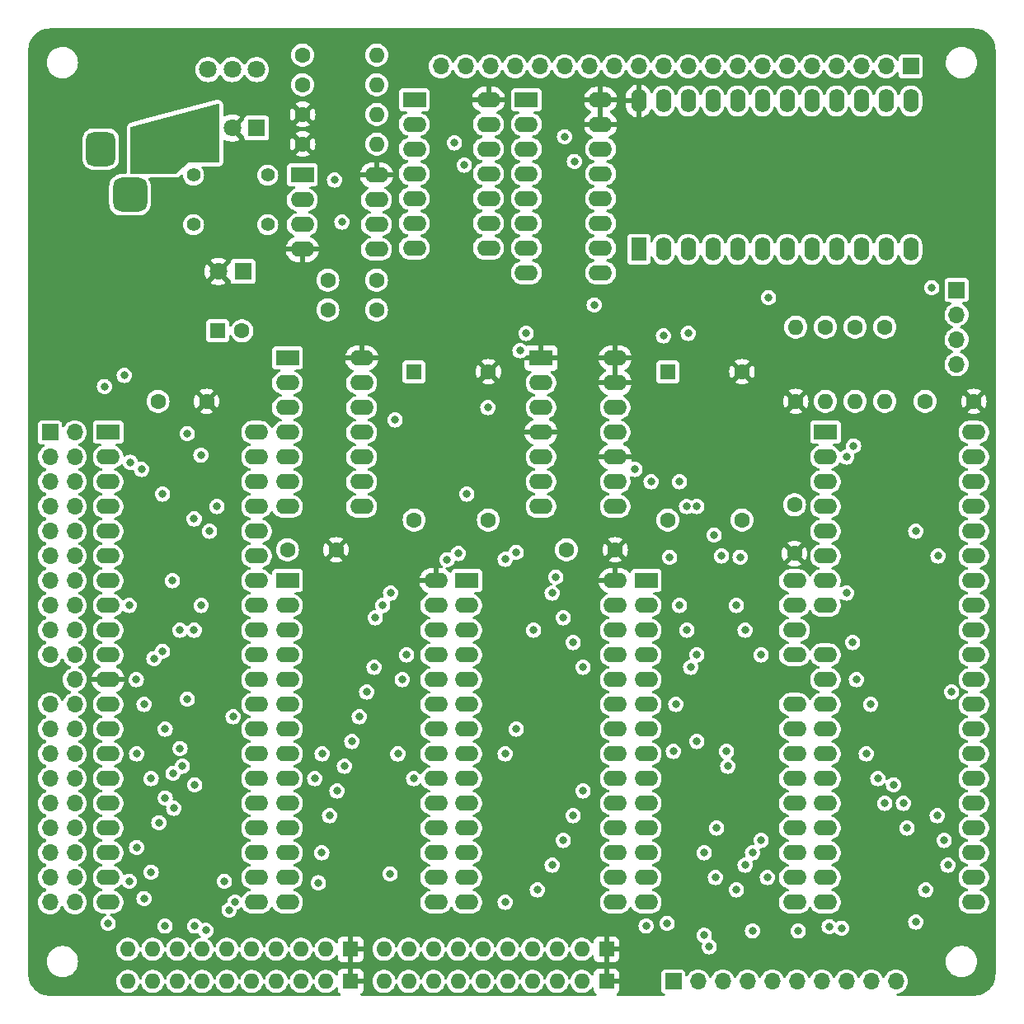
<source format=gbr>
%TF.GenerationSoftware,KiCad,Pcbnew,7.0.8*%
%TF.CreationDate,2023-10-22T22:37:51-04:00*%
%TF.ProjectId,jml-8-mini,6a6d6c2d-382d-46d6-996e-692e6b696361,B*%
%TF.SameCoordinates,Original*%
%TF.FileFunction,Copper,L3,Inr*%
%TF.FilePolarity,Positive*%
%FSLAX46Y46*%
G04 Gerber Fmt 4.6, Leading zero omitted, Abs format (unit mm)*
G04 Created by KiCad (PCBNEW 7.0.8) date 2023-10-22 22:37:51*
%MOMM*%
%LPD*%
G01*
G04 APERTURE LIST*
G04 Aperture macros list*
%AMRoundRect*
0 Rectangle with rounded corners*
0 $1 Rounding radius*
0 $2 $3 $4 $5 $6 $7 $8 $9 X,Y pos of 4 corners*
0 Add a 4 corners polygon primitive as box body*
4,1,4,$2,$3,$4,$5,$6,$7,$8,$9,$2,$3,0*
0 Add four circle primitives for the rounded corners*
1,1,$1+$1,$2,$3*
1,1,$1+$1,$4,$5*
1,1,$1+$1,$6,$7*
1,1,$1+$1,$8,$9*
0 Add four rect primitives between the rounded corners*
20,1,$1+$1,$2,$3,$4,$5,0*
20,1,$1+$1,$4,$5,$6,$7,0*
20,1,$1+$1,$6,$7,$8,$9,0*
20,1,$1+$1,$8,$9,$2,$3,0*%
G04 Aperture macros list end*
%TA.AperFunction,ComponentPad*%
%ADD10C,1.600000*%
%TD*%
%TA.AperFunction,ComponentPad*%
%ADD11O,1.600000X1.600000*%
%TD*%
%TA.AperFunction,ComponentPad*%
%ADD12R,2.400000X1.600000*%
%TD*%
%TA.AperFunction,ComponentPad*%
%ADD13O,2.400000X1.600000*%
%TD*%
%TA.AperFunction,ComponentPad*%
%ADD14R,1.600000X1.600000*%
%TD*%
%TA.AperFunction,ComponentPad*%
%ADD15R,1.800000X1.800000*%
%TD*%
%TA.AperFunction,ComponentPad*%
%ADD16C,1.800000*%
%TD*%
%TA.AperFunction,ComponentPad*%
%ADD17R,1.600000X2.400000*%
%TD*%
%TA.AperFunction,ComponentPad*%
%ADD18O,1.600000X2.400000*%
%TD*%
%TA.AperFunction,ComponentPad*%
%ADD19R,1.700000X1.700000*%
%TD*%
%TA.AperFunction,ComponentPad*%
%ADD20O,1.700000X1.700000*%
%TD*%
%TA.AperFunction,ComponentPad*%
%ADD21C,1.397000*%
%TD*%
%TA.AperFunction,ComponentPad*%
%ADD22R,3.500000X3.500000*%
%TD*%
%TA.AperFunction,ComponentPad*%
%ADD23RoundRect,0.750000X-0.750000X-1.000000X0.750000X-1.000000X0.750000X1.000000X-0.750000X1.000000X0*%
%TD*%
%TA.AperFunction,ComponentPad*%
%ADD24RoundRect,0.875000X-0.875000X-0.875000X0.875000X-0.875000X0.875000X0.875000X-0.875000X0.875000X0*%
%TD*%
%TA.AperFunction,ViaPad*%
%ADD25C,0.800000*%
%TD*%
G04 APERTURE END LIST*
D10*
%TO.N,/Peripherals/UART_Tx*%
%TO.C,R1*%
X177419000Y-72009000D03*
D11*
%TO.N,/Peripherals/RxDA*%
X177419000Y-79629000D03*
%TD*%
D12*
%TO.N,/A11*%
%TO.C,U1*%
X103759000Y-82804000D03*
D13*
%TO.N,/A12*%
X103759000Y-85344000D03*
%TO.N,/A13*%
X103759000Y-87884000D03*
%TO.N,/A14*%
X103759000Y-90424000D03*
%TO.N,/A15*%
X103759000Y-92964000D03*
%TO.N,/CLK*%
X103759000Y-95504000D03*
%TO.N,/D4*%
X103759000Y-98044000D03*
%TO.N,/D3*%
X103759000Y-100584000D03*
%TO.N,/D5*%
X103759000Y-103124000D03*
%TO.N,/D6*%
X103759000Y-105664000D03*
%TO.N,+5V*%
X103759000Y-108204000D03*
%TO.N,/D2*%
X103759000Y-110744000D03*
%TO.N,/D7*%
X103759000Y-113284000D03*
%TO.N,/D0*%
X103759000Y-115824000D03*
%TO.N,/D1*%
X103759000Y-118364000D03*
%TO.N,/~{INT}*%
X103759000Y-120904000D03*
%TO.N,/~{NMI}*%
X103759000Y-123444000D03*
%TO.N,/~{HALT}*%
X103759000Y-125984000D03*
%TO.N,/~{MREQ}*%
X103759000Y-128524000D03*
%TO.N,/~{IORQ}*%
X103759000Y-131064000D03*
%TO.N,/~{RD}*%
X118999000Y-131064000D03*
%TO.N,/~{WR}*%
X118999000Y-128524000D03*
%TO.N,/~{BUSACK}*%
X118999000Y-125984000D03*
%TO.N,/~{WAIT}*%
X118999000Y-123444000D03*
%TO.N,/~{BUSRQ}*%
X118999000Y-120904000D03*
%TO.N,/~{RESET}*%
X118999000Y-118364000D03*
%TO.N,/~{M1}*%
X118999000Y-115824000D03*
%TO.N,/~{RFSH}*%
X118999000Y-113284000D03*
%TO.N,GND*%
X118999000Y-110744000D03*
%TO.N,/A0*%
X118999000Y-108204000D03*
%TO.N,/A1*%
X118999000Y-105664000D03*
%TO.N,/A2*%
X118999000Y-103124000D03*
%TO.N,/A3*%
X118999000Y-100584000D03*
%TO.N,/A4*%
X118999000Y-98044000D03*
%TO.N,/A5*%
X118999000Y-95504000D03*
%TO.N,/A6*%
X118999000Y-92964000D03*
%TO.N,/A7*%
X118999000Y-90424000D03*
%TO.N,/A8*%
X118999000Y-87884000D03*
%TO.N,/A9*%
X118999000Y-85344000D03*
%TO.N,/A10*%
X118999000Y-82804000D03*
%TD*%
D14*
%TO.N,unconnected-(X2-EN-Pad1)*%
%TO.C,X2*%
X161226500Y-76581000D03*
D10*
%TO.N,GND*%
X161226500Y-91821000D03*
%TO.N,/Power\u002C Clock and Reset/2.4576MHz*%
X168846500Y-91821000D03*
%TO.N,+5V*%
X168846500Y-76581000D03*
%TD*%
D12*
%TO.N,GND*%
%TO.C,U8*%
X146707332Y-48641000D03*
D13*
%TO.N,/A2*%
X146707332Y-51181000D03*
%TO.N,/A3*%
X146707332Y-53721000D03*
%TO.N,/Address Decoding/Q0*%
X146707332Y-56261000D03*
%TO.N,/Address Decoding/Q1*%
X146707332Y-58801000D03*
%TO.N,/Address Decoding/Q2*%
X146707332Y-61341000D03*
%TO.N,/Address Decoding/Q3*%
X146707332Y-63881000D03*
%TO.N,GND*%
X146707332Y-66421000D03*
%TO.N,unconnected-(U8B-~{Q3}-Pad9)*%
X154327332Y-66421000D03*
%TO.N,unconnected-(U8B-~{Q2}-Pad10)*%
X154327332Y-63881000D03*
%TO.N,unconnected-(U8B-~{Q1}-Pad11)*%
X154327332Y-61341000D03*
%TO.N,unconnected-(U8B-~{Q0}-Pad12)*%
X154327332Y-58801000D03*
%TO.N,GND*%
X154327332Y-56261000D03*
X154327332Y-53721000D03*
%TO.N,+5V*%
X154327332Y-51181000D03*
X154327332Y-48641000D03*
%TD*%
D15*
%TO.N,/Power\u002C Clock and Reset/LED_TO_R*%
%TO.C,D1*%
X117602000Y-66294000D03*
D16*
%TO.N,+5V*%
X115062000Y-66294000D03*
%TD*%
D12*
%TO.N,GND*%
%TO.C,U11*%
X123698000Y-56388000D03*
D13*
%TO.N,/Power\u002C Clock and Reset/555Trigger*%
X123698000Y-58928000D03*
%TO.N,/Power\u002C Clock and Reset/555Out*%
X123698000Y-61468000D03*
%TO.N,+5V*%
X123698000Y-64008000D03*
%TO.N,/Power\u002C Clock and Reset/555Control*%
X131318000Y-64008000D03*
%TO.N,/Power\u002C Clock and Reset/555Dis{slash}Thr*%
X131318000Y-61468000D03*
X131318000Y-58928000D03*
%TO.N,+5V*%
X131318000Y-56388000D03*
%TD*%
D12*
%TO.N,/A14*%
%TO.C,U3*%
X140589000Y-98044000D03*
D13*
%TO.N,/A12*%
X140589000Y-100584000D03*
%TO.N,/A7*%
X140589000Y-103124000D03*
%TO.N,/A6*%
X140589000Y-105664000D03*
%TO.N,/A5*%
X140589000Y-108204000D03*
%TO.N,/A4*%
X140589000Y-110744000D03*
%TO.N,/A3*%
X140589000Y-113284000D03*
%TO.N,/A2*%
X140589000Y-115824000D03*
%TO.N,/A1*%
X140589000Y-118364000D03*
%TO.N,/A0*%
X140589000Y-120904000D03*
%TO.N,/D0*%
X140589000Y-123444000D03*
%TO.N,/D1*%
X140589000Y-125984000D03*
%TO.N,/D2*%
X140589000Y-128524000D03*
%TO.N,GND*%
X140589000Y-131064000D03*
%TO.N,/D3*%
X155829000Y-131064000D03*
%TO.N,/D4*%
X155829000Y-128524000D03*
%TO.N,/D5*%
X155829000Y-125984000D03*
%TO.N,/D6*%
X155829000Y-123444000D03*
%TO.N,/D7*%
X155829000Y-120904000D03*
%TO.N,/~{RAM}*%
X155829000Y-118364000D03*
%TO.N,/A10*%
X155829000Y-115824000D03*
%TO.N,/~{RD}*%
X155829000Y-113284000D03*
%TO.N,/A11*%
X155829000Y-110744000D03*
%TO.N,/A9*%
X155829000Y-108204000D03*
%TO.N,/A8*%
X155829000Y-105664000D03*
%TO.N,/A13*%
X155829000Y-103124000D03*
%TO.N,/~{WR}*%
X155829000Y-100584000D03*
%TO.N,+5V*%
X155829000Y-98044000D03*
%TD*%
D14*
%TO.N,+5V*%
%TO.C,RN3*%
X154940000Y-135890000D03*
D11*
%TO.N,/~{SIO}*%
X152400000Y-135890000D03*
%TO.N,/CTC IEI*%
X149860000Y-135890000D03*
%TO.N,/D7*%
X147320000Y-135890000D03*
%TO.N,/D5*%
X144780000Y-135890000D03*
%TO.N,/D3*%
X142240000Y-135890000D03*
%TO.N,/A3*%
X139700000Y-135890000D03*
%TO.N,/~{ROM}*%
X137160000Y-135890000D03*
%TO.N,/A9*%
X134620000Y-135890000D03*
%TO.N,/A10*%
X132080000Y-135890000D03*
%TD*%
D10*
%TO.N,+5V*%
%TO.C,C5*%
X127174000Y-94869000D03*
%TO.N,GND*%
X122174000Y-94869000D03*
%TD*%
%TO.N,+5V*%
%TO.C,R4*%
X174371000Y-79629000D03*
D11*
%TO.N,/Peripherals/RxDA*%
X174371000Y-72009000D03*
%TD*%
D10*
%TO.N,/Power\u002C Clock and Reset/555Dis{slash}Thr*%
%TO.C,C2*%
X131318000Y-67183000D03*
%TO.N,GND*%
X126318000Y-67183000D03*
%TD*%
D14*
%TO.N,+5V*%
%TO.C,RN4*%
X154940000Y-139192000D03*
D11*
%TO.N,/~{SIO SYNCA}*%
X152400000Y-139192000D03*
%TO.N,/~{CTC}*%
X149860000Y-139192000D03*
%TO.N,/~{RAM}*%
X147320000Y-139192000D03*
%TO.N,/D6*%
X144780000Y-139192000D03*
%TO.N,/D4*%
X142240000Y-139192000D03*
%TO.N,/A13*%
X139700000Y-139192000D03*
%TO.N,/A2*%
X137160000Y-139192000D03*
%TO.N,/A8*%
X134620000Y-139192000D03*
%TO.N,/~{ROM WE}*%
X132080000Y-139192000D03*
%TD*%
D17*
%TO.N,GND*%
%TO.C,U7*%
X158242000Y-64008000D03*
D18*
%TO.N,/A4*%
X160782000Y-64008000D03*
%TO.N,/A5*%
X163322000Y-64008000D03*
%TO.N,/Address Decoding/Y7*%
X165862000Y-64008000D03*
%TO.N,/Address Decoding/Y6*%
X168402000Y-64008000D03*
%TO.N,/Address Decoding/Y5*%
X170942000Y-64008000D03*
%TO.N,/Address Decoding/Y4*%
X173482000Y-64008000D03*
%TO.N,/Address Decoding/Y3*%
X176022000Y-64008000D03*
%TO.N,/Address Decoding/Y1*%
X178562000Y-64008000D03*
%TO.N,/Address Decoding/Y2*%
X181102000Y-64008000D03*
%TO.N,/Address Decoding/Y0*%
X183642000Y-64008000D03*
%TO.N,GND*%
X186182000Y-64008000D03*
%TO.N,/Address Decoding/Y13*%
X186182000Y-48768000D03*
%TO.N,/Address Decoding/Y12*%
X183642000Y-48768000D03*
%TO.N,/Address Decoding/Y15*%
X181102000Y-48768000D03*
%TO.N,/Address Decoding/Y14*%
X178562000Y-48768000D03*
%TO.N,/Address Decoding/Y9*%
X176022000Y-48768000D03*
%TO.N,/Address Decoding/Y8*%
X173482000Y-48768000D03*
%TO.N,/Address Decoding/Y11*%
X170942000Y-48768000D03*
%TO.N,/Address Decoding/Y10*%
X168402000Y-48768000D03*
%TO.N,/A6*%
X165862000Y-48768000D03*
%TO.N,/A7*%
X163322000Y-48768000D03*
%TO.N,GND*%
X160782000Y-48768000D03*
%TO.N,+5V*%
X158242000Y-48768000D03*
%TD*%
D12*
%TO.N,/D1*%
%TO.C,U5*%
X177419000Y-82804000D03*
D13*
%TO.N,/D3*%
X177419000Y-85344000D03*
%TO.N,/D5*%
X177419000Y-87884000D03*
%TO.N,/D7*%
X177419000Y-90424000D03*
%TO.N,/~{INT}*%
X177419000Y-92964000D03*
%TO.N,/Peripherals/SIO_IEI*%
X177419000Y-95504000D03*
%TO.N,/Peripherals/SIO_IEO*%
X177419000Y-98044000D03*
%TO.N,/~{M1}*%
X177419000Y-100584000D03*
%TO.N,+5V*%
X177419000Y-103124000D03*
%TO.N,unconnected-(U5-~{W}{slash}~{RDYA}-Pad10)*%
X177419000Y-105664000D03*
%TO.N,/~{SIO SYNCA}*%
X177419000Y-108204000D03*
%TO.N,/Peripherals/RxDA*%
X177419000Y-110744000D03*
%TO.N,/Peripherals/SIO_UART_CLK*%
X177419000Y-113284000D03*
X177419000Y-115824000D03*
%TO.N,/Peripherals/TxDA*%
X177419000Y-118364000D03*
%TO.N,/Peripherals/~{DTRA}*%
X177419000Y-120904000D03*
%TO.N,unconnected-(U5-~{RTSA}-Pad17)*%
X177419000Y-123444000D03*
%TO.N,GND*%
X177419000Y-125984000D03*
X177419000Y-128524000D03*
%TO.N,/CLK*%
X177419000Y-131064000D03*
%TO.N,/~{RESET}*%
X192659000Y-131064000D03*
%TO.N,/Peripherals/~{DCDB}*%
X192659000Y-128524000D03*
%TO.N,/Peripherals/~{CTSB}*%
X192659000Y-125984000D03*
%TO.N,/Peripherals/~{RTSB}*%
X192659000Y-123444000D03*
%TO.N,/Peripherals/~{DTRB}*%
X192659000Y-120904000D03*
%TO.N,/Peripherals/TxDB*%
X192659000Y-118364000D03*
%TO.N,/Peripherals/~{RxTxCB}*%
X192659000Y-115824000D03*
%TO.N,/Peripherals/RxDB*%
X192659000Y-113284000D03*
%TO.N,/Peripherals/~{SYNCB}*%
X192659000Y-110744000D03*
%TO.N,/Peripherals/~{W}{slash}~{RDYB}*%
X192659000Y-108204000D03*
%TO.N,GND*%
X192659000Y-105664000D03*
%TO.N,/~{RD}*%
X192659000Y-103124000D03*
%TO.N,/A0*%
X192659000Y-100584000D03*
%TO.N,/A1*%
X192659000Y-98044000D03*
%TO.N,/~{SIO}*%
X192659000Y-95504000D03*
%TO.N,/~{IORQ}*%
X192659000Y-92964000D03*
%TO.N,/D6*%
X192659000Y-90424000D03*
%TO.N,/D4*%
X192659000Y-87884000D03*
%TO.N,/D2*%
X192659000Y-85344000D03*
%TO.N,/D0*%
X192659000Y-82804000D03*
%TD*%
D14*
%TO.N,+5V*%
%TO.C,RN2*%
X128651000Y-139192000D03*
D11*
%TO.N,/A12*%
X126111000Y-139192000D03*
%TO.N,/A5*%
X123571000Y-139192000D03*
%TO.N,/A1*%
X121031000Y-139192000D03*
%TO.N,/~{BUSRQ}*%
X118491000Y-139192000D03*
%TO.N,/A15*%
X115951000Y-139192000D03*
%TO.N,/A11*%
X113411000Y-139192000D03*
%TO.N,/D1*%
X110871000Y-139192000D03*
%TO.N,/D0*%
X108331000Y-139192000D03*
%TO.N,/~{WAIT}*%
X105791000Y-139192000D03*
%TD*%
D10*
%TO.N,+5V*%
%TO.C,C4*%
X113879000Y-79629000D03*
%TO.N,GND*%
X108879000Y-79629000D03*
%TD*%
D12*
%TO.N,/A15*%
%TO.C,U9*%
X135202666Y-48636000D03*
D13*
%TO.N,/~{MREQ}*%
X135202666Y-51176000D03*
%TO.N,/~{ROM}*%
X135202666Y-53716000D03*
%TO.N,/~{MREQ}*%
X135202666Y-56256000D03*
%TO.N,/Address Decoding/~{A15}*%
X135202666Y-58796000D03*
%TO.N,/~{RAM}*%
X135202666Y-61336000D03*
%TO.N,GND*%
X135202666Y-63876000D03*
%TO.N,/~{SIO}*%
X142822666Y-63876000D03*
%TO.N,/Address Decoding/Y0*%
X142822666Y-61336000D03*
%TO.N,/Address Decoding/Q1*%
X142822666Y-58796000D03*
%TO.N,/~{CTC}*%
X142822666Y-56256000D03*
%TO.N,/Address Decoding/Y0*%
X142822666Y-53716000D03*
%TO.N,/Address Decoding/Q2*%
X142822666Y-51176000D03*
%TO.N,+5V*%
X142822666Y-48636000D03*
%TD*%
D19*
%TO.N,/Peripherals/SIO_IEO*%
%TO.C,J2*%
X161798000Y-139192000D03*
D20*
%TO.N,/Peripherals/~{W}{slash}~{RDYB}*%
X164338000Y-139192000D03*
%TO.N,/Peripherals/~{SYNCB}*%
X166878000Y-139192000D03*
%TO.N,/Peripherals/RxDB*%
X169418000Y-139192000D03*
%TO.N,/Peripherals/~{RxTxCB}*%
X171958000Y-139192000D03*
%TO.N,/Peripherals/TxDB*%
X174498000Y-139192000D03*
%TO.N,/Peripherals/~{DTRB}*%
X177038000Y-139192000D03*
%TO.N,/Peripherals/~{RTSB}*%
X179578000Y-139192000D03*
%TO.N,/Peripherals/~{CTSB}*%
X182118000Y-139192000D03*
%TO.N,/Peripherals/~{DCDB}*%
X184658000Y-139192000D03*
%TD*%
D21*
%TO.N,GND*%
%TO.C,SW1*%
X120142000Y-61468000D03*
X112522000Y-61468000D03*
%TO.N,/Power\u002C Clock and Reset/555Trigger*%
X120142000Y-56388000D03*
X112522000Y-56388000D03*
%TD*%
D10*
%TO.N,/Peripherals/UART_Rx*%
%TO.C,R2*%
X180467000Y-72009000D03*
D11*
%TO.N,/Peripherals/TxDA*%
X180467000Y-79629000D03*
%TD*%
D12*
%TO.N,/D4*%
%TO.C,U4*%
X159004000Y-98044000D03*
D13*
%TO.N,/D5*%
X159004000Y-100584000D03*
%TO.N,/D6*%
X159004000Y-103124000D03*
%TO.N,/D7*%
X159004000Y-105664000D03*
%TO.N,GND*%
X159004000Y-108204000D03*
%TO.N,/~{RD}*%
X159004000Y-110744000D03*
%TO.N,/Peripherals/SIO_UART_CLK*%
X159004000Y-113284000D03*
%TO.N,unconnected-(U4-ZC{slash}TO1-Pad8)*%
X159004000Y-115824000D03*
%TO.N,unconnected-(U4-ZC{slash}TO2-Pad9)*%
X159004000Y-118364000D03*
%TO.N,/~{IORQ}*%
X159004000Y-120904000D03*
%TO.N,/Peripherals/SIO_IEI*%
X159004000Y-123444000D03*
%TO.N,/~{INT}*%
X159004000Y-125984000D03*
%TO.N,/CTC IEI*%
X159004000Y-128524000D03*
%TO.N,/~{M1}*%
X159004000Y-131064000D03*
%TO.N,/CLK*%
X174244000Y-131064000D03*
%TO.N,/~{CTC}*%
X174244000Y-128524000D03*
%TO.N,/~{RESET}*%
X174244000Y-125984000D03*
%TO.N,/A0*%
X174244000Y-123444000D03*
%TO.N,/A1*%
X174244000Y-120904000D03*
%TO.N,unconnected-(U4-CLK{slash}TRG3-Pad20)*%
X174244000Y-118364000D03*
%TO.N,unconnected-(U4-CLK{slash}TRG2-Pad21)*%
X174244000Y-115824000D03*
%TO.N,unconnected-(U4-CLK{slash}TRG1-Pad22)*%
X174244000Y-113284000D03*
%TO.N,/Peripherals/UART CLK*%
X174244000Y-110744000D03*
%TO.N,+5V*%
X174244000Y-108204000D03*
%TO.N,/D0*%
X174244000Y-105664000D03*
%TO.N,/D1*%
X174244000Y-103124000D03*
%TO.N,/D2*%
X174244000Y-100584000D03*
%TO.N,/D3*%
X174244000Y-98044000D03*
%TD*%
D19*
%TO.N,/A11*%
%TO.C,J6*%
X97790000Y-82804000D03*
D20*
%TO.N,/A10*%
X100330000Y-82804000D03*
%TO.N,/A12*%
X97790000Y-85344000D03*
%TO.N,/A9*%
X100330000Y-85344000D03*
%TO.N,/A13*%
X97790000Y-87884000D03*
%TO.N,/A8*%
X100330000Y-87884000D03*
%TO.N,/A14*%
X97790000Y-90424000D03*
%TO.N,/A7*%
X100330000Y-90424000D03*
%TO.N,/A15*%
X97790000Y-92964000D03*
%TO.N,/A6*%
X100330000Y-92964000D03*
%TO.N,/CLK*%
X97790000Y-95504000D03*
%TO.N,/A5*%
X100330000Y-95504000D03*
%TO.N,/D4*%
X97790000Y-98044000D03*
%TO.N,/A4*%
X100330000Y-98044000D03*
%TO.N,/D3*%
X97790000Y-100584000D03*
%TO.N,/A3*%
X100330000Y-100584000D03*
%TO.N,/D5*%
X97790000Y-103124000D03*
%TO.N,/A2*%
X100330000Y-103124000D03*
%TO.N,/D6*%
X97790000Y-105664000D03*
%TO.N,/A1*%
X100330000Y-105664000D03*
%TO.N,+5V*%
X97790000Y-108204000D03*
%TO.N,/A0*%
X100330000Y-108204000D03*
%TO.N,/D2*%
X97790000Y-110744000D03*
%TO.N,GND*%
X100330000Y-110744000D03*
%TO.N,/D7*%
X97790000Y-113284000D03*
%TO.N,/~{RFSH}*%
X100330000Y-113284000D03*
%TO.N,/D0*%
X97790000Y-115824000D03*
%TO.N,/~{M1}*%
X100330000Y-115824000D03*
%TO.N,/D1*%
X97790000Y-118364000D03*
%TO.N,/~{RESET}*%
X100330000Y-118364000D03*
%TO.N,/~{INT}*%
X97790000Y-120904000D03*
%TO.N,/~{BUSRQ}*%
X100330000Y-120904000D03*
%TO.N,/~{NMI}*%
X97790000Y-123444000D03*
%TO.N,/~{WAIT}*%
X100330000Y-123444000D03*
%TO.N,/~{HALT}*%
X97790000Y-125984000D03*
%TO.N,/~{BUSACK}*%
X100330000Y-125984000D03*
%TO.N,/~{MREQ}*%
X97790000Y-128524000D03*
%TO.N,/~{WR}*%
X100330000Y-128524000D03*
%TO.N,/~{IORQ}*%
X97790000Y-131064000D03*
%TO.N,/~{RD}*%
X100330000Y-131064000D03*
%TD*%
D22*
%TO.N,/Power\u002C Clock and Reset/PWR_IN*%
%TO.C,J1*%
X108997000Y-53721000D03*
D23*
%TO.N,GND*%
X102997000Y-53721000D03*
D24*
X105997000Y-58421000D03*
%TD*%
D15*
%TO.N,/Power\u002C Clock and Reset/SW_TO_R*%
%TO.C,SW2*%
X118999000Y-51562000D03*
D16*
%TO.N,+5V*%
X116499000Y-51562000D03*
%TO.N,/Power\u002C Clock and Reset/PWR_IN*%
X113999000Y-51562000D03*
%TO.N,unconnected-(SW2-A-Pad4)*%
X118999000Y-45562000D03*
%TO.N,unconnected-(SW2-B-Pad5)*%
X116499000Y-45562000D03*
%TO.N,unconnected-(SW2-C-Pad6)*%
X113999000Y-45562000D03*
%TD*%
D10*
%TO.N,/Power\u002C Clock and Reset/SW_TO_R*%
%TO.C,R8*%
X123718000Y-44069000D03*
D11*
%TO.N,GND*%
X131338000Y-44069000D03*
%TD*%
D10*
%TO.N,+5V*%
%TO.C,C8*%
X192659000Y-79629000D03*
%TO.N,GND*%
X187659000Y-79629000D03*
%TD*%
%TO.N,+5V*%
%TO.C,R6*%
X123728000Y-50160000D03*
D11*
%TO.N,/Power\u002C Clock and Reset/555Trigger*%
X131348000Y-50160000D03*
%TD*%
D19*
%TO.N,/Address Decoding/Y13*%
%TO.C,J5*%
X186182000Y-45212000D03*
D20*
%TO.N,/Address Decoding/Y0*%
X183642000Y-45212000D03*
%TO.N,/Address Decoding/Y12*%
X181102000Y-45212000D03*
%TO.N,/Address Decoding/Y2*%
X178562000Y-45212000D03*
%TO.N,/Address Decoding/Y15*%
X176022000Y-45212000D03*
%TO.N,/Address Decoding/Y14*%
X173482000Y-45212000D03*
%TO.N,/Address Decoding/Y9*%
X170942000Y-45212000D03*
%TO.N,/Address Decoding/Y8*%
X168402000Y-45212000D03*
%TO.N,/Address Decoding/Y11*%
X165862000Y-45212000D03*
%TO.N,/Address Decoding/Y10*%
X163322000Y-45212000D03*
%TO.N,/Address Decoding/Y1*%
X160782000Y-45212000D03*
%TO.N,/Address Decoding/Y3*%
X158242000Y-45212000D03*
%TO.N,/Address Decoding/Y4*%
X155702000Y-45212000D03*
%TO.N,/Address Decoding/Y5*%
X153162000Y-45212000D03*
%TO.N,/Address Decoding/Y6*%
X150622000Y-45212000D03*
%TO.N,/Address Decoding/Y7*%
X148082000Y-45212000D03*
%TO.N,/Address Decoding/Q3*%
X145542000Y-45212000D03*
%TO.N,/Address Decoding/Q2*%
X143002000Y-45212000D03*
%TO.N,/Address Decoding/Q1*%
X140462000Y-45212000D03*
%TO.N,/Address Decoding/Q0*%
X137922000Y-45212000D03*
%TD*%
D10*
%TO.N,+5V*%
%TO.C,R5*%
X123728000Y-53208000D03*
D11*
%TO.N,/Power\u002C Clock and Reset/555Dis{slash}Thr*%
X131348000Y-53208000D03*
%TD*%
D10*
%TO.N,/Power\u002C Clock and Reset/LED_TO_R*%
%TO.C,R7*%
X123718000Y-47112000D03*
D11*
%TO.N,GND*%
X131338000Y-47112000D03*
%TD*%
D14*
%TO.N,/Power\u002C Clock and Reset/555Trigger*%
%TO.C,C3*%
X114998500Y-72390000D03*
D10*
%TO.N,GND*%
X117498500Y-72390000D03*
%TD*%
D14*
%TO.N,+5V*%
%TO.C,RN1*%
X128651000Y-135890000D03*
D11*
%TO.N,/A6*%
X126111000Y-135890000D03*
%TO.N,/A4*%
X123571000Y-135890000D03*
%TO.N,/A0*%
X121031000Y-135890000D03*
%TO.N,/A14*%
X118491000Y-135890000D03*
%TO.N,/A7*%
X115951000Y-135890000D03*
%TO.N,/~{RESET}*%
X113411000Y-135890000D03*
%TO.N,/~{INT}*%
X110871000Y-135890000D03*
%TO.N,/D2*%
X108331000Y-135890000D03*
%TO.N,/~{NMI}*%
X105791000Y-135890000D03*
%TD*%
D10*
%TO.N,GND*%
%TO.C,C1*%
X126318000Y-70231000D03*
%TO.N,/Power\u002C Clock and Reset/555Control*%
X131318000Y-70231000D03*
%TD*%
%TO.N,+5V*%
%TO.C,C6*%
X155829000Y-94869000D03*
%TO.N,GND*%
X150829000Y-94869000D03*
%TD*%
D12*
%TO.N,unconnected-(U2-NC-Pad1)*%
%TO.C,U2*%
X122174000Y-98044000D03*
D13*
%TO.N,/A12*%
X122174000Y-100584000D03*
%TO.N,/A7*%
X122174000Y-103124000D03*
%TO.N,/A6*%
X122174000Y-105664000D03*
%TO.N,/A5*%
X122174000Y-108204000D03*
%TO.N,/A4*%
X122174000Y-110744000D03*
%TO.N,/A3*%
X122174000Y-113284000D03*
%TO.N,/A2*%
X122174000Y-115824000D03*
%TO.N,/A1*%
X122174000Y-118364000D03*
%TO.N,/A0*%
X122174000Y-120904000D03*
%TO.N,/D0*%
X122174000Y-123444000D03*
%TO.N,/D1*%
X122174000Y-125984000D03*
%TO.N,/D2*%
X122174000Y-128524000D03*
%TO.N,GND*%
X122174000Y-131064000D03*
%TO.N,/D3*%
X137414000Y-131064000D03*
%TO.N,/D4*%
X137414000Y-128524000D03*
%TO.N,/D5*%
X137414000Y-125984000D03*
%TO.N,/D6*%
X137414000Y-123444000D03*
%TO.N,/D7*%
X137414000Y-120904000D03*
%TO.N,/~{ROM}*%
X137414000Y-118364000D03*
%TO.N,/A10*%
X137414000Y-115824000D03*
%TO.N,/~{RD}*%
X137414000Y-113284000D03*
%TO.N,/A11*%
X137414000Y-110744000D03*
%TO.N,/A9*%
X137414000Y-108204000D03*
%TO.N,/A8*%
X137414000Y-105664000D03*
%TO.N,unconnected-(U2-NC-Pad26)*%
X137414000Y-103124000D03*
%TO.N,/~{ROM WE}*%
X137414000Y-100584000D03*
%TO.N,+5V*%
X137414000Y-98044000D03*
%TD*%
D10*
%TO.N,/Peripherals/UART_CTS*%
%TO.C,R3*%
X183515000Y-72009000D03*
D11*
%TO.N,/Peripherals/~{DTRA}*%
X183515000Y-79629000D03*
%TD*%
D19*
%TO.N,GND*%
%TO.C,J3*%
X190881000Y-68199000D03*
D20*
%TO.N,/Peripherals/UART_Tx*%
X190881000Y-70739000D03*
%TO.N,/Peripherals/UART_Rx*%
X190881000Y-73279000D03*
%TO.N,/Peripherals/UART_CTS*%
X190881000Y-75819000D03*
%TD*%
D10*
%TO.N,+5V*%
%TO.C,C7*%
X174244000Y-95250000D03*
%TO.N,GND*%
X174244000Y-90250000D03*
%TD*%
D12*
%TO.N,/Power\u002C Clock and Reset/555Out*%
%TO.C,U6*%
X122174000Y-75184000D03*
D13*
%TO.N,/~{RESET}*%
X122174000Y-77724000D03*
%TO.N,/A15*%
X122174000Y-80264000D03*
%TO.N,/Address Decoding/~{A15}*%
X122174000Y-82804000D03*
%TO.N,GND*%
X122174000Y-85344000D03*
%TO.N,unconnected-(U6-Pad6)*%
X122174000Y-87884000D03*
%TO.N,GND*%
X122174000Y-90424000D03*
%TO.N,unconnected-(U6-Pad8)*%
X129794000Y-90424000D03*
%TO.N,GND*%
X129794000Y-87884000D03*
%TO.N,unconnected-(U6-Pad10)*%
X129794000Y-85344000D03*
%TO.N,GND*%
X129794000Y-82804000D03*
%TO.N,unconnected-(U6-Pad12)*%
X129794000Y-80264000D03*
%TO.N,GND*%
X129794000Y-77724000D03*
%TO.N,+5V*%
X129794000Y-75184000D03*
%TD*%
D14*
%TO.N,unconnected-(X1-EN-Pad1)*%
%TO.C,X1*%
X135181500Y-76581000D03*
D10*
%TO.N,GND*%
X135181500Y-91821000D03*
%TO.N,/Power\u002C Clock and Reset/8MHz*%
X142801500Y-91821000D03*
%TO.N,+5V*%
X142801500Y-76581000D03*
%TD*%
D12*
%TO.N,+5V*%
%TO.C,U10*%
X148209000Y-75179000D03*
D13*
%TO.N,/Power\u002C Clock and Reset/DFFA_DataIn*%
X148209000Y-77719000D03*
%TO.N,/Power\u002C Clock and Reset/8MHz*%
X148209000Y-80259000D03*
%TO.N,+5V*%
X148209000Y-82799000D03*
%TO.N,/CLK*%
X148209000Y-85339000D03*
%TO.N,/Power\u002C Clock and Reset/DFFA_DataIn*%
X148209000Y-87879000D03*
%TO.N,GND*%
X148209000Y-90419000D03*
%TO.N,/Power\u002C Clock and Reset/DFFB_DataIn*%
X155829000Y-90419000D03*
%TO.N,/Peripherals/UART CLK*%
X155829000Y-87879000D03*
%TO.N,+5V*%
X155829000Y-85339000D03*
%TO.N,/Power\u002C Clock and Reset/2.4576MHz*%
X155829000Y-82799000D03*
%TO.N,/Power\u002C Clock and Reset/DFFB_DataIn*%
X155829000Y-80259000D03*
%TO.N,+5V*%
X155829000Y-77719000D03*
X155829000Y-75179000D03*
%TD*%
D25*
%TO.N,/Peripherals/RxDB*%
X167386000Y-117094000D03*
%TO.N,/Peripherals/~{RxTxCB}*%
X181610000Y-115824000D03*
%TO.N,/Peripherals/TxDB*%
X184404000Y-118999000D03*
%TO.N,/Peripherals/~{SYNCB}*%
X164211000Y-114554000D03*
%TO.N,/Peripherals/~{W}{slash}~{RDYB}*%
X163576000Y-106934000D03*
%TO.N,/Peripherals/~{RTSB}*%
X185801000Y-123444000D03*
%TO.N,/Peripherals/~{DTRB}*%
X185420000Y-120904000D03*
%TO.N,/Peripherals/SIO_IEO*%
X167259000Y-115570000D03*
X161798000Y-115570000D03*
X168656000Y-95631000D03*
%TO.N,/A11*%
X111887000Y-110198500D03*
X111887000Y-82931000D03*
%TO.N,/A10*%
X133223000Y-81534000D03*
X133503500Y-115824000D03*
%TO.N,/A12*%
X131191000Y-101854000D03*
X113314000Y-100584000D03*
X113284000Y-85165000D03*
%TO.N,/A9*%
X133953500Y-108204000D03*
X106642500Y-108204000D03*
X107188000Y-86614000D03*
%TO.N,/A13*%
X157861000Y-86614000D03*
X147447000Y-103124000D03*
%TO.N,/A8*%
X109347000Y-105283000D03*
X134403500Y-105664000D03*
X109347000Y-89154000D03*
%TO.N,/A14*%
X114935000Y-90424000D03*
X140589000Y-89154000D03*
%TO.N,/A7*%
X112589500Y-91694000D03*
X112589500Y-103124000D03*
X150622000Y-52451000D03*
%TO.N,/A15*%
X114173000Y-92964000D03*
X103378000Y-78105000D03*
X127000000Y-56896000D03*
%TO.N,/A6*%
X151638000Y-54991000D03*
X131064000Y-106934000D03*
%TO.N,/CLK*%
X144526000Y-131064000D03*
X106045000Y-85889500D03*
%TO.N,/A5*%
X130302000Y-109474000D03*
X163322000Y-72644000D03*
X146685000Y-72644000D03*
%TO.N,/D4*%
X149352000Y-127254000D03*
X124968000Y-118364000D03*
X149352000Y-99314000D03*
X110363000Y-98044000D03*
X110415500Y-117818500D03*
X159512000Y-87884000D03*
X125349000Y-129069500D03*
%TO.N,/A4*%
X129540000Y-112014000D03*
X146050000Y-74422000D03*
X160782000Y-72898000D03*
%TO.N,/D3*%
X147828000Y-129794000D03*
X105918000Y-128905000D03*
X116172979Y-131869602D03*
X115697000Y-128905000D03*
X105918000Y-100584000D03*
X149733000Y-97663000D03*
%TO.N,/A3*%
X128778000Y-114554000D03*
X139700000Y-95250000D03*
X145669000Y-95123000D03*
X145669000Y-113284000D03*
X140335000Y-55372000D03*
%TO.N,/D5*%
X111140000Y-115278500D03*
X125730000Y-115824000D03*
X162433000Y-100584000D03*
X150495000Y-124714000D03*
X111140000Y-103124000D03*
X125692500Y-125984000D03*
X162433000Y-87884000D03*
X150495000Y-101854000D03*
%TO.N,/A2*%
X144526000Y-95847500D03*
X138557000Y-95885000D03*
X144526000Y-115824000D03*
X139319000Y-53086000D03*
X128016000Y-117094000D03*
%TO.N,/D6*%
X108966000Y-122898500D03*
X151511000Y-104394000D03*
X163157500Y-90424000D03*
X108458000Y-106045000D03*
X163195000Y-103124000D03*
X151511000Y-122174000D03*
%TO.N,/A1*%
X127254000Y-119634000D03*
X188886500Y-122174000D03*
%TO.N,/A0*%
X126492000Y-122174000D03*
X189611000Y-124714000D03*
%TO.N,/D2*%
X168275000Y-100584000D03*
X179578000Y-85344000D03*
X107442000Y-130683000D03*
X179578000Y-99314000D03*
X107442000Y-110744000D03*
X168275000Y-129794000D03*
%TO.N,/D7*%
X164211000Y-90424000D03*
X109616000Y-113284000D03*
X152527000Y-119634000D03*
X152527000Y-106934000D03*
X164211000Y-105664000D03*
X109616000Y-120358500D03*
%TO.N,/D0*%
X106680000Y-115824000D03*
X170815000Y-105664000D03*
X180303000Y-84201000D03*
X170815000Y-124714000D03*
X106680000Y-125438500D03*
X180213000Y-104394000D03*
%TO.N,/~{M1}*%
X111379000Y-117094000D03*
X112648881Y-133508500D03*
X159004000Y-133508500D03*
X177800000Y-133566500D03*
%TO.N,/D1*%
X108166500Y-127978500D03*
X169164000Y-127254000D03*
X169164000Y-103124000D03*
X108166500Y-118364000D03*
%TO.N,/~{RESET}*%
X169926000Y-125984000D03*
X112649000Y-118999000D03*
X189992000Y-127254000D03*
X169926000Y-134016500D03*
X113792000Y-133959000D03*
%TO.N,/~{INT}*%
X165989000Y-93345000D03*
X109601000Y-133508500D03*
X110490000Y-121412000D03*
X164973000Y-125984000D03*
X164973000Y-134466500D03*
%TO.N,/~{MREQ}*%
X105410000Y-76962000D03*
%TO.N,/~{WR}*%
X132715000Y-128143000D03*
X132752500Y-99314000D03*
%TO.N,/~{IORQ}*%
X161163000Y-133223000D03*
X103759000Y-133223000D03*
X186690000Y-92964000D03*
X186690000Y-133096000D03*
%TO.N,/~{RD}*%
X190373000Y-109474000D03*
X116764596Y-131064000D03*
X116586000Y-112014000D03*
%TO.N,/Peripherals/RxDA*%
X182066000Y-110744000D03*
%TO.N,/Peripherals/TxDA*%
X182790500Y-118364000D03*
%TO.N,/Peripherals/~{DTRA}*%
X183515000Y-120904000D03*
%TO.N,/~{SIO SYNCA}*%
X180594000Y-108204000D03*
X179070000Y-133731000D03*
%TO.N,/~{ROM WE}*%
X131953000Y-100584000D03*
%TO.N,/~{ROM}*%
X135128000Y-118364000D03*
%TO.N,/~{RAM}*%
X153670000Y-69723000D03*
%TO.N,/~{CTC}*%
X171577000Y-68961000D03*
X174625000Y-134016500D03*
X171450000Y-128524000D03*
%TO.N,/~{SIO}*%
X187706000Y-129794000D03*
X166116000Y-128524000D03*
X188976000Y-95504000D03*
X188341000Y-67945000D03*
X165481000Y-135636000D03*
%TO.N,/Peripherals/SIO_IEI*%
X166243000Y-123444000D03*
X166751000Y-95504000D03*
%TO.N,/Peripherals/UART CLK*%
X161417000Y-95631000D03*
X162052000Y-110744000D03*
%TO.N,/Address Decoding/~{A15}*%
X127762000Y-61214000D03*
%TO.N,/Power\u002C Clock and Reset/8MHz*%
X142748000Y-80264000D03*
%TD*%
%TA.AperFunction,Conductor*%
%TO.N,+5V*%
G36*
X156083000Y-77407314D02*
G01*
X156067045Y-77391359D01*
X155954148Y-77333835D01*
X155860481Y-77319000D01*
X155797519Y-77319000D01*
X155703852Y-77333835D01*
X155590955Y-77391359D01*
X155575000Y-77407314D01*
X155575000Y-75490686D01*
X155590955Y-75506641D01*
X155703852Y-75564165D01*
X155797519Y-75579000D01*
X155860481Y-75579000D01*
X155954148Y-75564165D01*
X156067045Y-75506641D01*
X156083000Y-75490686D01*
X156083000Y-77407314D01*
G37*
%TD.AperFunction*%
%TA.AperFunction,Conductor*%
G36*
X154581332Y-50869314D02*
G01*
X154565377Y-50853359D01*
X154452480Y-50795835D01*
X154358813Y-50781000D01*
X154295851Y-50781000D01*
X154202184Y-50795835D01*
X154089287Y-50853359D01*
X154073332Y-50869314D01*
X154073332Y-48952686D01*
X154089287Y-48968641D01*
X154202184Y-49026165D01*
X154295851Y-49041000D01*
X154358813Y-49041000D01*
X154452480Y-49026165D01*
X154565377Y-48968641D01*
X154581332Y-48952686D01*
X154581332Y-50869314D01*
G37*
%TD.AperFunction*%
%TA.AperFunction,Conductor*%
G36*
X192660900Y-41326414D02*
G01*
X192924565Y-41342363D01*
X192932107Y-41343279D01*
X193190061Y-41390551D01*
X193197434Y-41392368D01*
X193337715Y-41436082D01*
X193447797Y-41470385D01*
X193454907Y-41473081D01*
X193694047Y-41580709D01*
X193700779Y-41584243D01*
X193925198Y-41719910D01*
X193931454Y-41724228D01*
X194137883Y-41885955D01*
X194143573Y-41890996D01*
X194329002Y-42076425D01*
X194334044Y-42082116D01*
X194495771Y-42288545D01*
X194500091Y-42294804D01*
X194579837Y-42426719D01*
X194635756Y-42519220D01*
X194639295Y-42525962D01*
X194746914Y-42765082D01*
X194749614Y-42772202D01*
X194827629Y-43022560D01*
X194829452Y-43029954D01*
X194876719Y-43287885D01*
X194877637Y-43295444D01*
X194893585Y-43559096D01*
X194893700Y-43562901D01*
X194893700Y-138428098D01*
X194893585Y-138431903D01*
X194877637Y-138695555D01*
X194876719Y-138703114D01*
X194829452Y-138961045D01*
X194827629Y-138968439D01*
X194749614Y-139218797D01*
X194746914Y-139225917D01*
X194639295Y-139465037D01*
X194635756Y-139471779D01*
X194500097Y-139696187D01*
X194495771Y-139702454D01*
X194334044Y-139908883D01*
X194328995Y-139914582D01*
X194143582Y-140099995D01*
X194137883Y-140105044D01*
X193931454Y-140266771D01*
X193925187Y-140271097D01*
X193700779Y-140406756D01*
X193694037Y-140410295D01*
X193454917Y-140517914D01*
X193447797Y-140520614D01*
X193197439Y-140598629D01*
X193190045Y-140600452D01*
X192932114Y-140647719D01*
X192924555Y-140648637D01*
X192724739Y-140660723D01*
X192660899Y-140664585D01*
X192657098Y-140664700D01*
X184840710Y-140664700D01*
X184772589Y-140644698D01*
X184726096Y-140591042D01*
X184715992Y-140520768D01*
X184745486Y-140456188D01*
X184805212Y-140417804D01*
X184829722Y-140413180D01*
X184872665Y-140409423D01*
X185080807Y-140353652D01*
X185276102Y-140262584D01*
X185452617Y-140138987D01*
X185604987Y-139986617D01*
X185728584Y-139810102D01*
X185819652Y-139614807D01*
X185875423Y-139406665D01*
X185894204Y-139192000D01*
X185875423Y-138977335D01*
X185819652Y-138769193D01*
X185728584Y-138573898D01*
X185604987Y-138397383D01*
X185452617Y-138245013D01*
X185433515Y-138231638D01*
X185276102Y-138121416D01*
X185080809Y-138030349D01*
X185080804Y-138030347D01*
X184872668Y-137974577D01*
X184658000Y-137955796D01*
X184443331Y-137974577D01*
X184235195Y-138030347D01*
X184235190Y-138030349D01*
X184039897Y-138121416D01*
X183863386Y-138245010D01*
X183863380Y-138245015D01*
X183711015Y-138397380D01*
X183711010Y-138397386D01*
X183587416Y-138573897D01*
X183502195Y-138756654D01*
X183455277Y-138809939D01*
X183387000Y-138829400D01*
X183319040Y-138808858D01*
X183273805Y-138756654D01*
X183248839Y-138703114D01*
X183188584Y-138573898D01*
X183064987Y-138397383D01*
X182912617Y-138245013D01*
X182893515Y-138231638D01*
X182736102Y-138121416D01*
X182540809Y-138030349D01*
X182540804Y-138030347D01*
X182332668Y-137974577D01*
X182118000Y-137955796D01*
X181903331Y-137974577D01*
X181695195Y-138030347D01*
X181695190Y-138030349D01*
X181499897Y-138121416D01*
X181323386Y-138245010D01*
X181323380Y-138245015D01*
X181171015Y-138397380D01*
X181171010Y-138397386D01*
X181047416Y-138573897D01*
X180962195Y-138756654D01*
X180915277Y-138809939D01*
X180847000Y-138829400D01*
X180779040Y-138808858D01*
X180733805Y-138756654D01*
X180708839Y-138703114D01*
X180648584Y-138573898D01*
X180524987Y-138397383D01*
X180372617Y-138245013D01*
X180353515Y-138231638D01*
X180196102Y-138121416D01*
X180000809Y-138030349D01*
X180000804Y-138030347D01*
X179792668Y-137974577D01*
X179578000Y-137955796D01*
X179363331Y-137974577D01*
X179155195Y-138030347D01*
X179155190Y-138030349D01*
X178959897Y-138121416D01*
X178783386Y-138245010D01*
X178783380Y-138245015D01*
X178631015Y-138397380D01*
X178631010Y-138397386D01*
X178507416Y-138573897D01*
X178422195Y-138756654D01*
X178375277Y-138809939D01*
X178307000Y-138829400D01*
X178239040Y-138808858D01*
X178193805Y-138756654D01*
X178168839Y-138703114D01*
X178108584Y-138573898D01*
X177984987Y-138397383D01*
X177832617Y-138245013D01*
X177813515Y-138231638D01*
X177656102Y-138121416D01*
X177460809Y-138030349D01*
X177460804Y-138030347D01*
X177252668Y-137974577D01*
X177038000Y-137955796D01*
X176823331Y-137974577D01*
X176615195Y-138030347D01*
X176615190Y-138030349D01*
X176419897Y-138121416D01*
X176243386Y-138245010D01*
X176243380Y-138245015D01*
X176091015Y-138397380D01*
X176091010Y-138397386D01*
X175967416Y-138573897D01*
X175882195Y-138756654D01*
X175835277Y-138809939D01*
X175767000Y-138829400D01*
X175699040Y-138808858D01*
X175653805Y-138756654D01*
X175628839Y-138703114D01*
X175568584Y-138573898D01*
X175444987Y-138397383D01*
X175292617Y-138245013D01*
X175273515Y-138231638D01*
X175116102Y-138121416D01*
X174920809Y-138030349D01*
X174920804Y-138030347D01*
X174712668Y-137974577D01*
X174498000Y-137955796D01*
X174283331Y-137974577D01*
X174075195Y-138030347D01*
X174075190Y-138030349D01*
X173879897Y-138121416D01*
X173703386Y-138245010D01*
X173703380Y-138245015D01*
X173551015Y-138397380D01*
X173551010Y-138397386D01*
X173427416Y-138573897D01*
X173342195Y-138756654D01*
X173295277Y-138809939D01*
X173227000Y-138829400D01*
X173159040Y-138808858D01*
X173113805Y-138756654D01*
X173088839Y-138703114D01*
X173028584Y-138573898D01*
X172904987Y-138397383D01*
X172752617Y-138245013D01*
X172733515Y-138231638D01*
X172576102Y-138121416D01*
X172380809Y-138030349D01*
X172380804Y-138030347D01*
X172172668Y-137974577D01*
X171958000Y-137955796D01*
X171743331Y-137974577D01*
X171535195Y-138030347D01*
X171535190Y-138030349D01*
X171339897Y-138121416D01*
X171163386Y-138245010D01*
X171163380Y-138245015D01*
X171011015Y-138397380D01*
X171011010Y-138397386D01*
X170887416Y-138573897D01*
X170802195Y-138756654D01*
X170755277Y-138809939D01*
X170687000Y-138829400D01*
X170619040Y-138808858D01*
X170573805Y-138756654D01*
X170548839Y-138703114D01*
X170488584Y-138573898D01*
X170364987Y-138397383D01*
X170212617Y-138245013D01*
X170193515Y-138231638D01*
X170036102Y-138121416D01*
X169840809Y-138030349D01*
X169840804Y-138030347D01*
X169632668Y-137974577D01*
X169418000Y-137955796D01*
X169203331Y-137974577D01*
X168995195Y-138030347D01*
X168995190Y-138030349D01*
X168799897Y-138121416D01*
X168623386Y-138245010D01*
X168623380Y-138245015D01*
X168471015Y-138397380D01*
X168471010Y-138397386D01*
X168347416Y-138573897D01*
X168262195Y-138756654D01*
X168215277Y-138809939D01*
X168147000Y-138829400D01*
X168079040Y-138808858D01*
X168033805Y-138756654D01*
X168008839Y-138703114D01*
X167948584Y-138573898D01*
X167824987Y-138397383D01*
X167672617Y-138245013D01*
X167653515Y-138231638D01*
X167496102Y-138121416D01*
X167300809Y-138030349D01*
X167300804Y-138030347D01*
X167092668Y-137974577D01*
X166878000Y-137955796D01*
X166663331Y-137974577D01*
X166455195Y-138030347D01*
X166455190Y-138030349D01*
X166259897Y-138121416D01*
X166083386Y-138245010D01*
X166083380Y-138245015D01*
X165931015Y-138397380D01*
X165931010Y-138397386D01*
X165807416Y-138573897D01*
X165722195Y-138756654D01*
X165675277Y-138809939D01*
X165607000Y-138829400D01*
X165539040Y-138808858D01*
X165493805Y-138756654D01*
X165468839Y-138703114D01*
X165408584Y-138573898D01*
X165284987Y-138397383D01*
X165132617Y-138245013D01*
X165113515Y-138231638D01*
X164956102Y-138121416D01*
X164760809Y-138030349D01*
X164760804Y-138030347D01*
X164552668Y-137974577D01*
X164338000Y-137955796D01*
X164123331Y-137974577D01*
X163915195Y-138030347D01*
X163915190Y-138030349D01*
X163719897Y-138121416D01*
X163543386Y-138245010D01*
X163543380Y-138245015D01*
X163391015Y-138397380D01*
X163391010Y-138397386D01*
X163267413Y-138573900D01*
X163264665Y-138578662D01*
X163262420Y-138577365D01*
X163222508Y-138622465D01*
X163154182Y-138641753D01*
X163086274Y-138621040D01*
X163040345Y-138566901D01*
X163029500Y-138515760D01*
X163029500Y-138305800D01*
X163029500Y-138305794D01*
X163018696Y-138231639D01*
X162962776Y-138117254D01*
X162962775Y-138117252D01*
X162872747Y-138027224D01*
X162872745Y-138027223D01*
X162758362Y-137971304D01*
X162684207Y-137960500D01*
X162684206Y-137960500D01*
X160911794Y-137960500D01*
X160911792Y-137960500D01*
X160837638Y-137971304D01*
X160837636Y-137971304D01*
X160723254Y-138027223D01*
X160723252Y-138027224D01*
X160633224Y-138117252D01*
X160633223Y-138117254D01*
X160577304Y-138231636D01*
X160577304Y-138231638D01*
X160566500Y-138305792D01*
X160566500Y-140078207D01*
X160577304Y-140152361D01*
X160577304Y-140152363D01*
X160633223Y-140266745D01*
X160633224Y-140266747D01*
X160723252Y-140356775D01*
X160723254Y-140356776D01*
X160837639Y-140412696D01*
X160846700Y-140414016D01*
X160911226Y-140443630D01*
X160949497Y-140503428D01*
X160949364Y-140574425D01*
X160910869Y-140634079D01*
X160846233Y-140663451D01*
X160828535Y-140664700D01*
X156067635Y-140664700D01*
X155999514Y-140644698D01*
X155953021Y-140591042D01*
X155942917Y-140520768D01*
X155972411Y-140456188D01*
X155992126Y-140437832D01*
X156102904Y-140354904D01*
X156190444Y-140237965D01*
X156190444Y-140237964D01*
X156241494Y-140101093D01*
X156247999Y-140040597D01*
X156248000Y-140040585D01*
X156248000Y-139446000D01*
X155251686Y-139446000D01*
X155267641Y-139430045D01*
X155325165Y-139317148D01*
X155344986Y-139192000D01*
X155325165Y-139066852D01*
X155267641Y-138953955D01*
X155251686Y-138938000D01*
X156248000Y-138938000D01*
X156248000Y-138343414D01*
X156247999Y-138343402D01*
X156241494Y-138282906D01*
X156190444Y-138146035D01*
X156190444Y-138146034D01*
X156102904Y-138029095D01*
X155985965Y-137941555D01*
X155849093Y-137890505D01*
X155788597Y-137884000D01*
X155194000Y-137884000D01*
X155194000Y-138880314D01*
X155178045Y-138864359D01*
X155065148Y-138806835D01*
X154971481Y-138792000D01*
X154908519Y-138792000D01*
X154814852Y-138806835D01*
X154701955Y-138864359D01*
X154686000Y-138880314D01*
X154686000Y-137884000D01*
X154091402Y-137884000D01*
X154030906Y-137890505D01*
X153894035Y-137941555D01*
X153894034Y-137941555D01*
X153777095Y-138029095D01*
X153689555Y-138146034D01*
X153689555Y-138146035D01*
X153638505Y-138282906D01*
X153632000Y-138343402D01*
X153632000Y-138486941D01*
X153611998Y-138555062D01*
X153558342Y-138601555D01*
X153488068Y-138611659D01*
X153423488Y-138582165D01*
X153405450Y-138562873D01*
X153276877Y-138392614D01*
X153276875Y-138392612D01*
X153115068Y-138245106D01*
X153115065Y-138245104D01*
X152928902Y-138129836D01*
X152928897Y-138129834D01*
X152928896Y-138129833D01*
X152867428Y-138106020D01*
X152724721Y-138050735D01*
X152724722Y-138050735D01*
X152724719Y-138050734D01*
X152724718Y-138050734D01*
X152509482Y-138010500D01*
X152290518Y-138010500D01*
X152075282Y-138050734D01*
X152075277Y-138050735D01*
X151871108Y-138129831D01*
X151871097Y-138129836D01*
X151684934Y-138245104D01*
X151684931Y-138245106D01*
X151523124Y-138392612D01*
X151523122Y-138392614D01*
X151391165Y-138567355D01*
X151391161Y-138567360D01*
X151293567Y-138763354D01*
X151293562Y-138763368D01*
X151251190Y-138912292D01*
X151213309Y-138972338D01*
X151148979Y-139002372D01*
X151078622Y-138992859D01*
X151024578Y-138946819D01*
X151008810Y-138912292D01*
X150968095Y-138769195D01*
X150966436Y-138763364D01*
X150966434Y-138763360D01*
X150966432Y-138763354D01*
X150868838Y-138567360D01*
X150868834Y-138567355D01*
X150865449Y-138562873D01*
X150736880Y-138392618D01*
X150736877Y-138392614D01*
X150736875Y-138392612D01*
X150575068Y-138245106D01*
X150575065Y-138245104D01*
X150388902Y-138129836D01*
X150388897Y-138129834D01*
X150388896Y-138129833D01*
X150327428Y-138106020D01*
X150184721Y-138050735D01*
X150184722Y-138050735D01*
X150184719Y-138050734D01*
X150184718Y-138050734D01*
X149969482Y-138010500D01*
X149750518Y-138010500D01*
X149535282Y-138050734D01*
X149535277Y-138050735D01*
X149331108Y-138129831D01*
X149331097Y-138129836D01*
X149144934Y-138245104D01*
X149144931Y-138245106D01*
X148983124Y-138392612D01*
X148983122Y-138392614D01*
X148851165Y-138567355D01*
X148851161Y-138567360D01*
X148753567Y-138763354D01*
X148753562Y-138763368D01*
X148711190Y-138912292D01*
X148673309Y-138972338D01*
X148608979Y-139002372D01*
X148538622Y-138992859D01*
X148484578Y-138946819D01*
X148468810Y-138912292D01*
X148428095Y-138769195D01*
X148426436Y-138763364D01*
X148426434Y-138763360D01*
X148426432Y-138763354D01*
X148328838Y-138567360D01*
X148328834Y-138567355D01*
X148325449Y-138562873D01*
X148196880Y-138392618D01*
X148196877Y-138392614D01*
X148196875Y-138392612D01*
X148035068Y-138245106D01*
X148035065Y-138245104D01*
X147848902Y-138129836D01*
X147848897Y-138129834D01*
X147848896Y-138129833D01*
X147787428Y-138106020D01*
X147644721Y-138050735D01*
X147644722Y-138050735D01*
X147644719Y-138050734D01*
X147644718Y-138050734D01*
X147429482Y-138010500D01*
X147210518Y-138010500D01*
X146995282Y-138050734D01*
X146995277Y-138050735D01*
X146791108Y-138129831D01*
X146791097Y-138129836D01*
X146604934Y-138245104D01*
X146604931Y-138245106D01*
X146443124Y-138392612D01*
X146443122Y-138392614D01*
X146311165Y-138567355D01*
X146311161Y-138567360D01*
X146213567Y-138763354D01*
X146213562Y-138763368D01*
X146171190Y-138912292D01*
X146133309Y-138972338D01*
X146068979Y-139002372D01*
X145998622Y-138992859D01*
X145944578Y-138946819D01*
X145928810Y-138912292D01*
X145888095Y-138769195D01*
X145886436Y-138763364D01*
X145886434Y-138763360D01*
X145886432Y-138763354D01*
X145788838Y-138567360D01*
X145788834Y-138567355D01*
X145785449Y-138562873D01*
X145656880Y-138392618D01*
X145656877Y-138392614D01*
X145656875Y-138392612D01*
X145495068Y-138245106D01*
X145495065Y-138245104D01*
X145308902Y-138129836D01*
X145308897Y-138129834D01*
X145308896Y-138129833D01*
X145247428Y-138106020D01*
X145104721Y-138050735D01*
X145104722Y-138050735D01*
X145104719Y-138050734D01*
X145104718Y-138050734D01*
X144889482Y-138010500D01*
X144670518Y-138010500D01*
X144455282Y-138050734D01*
X144455277Y-138050735D01*
X144251108Y-138129831D01*
X144251097Y-138129836D01*
X144064934Y-138245104D01*
X144064931Y-138245106D01*
X143903124Y-138392612D01*
X143903122Y-138392614D01*
X143771165Y-138567355D01*
X143771161Y-138567360D01*
X143673567Y-138763354D01*
X143673562Y-138763368D01*
X143631190Y-138912292D01*
X143593309Y-138972338D01*
X143528979Y-139002372D01*
X143458622Y-138992859D01*
X143404578Y-138946819D01*
X143388810Y-138912292D01*
X143348095Y-138769195D01*
X143346436Y-138763364D01*
X143346434Y-138763360D01*
X143346432Y-138763354D01*
X143248838Y-138567360D01*
X143248834Y-138567355D01*
X143245449Y-138562873D01*
X143116880Y-138392618D01*
X143116877Y-138392614D01*
X143116875Y-138392612D01*
X142955068Y-138245106D01*
X142955065Y-138245104D01*
X142768902Y-138129836D01*
X142768897Y-138129834D01*
X142768896Y-138129833D01*
X142707428Y-138106020D01*
X142564721Y-138050735D01*
X142564722Y-138050735D01*
X142564719Y-138050734D01*
X142564718Y-138050734D01*
X142349482Y-138010500D01*
X142130518Y-138010500D01*
X141915282Y-138050734D01*
X141915277Y-138050735D01*
X141711108Y-138129831D01*
X141711097Y-138129836D01*
X141524934Y-138245104D01*
X141524931Y-138245106D01*
X141363124Y-138392612D01*
X141363122Y-138392614D01*
X141231165Y-138567355D01*
X141231161Y-138567360D01*
X141133567Y-138763354D01*
X141133562Y-138763368D01*
X141091190Y-138912292D01*
X141053309Y-138972338D01*
X140988979Y-139002372D01*
X140918622Y-138992859D01*
X140864578Y-138946819D01*
X140848810Y-138912292D01*
X140808095Y-138769195D01*
X140806436Y-138763364D01*
X140806434Y-138763360D01*
X140806432Y-138763354D01*
X140708838Y-138567360D01*
X140708834Y-138567355D01*
X140705449Y-138562873D01*
X140576880Y-138392618D01*
X140576877Y-138392614D01*
X140576875Y-138392612D01*
X140415068Y-138245106D01*
X140415065Y-138245104D01*
X140228902Y-138129836D01*
X140228897Y-138129834D01*
X140228896Y-138129833D01*
X140167428Y-138106020D01*
X140024721Y-138050735D01*
X140024722Y-138050735D01*
X140024719Y-138050734D01*
X140024718Y-138050734D01*
X139809482Y-138010500D01*
X139590518Y-138010500D01*
X139375282Y-138050734D01*
X139375277Y-138050735D01*
X139171108Y-138129831D01*
X139171097Y-138129836D01*
X138984934Y-138245104D01*
X138984931Y-138245106D01*
X138823124Y-138392612D01*
X138823122Y-138392614D01*
X138691165Y-138567355D01*
X138691161Y-138567360D01*
X138593567Y-138763354D01*
X138593562Y-138763368D01*
X138551190Y-138912292D01*
X138513309Y-138972338D01*
X138448979Y-139002372D01*
X138378622Y-138992859D01*
X138324578Y-138946819D01*
X138308810Y-138912292D01*
X138268095Y-138769195D01*
X138266436Y-138763364D01*
X138266434Y-138763360D01*
X138266432Y-138763354D01*
X138168838Y-138567360D01*
X138168834Y-138567355D01*
X138165449Y-138562873D01*
X138036880Y-138392618D01*
X138036877Y-138392614D01*
X138036875Y-138392612D01*
X137875068Y-138245106D01*
X137875065Y-138245104D01*
X137688902Y-138129836D01*
X137688897Y-138129834D01*
X137688896Y-138129833D01*
X137627428Y-138106020D01*
X137484721Y-138050735D01*
X137484722Y-138050735D01*
X137484719Y-138050734D01*
X137484718Y-138050734D01*
X137269482Y-138010500D01*
X137050518Y-138010500D01*
X136835282Y-138050734D01*
X136835277Y-138050735D01*
X136631108Y-138129831D01*
X136631097Y-138129836D01*
X136444934Y-138245104D01*
X136444931Y-138245106D01*
X136283124Y-138392612D01*
X136283122Y-138392614D01*
X136151165Y-138567355D01*
X136151161Y-138567360D01*
X136053567Y-138763354D01*
X136053562Y-138763368D01*
X136011190Y-138912292D01*
X135973309Y-138972338D01*
X135908979Y-139002372D01*
X135838622Y-138992859D01*
X135784578Y-138946819D01*
X135768810Y-138912292D01*
X135728095Y-138769195D01*
X135726436Y-138763364D01*
X135726434Y-138763360D01*
X135726432Y-138763354D01*
X135628838Y-138567360D01*
X135628834Y-138567355D01*
X135625449Y-138562873D01*
X135496880Y-138392618D01*
X135496877Y-138392614D01*
X135496875Y-138392612D01*
X135335068Y-138245106D01*
X135335065Y-138245104D01*
X135148902Y-138129836D01*
X135148897Y-138129834D01*
X135148896Y-138129833D01*
X135087428Y-138106020D01*
X134944721Y-138050735D01*
X134944722Y-138050735D01*
X134944719Y-138050734D01*
X134944718Y-138050734D01*
X134729482Y-138010500D01*
X134510518Y-138010500D01*
X134295282Y-138050734D01*
X134295277Y-138050735D01*
X134091108Y-138129831D01*
X134091097Y-138129836D01*
X133904934Y-138245104D01*
X133904931Y-138245106D01*
X133743124Y-138392612D01*
X133743122Y-138392614D01*
X133611165Y-138567355D01*
X133611161Y-138567360D01*
X133513567Y-138763354D01*
X133513562Y-138763368D01*
X133471190Y-138912292D01*
X133433309Y-138972338D01*
X133368979Y-139002372D01*
X133298622Y-138992859D01*
X133244578Y-138946819D01*
X133228810Y-138912292D01*
X133188095Y-138769195D01*
X133186436Y-138763364D01*
X133186434Y-138763360D01*
X133186432Y-138763354D01*
X133088838Y-138567360D01*
X133088834Y-138567355D01*
X133085449Y-138562873D01*
X132956880Y-138392618D01*
X132956877Y-138392614D01*
X132956875Y-138392612D01*
X132795068Y-138245106D01*
X132795065Y-138245104D01*
X132608902Y-138129836D01*
X132608897Y-138129834D01*
X132608896Y-138129833D01*
X132547428Y-138106020D01*
X132404721Y-138050735D01*
X132404722Y-138050735D01*
X132404719Y-138050734D01*
X132404718Y-138050734D01*
X132189482Y-138010500D01*
X131970518Y-138010500D01*
X131755282Y-138050734D01*
X131755277Y-138050735D01*
X131551108Y-138129831D01*
X131551097Y-138129836D01*
X131364934Y-138245104D01*
X131364931Y-138245106D01*
X131203124Y-138392612D01*
X131203122Y-138392614D01*
X131071165Y-138567355D01*
X131071161Y-138567360D01*
X130973567Y-138763354D01*
X130973562Y-138763368D01*
X130913641Y-138973968D01*
X130893438Y-139192000D01*
X130913641Y-139410031D01*
X130973562Y-139620631D01*
X130973567Y-139620645D01*
X131071161Y-139816639D01*
X131071165Y-139816644D01*
X131203122Y-139991385D01*
X131203124Y-139991387D01*
X131364931Y-140138893D01*
X131364934Y-140138895D01*
X131364936Y-140138896D01*
X131364937Y-140138897D01*
X131365086Y-140138989D01*
X131551097Y-140254163D01*
X131551099Y-140254163D01*
X131551104Y-140254167D01*
X131755282Y-140333266D01*
X131970518Y-140373500D01*
X131970520Y-140373500D01*
X132189480Y-140373500D01*
X132189482Y-140373500D01*
X132404718Y-140333266D01*
X132608896Y-140254167D01*
X132795063Y-140138897D01*
X132795065Y-140138894D01*
X132795068Y-140138893D01*
X132956875Y-139991387D01*
X132956877Y-139991385D01*
X132956877Y-139991384D01*
X132956880Y-139991382D01*
X133088835Y-139816644D01*
X133088836Y-139816640D01*
X133088838Y-139816639D01*
X133186432Y-139620645D01*
X133186433Y-139620641D01*
X133186436Y-139620636D01*
X133228810Y-139471708D01*
X133266691Y-139411661D01*
X133331021Y-139381627D01*
X133401378Y-139391140D01*
X133455422Y-139437180D01*
X133471190Y-139471708D01*
X133513561Y-139620628D01*
X133513567Y-139620645D01*
X133611161Y-139816639D01*
X133611165Y-139816644D01*
X133743122Y-139991385D01*
X133743124Y-139991387D01*
X133904931Y-140138893D01*
X133904934Y-140138895D01*
X133904936Y-140138896D01*
X133904937Y-140138897D01*
X133905086Y-140138989D01*
X134091097Y-140254163D01*
X134091099Y-140254163D01*
X134091104Y-140254167D01*
X134295282Y-140333266D01*
X134510518Y-140373500D01*
X134510520Y-140373500D01*
X134729480Y-140373500D01*
X134729482Y-140373500D01*
X134944718Y-140333266D01*
X135148896Y-140254167D01*
X135335063Y-140138897D01*
X135335065Y-140138894D01*
X135335068Y-140138893D01*
X135496875Y-139991387D01*
X135496877Y-139991385D01*
X135496877Y-139991384D01*
X135496880Y-139991382D01*
X135628835Y-139816644D01*
X135628836Y-139816640D01*
X135628838Y-139816639D01*
X135726432Y-139620645D01*
X135726433Y-139620641D01*
X135726436Y-139620636D01*
X135768810Y-139471708D01*
X135806691Y-139411661D01*
X135871021Y-139381627D01*
X135941378Y-139391140D01*
X135995422Y-139437180D01*
X136011190Y-139471708D01*
X136053561Y-139620628D01*
X136053567Y-139620645D01*
X136151161Y-139816639D01*
X136151165Y-139816644D01*
X136283122Y-139991385D01*
X136283124Y-139991387D01*
X136444931Y-140138893D01*
X136444934Y-140138895D01*
X136444936Y-140138896D01*
X136444937Y-140138897D01*
X136445086Y-140138989D01*
X136631097Y-140254163D01*
X136631099Y-140254163D01*
X136631104Y-140254167D01*
X136835282Y-140333266D01*
X137050518Y-140373500D01*
X137050520Y-140373500D01*
X137269480Y-140373500D01*
X137269482Y-140373500D01*
X137484718Y-140333266D01*
X137688896Y-140254167D01*
X137875063Y-140138897D01*
X137875065Y-140138894D01*
X137875068Y-140138893D01*
X138036875Y-139991387D01*
X138036877Y-139991385D01*
X138036877Y-139991384D01*
X138036880Y-139991382D01*
X138168835Y-139816644D01*
X138168836Y-139816640D01*
X138168838Y-139816639D01*
X138266432Y-139620645D01*
X138266433Y-139620641D01*
X138266436Y-139620636D01*
X138308810Y-139471708D01*
X138346691Y-139411661D01*
X138411021Y-139381627D01*
X138481378Y-139391140D01*
X138535422Y-139437180D01*
X138551190Y-139471708D01*
X138593561Y-139620628D01*
X138593567Y-139620645D01*
X138691161Y-139816639D01*
X138691165Y-139816644D01*
X138823122Y-139991385D01*
X138823124Y-139991387D01*
X138984931Y-140138893D01*
X138984934Y-140138895D01*
X138984936Y-140138896D01*
X138984937Y-140138897D01*
X138985086Y-140138989D01*
X139171097Y-140254163D01*
X139171099Y-140254163D01*
X139171104Y-140254167D01*
X139375282Y-140333266D01*
X139590518Y-140373500D01*
X139590520Y-140373500D01*
X139809480Y-140373500D01*
X139809482Y-140373500D01*
X140024718Y-140333266D01*
X140228896Y-140254167D01*
X140415063Y-140138897D01*
X140415065Y-140138894D01*
X140415068Y-140138893D01*
X140576875Y-139991387D01*
X140576877Y-139991385D01*
X140576877Y-139991384D01*
X140576880Y-139991382D01*
X140708835Y-139816644D01*
X140708836Y-139816640D01*
X140708838Y-139816639D01*
X140806432Y-139620645D01*
X140806433Y-139620641D01*
X140806436Y-139620636D01*
X140848810Y-139471708D01*
X140886691Y-139411661D01*
X140951021Y-139381627D01*
X141021378Y-139391140D01*
X141075422Y-139437180D01*
X141091190Y-139471708D01*
X141133561Y-139620628D01*
X141133567Y-139620645D01*
X141231161Y-139816639D01*
X141231165Y-139816644D01*
X141363122Y-139991385D01*
X141363124Y-139991387D01*
X141524931Y-140138893D01*
X141524934Y-140138895D01*
X141524936Y-140138896D01*
X141524937Y-140138897D01*
X141525086Y-140138989D01*
X141711097Y-140254163D01*
X141711099Y-140254163D01*
X141711104Y-140254167D01*
X141915282Y-140333266D01*
X142130518Y-140373500D01*
X142130520Y-140373500D01*
X142349480Y-140373500D01*
X142349482Y-140373500D01*
X142564718Y-140333266D01*
X142768896Y-140254167D01*
X142955063Y-140138897D01*
X142955065Y-140138894D01*
X142955068Y-140138893D01*
X143116875Y-139991387D01*
X143116877Y-139991385D01*
X143116877Y-139991384D01*
X143116880Y-139991382D01*
X143248835Y-139816644D01*
X143248836Y-139816640D01*
X143248838Y-139816639D01*
X143346432Y-139620645D01*
X143346433Y-139620641D01*
X143346436Y-139620636D01*
X143388810Y-139471708D01*
X143426691Y-139411661D01*
X143491021Y-139381627D01*
X143561378Y-139391140D01*
X143615422Y-139437180D01*
X143631190Y-139471708D01*
X143673561Y-139620628D01*
X143673567Y-139620645D01*
X143771161Y-139816639D01*
X143771165Y-139816644D01*
X143903122Y-139991385D01*
X143903124Y-139991387D01*
X144064931Y-140138893D01*
X144064934Y-140138895D01*
X144064936Y-140138896D01*
X144064937Y-140138897D01*
X144065086Y-140138989D01*
X144251097Y-140254163D01*
X144251099Y-140254163D01*
X144251104Y-140254167D01*
X144455282Y-140333266D01*
X144670518Y-140373500D01*
X144670520Y-140373500D01*
X144889480Y-140373500D01*
X144889482Y-140373500D01*
X145104718Y-140333266D01*
X145308896Y-140254167D01*
X145495063Y-140138897D01*
X145495065Y-140138894D01*
X145495068Y-140138893D01*
X145656875Y-139991387D01*
X145656877Y-139991385D01*
X145656877Y-139991384D01*
X145656880Y-139991382D01*
X145788835Y-139816644D01*
X145788836Y-139816640D01*
X145788838Y-139816639D01*
X145886432Y-139620645D01*
X145886433Y-139620641D01*
X145886436Y-139620636D01*
X145928810Y-139471708D01*
X145966691Y-139411661D01*
X146031021Y-139381627D01*
X146101378Y-139391140D01*
X146155422Y-139437180D01*
X146171190Y-139471708D01*
X146213561Y-139620628D01*
X146213567Y-139620645D01*
X146311161Y-139816639D01*
X146311165Y-139816644D01*
X146443122Y-139991385D01*
X146443124Y-139991387D01*
X146604931Y-140138893D01*
X146604934Y-140138895D01*
X146604936Y-140138896D01*
X146604937Y-140138897D01*
X146605086Y-140138989D01*
X146791097Y-140254163D01*
X146791099Y-140254163D01*
X146791104Y-140254167D01*
X146995282Y-140333266D01*
X147210518Y-140373500D01*
X147210520Y-140373500D01*
X147429480Y-140373500D01*
X147429482Y-140373500D01*
X147644718Y-140333266D01*
X147848896Y-140254167D01*
X148035063Y-140138897D01*
X148035065Y-140138894D01*
X148035068Y-140138893D01*
X148196875Y-139991387D01*
X148196877Y-139991385D01*
X148196877Y-139991384D01*
X148196880Y-139991382D01*
X148328835Y-139816644D01*
X148328836Y-139816640D01*
X148328838Y-139816639D01*
X148426432Y-139620645D01*
X148426433Y-139620641D01*
X148426436Y-139620636D01*
X148468810Y-139471708D01*
X148506691Y-139411661D01*
X148571021Y-139381627D01*
X148641378Y-139391140D01*
X148695422Y-139437180D01*
X148711190Y-139471708D01*
X148753561Y-139620628D01*
X148753567Y-139620645D01*
X148851161Y-139816639D01*
X148851165Y-139816644D01*
X148983122Y-139991385D01*
X148983124Y-139991387D01*
X149144931Y-140138893D01*
X149144934Y-140138895D01*
X149144936Y-140138896D01*
X149144937Y-140138897D01*
X149145086Y-140138989D01*
X149331097Y-140254163D01*
X149331099Y-140254163D01*
X149331104Y-140254167D01*
X149535282Y-140333266D01*
X149750518Y-140373500D01*
X149750520Y-140373500D01*
X149969480Y-140373500D01*
X149969482Y-140373500D01*
X150184718Y-140333266D01*
X150388896Y-140254167D01*
X150575063Y-140138897D01*
X150575065Y-140138894D01*
X150575068Y-140138893D01*
X150736875Y-139991387D01*
X150736877Y-139991385D01*
X150736877Y-139991384D01*
X150736880Y-139991382D01*
X150868835Y-139816644D01*
X150868836Y-139816640D01*
X150868838Y-139816639D01*
X150966432Y-139620645D01*
X150966433Y-139620641D01*
X150966436Y-139620636D01*
X151008810Y-139471708D01*
X151046691Y-139411661D01*
X151111021Y-139381627D01*
X151181378Y-139391140D01*
X151235422Y-139437180D01*
X151251190Y-139471708D01*
X151293561Y-139620628D01*
X151293567Y-139620645D01*
X151391161Y-139816639D01*
X151391165Y-139816644D01*
X151523122Y-139991385D01*
X151523124Y-139991387D01*
X151684931Y-140138893D01*
X151684934Y-140138895D01*
X151684936Y-140138896D01*
X151684937Y-140138897D01*
X151685086Y-140138989D01*
X151871097Y-140254163D01*
X151871099Y-140254163D01*
X151871104Y-140254167D01*
X152075282Y-140333266D01*
X152290518Y-140373500D01*
X152290520Y-140373500D01*
X152509480Y-140373500D01*
X152509482Y-140373500D01*
X152724718Y-140333266D01*
X152928896Y-140254167D01*
X153115063Y-140138897D01*
X153115065Y-140138894D01*
X153115068Y-140138893D01*
X153276875Y-139991387D01*
X153276876Y-139991385D01*
X153276880Y-139991382D01*
X153405450Y-139821125D01*
X153462463Y-139778819D01*
X153533299Y-139774051D01*
X153595468Y-139808337D01*
X153629232Y-139870791D01*
X153632000Y-139897058D01*
X153632000Y-140040597D01*
X153638505Y-140101093D01*
X153689555Y-140237964D01*
X153689555Y-140237965D01*
X153777095Y-140354904D01*
X153887874Y-140437832D01*
X153930421Y-140494668D01*
X153935485Y-140565483D01*
X153901460Y-140627796D01*
X153839148Y-140661821D01*
X153812365Y-140664700D01*
X129778635Y-140664700D01*
X129710514Y-140644698D01*
X129664021Y-140591042D01*
X129653917Y-140520768D01*
X129683411Y-140456188D01*
X129703126Y-140437832D01*
X129813904Y-140354904D01*
X129901444Y-140237965D01*
X129901444Y-140237964D01*
X129952494Y-140101093D01*
X129958999Y-140040597D01*
X129959000Y-140040585D01*
X129959000Y-139446000D01*
X128962686Y-139446000D01*
X128978641Y-139430045D01*
X129036165Y-139317148D01*
X129055986Y-139192000D01*
X129036165Y-139066852D01*
X128978641Y-138953955D01*
X128962686Y-138938000D01*
X129959000Y-138938000D01*
X129959000Y-138343414D01*
X129958999Y-138343402D01*
X129952494Y-138282906D01*
X129901444Y-138146035D01*
X129901444Y-138146034D01*
X129813904Y-138029095D01*
X129696965Y-137941555D01*
X129560093Y-137890505D01*
X129499597Y-137884000D01*
X128905000Y-137884000D01*
X128905000Y-138880314D01*
X128889045Y-138864359D01*
X128776148Y-138806835D01*
X128682481Y-138792000D01*
X128619519Y-138792000D01*
X128525852Y-138806835D01*
X128412955Y-138864359D01*
X128397000Y-138880314D01*
X128397000Y-137884000D01*
X127802402Y-137884000D01*
X127741906Y-137890505D01*
X127605035Y-137941555D01*
X127605034Y-137941555D01*
X127488095Y-138029095D01*
X127400555Y-138146034D01*
X127400555Y-138146035D01*
X127349505Y-138282906D01*
X127343000Y-138343402D01*
X127343000Y-138486941D01*
X127322998Y-138555062D01*
X127269342Y-138601555D01*
X127199068Y-138611659D01*
X127134488Y-138582165D01*
X127116450Y-138562873D01*
X126987877Y-138392614D01*
X126987875Y-138392612D01*
X126826068Y-138245106D01*
X126826065Y-138245104D01*
X126639902Y-138129836D01*
X126639897Y-138129834D01*
X126639896Y-138129833D01*
X126578428Y-138106020D01*
X126435721Y-138050735D01*
X126435722Y-138050735D01*
X126435719Y-138050734D01*
X126435718Y-138050734D01*
X126220482Y-138010500D01*
X126001518Y-138010500D01*
X125786282Y-138050734D01*
X125786277Y-138050735D01*
X125582108Y-138129831D01*
X125582097Y-138129836D01*
X125395934Y-138245104D01*
X125395931Y-138245106D01*
X125234124Y-138392612D01*
X125234122Y-138392614D01*
X125102165Y-138567355D01*
X125102161Y-138567360D01*
X125004567Y-138763354D01*
X125004562Y-138763368D01*
X124962190Y-138912292D01*
X124924309Y-138972338D01*
X124859979Y-139002372D01*
X124789622Y-138992859D01*
X124735578Y-138946819D01*
X124719810Y-138912292D01*
X124679095Y-138769195D01*
X124677436Y-138763364D01*
X124677434Y-138763360D01*
X124677432Y-138763354D01*
X124579838Y-138567360D01*
X124579834Y-138567355D01*
X124576449Y-138562873D01*
X124447880Y-138392618D01*
X124447877Y-138392614D01*
X124447875Y-138392612D01*
X124286068Y-138245106D01*
X124286065Y-138245104D01*
X124099902Y-138129836D01*
X124099897Y-138129834D01*
X124099896Y-138129833D01*
X124038428Y-138106020D01*
X123895721Y-138050735D01*
X123895722Y-138050735D01*
X123895719Y-138050734D01*
X123895718Y-138050734D01*
X123680482Y-138010500D01*
X123461518Y-138010500D01*
X123246282Y-138050734D01*
X123246277Y-138050735D01*
X123042108Y-138129831D01*
X123042097Y-138129836D01*
X122855934Y-138245104D01*
X122855931Y-138245106D01*
X122694124Y-138392612D01*
X122694122Y-138392614D01*
X122562165Y-138567355D01*
X122562161Y-138567360D01*
X122464567Y-138763354D01*
X122464562Y-138763368D01*
X122422190Y-138912292D01*
X122384309Y-138972338D01*
X122319979Y-139002372D01*
X122249622Y-138992859D01*
X122195578Y-138946819D01*
X122179810Y-138912292D01*
X122139095Y-138769195D01*
X122137436Y-138763364D01*
X122137434Y-138763360D01*
X122137432Y-138763354D01*
X122039838Y-138567360D01*
X122039834Y-138567355D01*
X122036449Y-138562873D01*
X121907880Y-138392618D01*
X121907877Y-138392614D01*
X121907875Y-138392612D01*
X121746068Y-138245106D01*
X121746065Y-138245104D01*
X121559902Y-138129836D01*
X121559897Y-138129834D01*
X121559896Y-138129833D01*
X121498428Y-138106020D01*
X121355721Y-138050735D01*
X121355722Y-138050735D01*
X121355719Y-138050734D01*
X121355718Y-138050734D01*
X121140482Y-138010500D01*
X120921518Y-138010500D01*
X120706282Y-138050734D01*
X120706277Y-138050735D01*
X120502108Y-138129831D01*
X120502097Y-138129836D01*
X120315934Y-138245104D01*
X120315931Y-138245106D01*
X120154124Y-138392612D01*
X120154122Y-138392614D01*
X120022165Y-138567355D01*
X120022161Y-138567360D01*
X119924567Y-138763354D01*
X119924562Y-138763368D01*
X119882190Y-138912292D01*
X119844309Y-138972338D01*
X119779979Y-139002372D01*
X119709622Y-138992859D01*
X119655578Y-138946819D01*
X119639810Y-138912292D01*
X119599095Y-138769195D01*
X119597436Y-138763364D01*
X119597434Y-138763360D01*
X119597432Y-138763354D01*
X119499838Y-138567360D01*
X119499834Y-138567355D01*
X119496449Y-138562873D01*
X119367880Y-138392618D01*
X119367877Y-138392614D01*
X119367875Y-138392612D01*
X119206068Y-138245106D01*
X119206065Y-138245104D01*
X119019902Y-138129836D01*
X119019897Y-138129834D01*
X119019896Y-138129833D01*
X118958428Y-138106020D01*
X118815721Y-138050735D01*
X118815722Y-138050735D01*
X118815719Y-138050734D01*
X118815718Y-138050734D01*
X118600482Y-138010500D01*
X118381518Y-138010500D01*
X118166282Y-138050734D01*
X118166277Y-138050735D01*
X117962108Y-138129831D01*
X117962097Y-138129836D01*
X117775934Y-138245104D01*
X117775931Y-138245106D01*
X117614124Y-138392612D01*
X117614122Y-138392614D01*
X117482165Y-138567355D01*
X117482161Y-138567360D01*
X117384567Y-138763354D01*
X117384562Y-138763368D01*
X117342190Y-138912292D01*
X117304309Y-138972338D01*
X117239979Y-139002372D01*
X117169622Y-138992859D01*
X117115578Y-138946819D01*
X117099810Y-138912292D01*
X117059095Y-138769195D01*
X117057436Y-138763364D01*
X117057434Y-138763360D01*
X117057432Y-138763354D01*
X116959838Y-138567360D01*
X116959834Y-138567355D01*
X116956449Y-138562873D01*
X116827880Y-138392618D01*
X116827877Y-138392614D01*
X116827875Y-138392612D01*
X116666068Y-138245106D01*
X116666065Y-138245104D01*
X116479902Y-138129836D01*
X116479897Y-138129834D01*
X116479896Y-138129833D01*
X116418428Y-138106020D01*
X116275721Y-138050735D01*
X116275722Y-138050735D01*
X116275719Y-138050734D01*
X116275718Y-138050734D01*
X116060482Y-138010500D01*
X115841518Y-138010500D01*
X115626282Y-138050734D01*
X115626277Y-138050735D01*
X115422108Y-138129831D01*
X115422097Y-138129836D01*
X115235934Y-138245104D01*
X115235931Y-138245106D01*
X115074124Y-138392612D01*
X115074122Y-138392614D01*
X114942165Y-138567355D01*
X114942161Y-138567360D01*
X114844567Y-138763354D01*
X114844562Y-138763368D01*
X114802190Y-138912292D01*
X114764309Y-138972338D01*
X114699979Y-139002372D01*
X114629622Y-138992859D01*
X114575578Y-138946819D01*
X114559810Y-138912292D01*
X114519095Y-138769195D01*
X114517436Y-138763364D01*
X114517434Y-138763360D01*
X114517432Y-138763354D01*
X114419838Y-138567360D01*
X114419834Y-138567355D01*
X114416449Y-138562873D01*
X114287880Y-138392618D01*
X114287877Y-138392614D01*
X114287875Y-138392612D01*
X114126068Y-138245106D01*
X114126065Y-138245104D01*
X113939902Y-138129836D01*
X113939897Y-138129834D01*
X113939896Y-138129833D01*
X113878428Y-138106020D01*
X113735721Y-138050735D01*
X113735722Y-138050735D01*
X113735719Y-138050734D01*
X113735718Y-138050734D01*
X113520482Y-138010500D01*
X113301518Y-138010500D01*
X113086282Y-138050734D01*
X113086277Y-138050735D01*
X112882108Y-138129831D01*
X112882097Y-138129836D01*
X112695934Y-138245104D01*
X112695931Y-138245106D01*
X112534124Y-138392612D01*
X112534122Y-138392614D01*
X112402165Y-138567355D01*
X112402161Y-138567360D01*
X112304567Y-138763354D01*
X112304562Y-138763368D01*
X112262190Y-138912292D01*
X112224309Y-138972338D01*
X112159979Y-139002372D01*
X112089622Y-138992859D01*
X112035578Y-138946819D01*
X112019810Y-138912292D01*
X111979095Y-138769195D01*
X111977436Y-138763364D01*
X111977434Y-138763360D01*
X111977432Y-138763354D01*
X111879838Y-138567360D01*
X111879834Y-138567355D01*
X111876449Y-138562873D01*
X111747880Y-138392618D01*
X111747877Y-138392614D01*
X111747875Y-138392612D01*
X111586068Y-138245106D01*
X111586065Y-138245104D01*
X111399902Y-138129836D01*
X111399897Y-138129834D01*
X111399896Y-138129833D01*
X111338428Y-138106020D01*
X111195721Y-138050735D01*
X111195722Y-138050735D01*
X111195719Y-138050734D01*
X111195718Y-138050734D01*
X110980482Y-138010500D01*
X110761518Y-138010500D01*
X110546282Y-138050734D01*
X110546277Y-138050735D01*
X110342108Y-138129831D01*
X110342097Y-138129836D01*
X110155934Y-138245104D01*
X110155931Y-138245106D01*
X109994124Y-138392612D01*
X109994122Y-138392614D01*
X109862165Y-138567355D01*
X109862161Y-138567360D01*
X109764567Y-138763354D01*
X109764562Y-138763368D01*
X109722190Y-138912292D01*
X109684309Y-138972338D01*
X109619979Y-139002372D01*
X109549622Y-138992859D01*
X109495578Y-138946819D01*
X109479810Y-138912292D01*
X109439095Y-138769195D01*
X109437436Y-138763364D01*
X109437434Y-138763360D01*
X109437432Y-138763354D01*
X109339838Y-138567360D01*
X109339834Y-138567355D01*
X109336449Y-138562873D01*
X109207880Y-138392618D01*
X109207877Y-138392614D01*
X109207875Y-138392612D01*
X109046068Y-138245106D01*
X109046065Y-138245104D01*
X108859902Y-138129836D01*
X108859897Y-138129834D01*
X108859896Y-138129833D01*
X108798428Y-138106020D01*
X108655721Y-138050735D01*
X108655722Y-138050735D01*
X108655719Y-138050734D01*
X108655718Y-138050734D01*
X108440482Y-138010500D01*
X108221518Y-138010500D01*
X108006282Y-138050734D01*
X108006277Y-138050735D01*
X107802108Y-138129831D01*
X107802097Y-138129836D01*
X107615934Y-138245104D01*
X107615931Y-138245106D01*
X107454124Y-138392612D01*
X107454122Y-138392614D01*
X107322165Y-138567355D01*
X107322161Y-138567360D01*
X107224567Y-138763354D01*
X107224562Y-138763368D01*
X107182190Y-138912292D01*
X107144309Y-138972338D01*
X107079979Y-139002372D01*
X107009622Y-138992859D01*
X106955578Y-138946819D01*
X106939810Y-138912292D01*
X106899095Y-138769195D01*
X106897436Y-138763364D01*
X106897434Y-138763360D01*
X106897432Y-138763354D01*
X106799838Y-138567360D01*
X106799834Y-138567355D01*
X106796449Y-138562873D01*
X106667880Y-138392618D01*
X106667877Y-138392614D01*
X106667875Y-138392612D01*
X106506068Y-138245106D01*
X106506065Y-138245104D01*
X106319902Y-138129836D01*
X106319897Y-138129834D01*
X106319896Y-138129833D01*
X106258428Y-138106020D01*
X106115721Y-138050735D01*
X106115722Y-138050735D01*
X106115719Y-138050734D01*
X106115718Y-138050734D01*
X105900482Y-138010500D01*
X105681518Y-138010500D01*
X105466282Y-138050734D01*
X105466277Y-138050735D01*
X105262108Y-138129831D01*
X105262097Y-138129836D01*
X105075934Y-138245104D01*
X105075931Y-138245106D01*
X104914124Y-138392612D01*
X104914122Y-138392614D01*
X104782165Y-138567355D01*
X104782161Y-138567360D01*
X104684567Y-138763354D01*
X104684562Y-138763368D01*
X104624641Y-138973968D01*
X104604438Y-139192000D01*
X104624641Y-139410031D01*
X104684562Y-139620631D01*
X104684567Y-139620645D01*
X104782161Y-139816639D01*
X104782165Y-139816644D01*
X104914122Y-139991385D01*
X104914124Y-139991387D01*
X105075931Y-140138893D01*
X105075934Y-140138895D01*
X105075936Y-140138896D01*
X105075937Y-140138897D01*
X105076086Y-140138989D01*
X105262097Y-140254163D01*
X105262099Y-140254163D01*
X105262104Y-140254167D01*
X105466282Y-140333266D01*
X105681518Y-140373500D01*
X105681520Y-140373500D01*
X105900480Y-140373500D01*
X105900482Y-140373500D01*
X106115718Y-140333266D01*
X106319896Y-140254167D01*
X106506063Y-140138897D01*
X106506065Y-140138894D01*
X106506068Y-140138893D01*
X106667875Y-139991387D01*
X106667877Y-139991385D01*
X106667877Y-139991384D01*
X106667880Y-139991382D01*
X106799835Y-139816644D01*
X106799836Y-139816640D01*
X106799838Y-139816639D01*
X106897432Y-139620645D01*
X106897433Y-139620641D01*
X106897436Y-139620636D01*
X106939810Y-139471708D01*
X106977691Y-139411661D01*
X107042021Y-139381627D01*
X107112378Y-139391140D01*
X107166422Y-139437180D01*
X107182190Y-139471708D01*
X107224561Y-139620628D01*
X107224567Y-139620645D01*
X107322161Y-139816639D01*
X107322165Y-139816644D01*
X107454122Y-139991385D01*
X107454124Y-139991387D01*
X107615931Y-140138893D01*
X107615934Y-140138895D01*
X107615936Y-140138896D01*
X107615937Y-140138897D01*
X107616086Y-140138989D01*
X107802097Y-140254163D01*
X107802099Y-140254163D01*
X107802104Y-140254167D01*
X108006282Y-140333266D01*
X108221518Y-140373500D01*
X108221520Y-140373500D01*
X108440480Y-140373500D01*
X108440482Y-140373500D01*
X108655718Y-140333266D01*
X108859896Y-140254167D01*
X109046063Y-140138897D01*
X109046065Y-140138894D01*
X109046068Y-140138893D01*
X109207875Y-139991387D01*
X109207877Y-139991385D01*
X109207877Y-139991384D01*
X109207880Y-139991382D01*
X109339835Y-139816644D01*
X109339836Y-139816640D01*
X109339838Y-139816639D01*
X109437432Y-139620645D01*
X109437433Y-139620641D01*
X109437436Y-139620636D01*
X109479810Y-139471708D01*
X109517691Y-139411661D01*
X109582021Y-139381627D01*
X109652378Y-139391140D01*
X109706422Y-139437180D01*
X109722190Y-139471708D01*
X109764561Y-139620628D01*
X109764567Y-139620645D01*
X109862161Y-139816639D01*
X109862165Y-139816644D01*
X109994122Y-139991385D01*
X109994124Y-139991387D01*
X110155931Y-140138893D01*
X110155934Y-140138895D01*
X110155936Y-140138896D01*
X110155937Y-140138897D01*
X110156086Y-140138989D01*
X110342097Y-140254163D01*
X110342099Y-140254163D01*
X110342104Y-140254167D01*
X110546282Y-140333266D01*
X110761518Y-140373500D01*
X110761520Y-140373500D01*
X110980480Y-140373500D01*
X110980482Y-140373500D01*
X111195718Y-140333266D01*
X111399896Y-140254167D01*
X111586063Y-140138897D01*
X111586065Y-140138894D01*
X111586068Y-140138893D01*
X111747875Y-139991387D01*
X111747877Y-139991385D01*
X111747877Y-139991384D01*
X111747880Y-139991382D01*
X111879835Y-139816644D01*
X111879836Y-139816640D01*
X111879838Y-139816639D01*
X111977432Y-139620645D01*
X111977433Y-139620641D01*
X111977436Y-139620636D01*
X112019810Y-139471708D01*
X112057691Y-139411661D01*
X112122021Y-139381627D01*
X112192378Y-139391140D01*
X112246422Y-139437180D01*
X112262190Y-139471708D01*
X112304561Y-139620628D01*
X112304567Y-139620645D01*
X112402161Y-139816639D01*
X112402165Y-139816644D01*
X112534122Y-139991385D01*
X112534124Y-139991387D01*
X112695931Y-140138893D01*
X112695934Y-140138895D01*
X112695936Y-140138896D01*
X112695937Y-140138897D01*
X112696086Y-140138989D01*
X112882097Y-140254163D01*
X112882099Y-140254163D01*
X112882104Y-140254167D01*
X113086282Y-140333266D01*
X113301518Y-140373500D01*
X113301520Y-140373500D01*
X113520480Y-140373500D01*
X113520482Y-140373500D01*
X113735718Y-140333266D01*
X113939896Y-140254167D01*
X114126063Y-140138897D01*
X114126065Y-140138894D01*
X114126068Y-140138893D01*
X114287875Y-139991387D01*
X114287877Y-139991385D01*
X114287877Y-139991384D01*
X114287880Y-139991382D01*
X114419835Y-139816644D01*
X114419836Y-139816640D01*
X114419838Y-139816639D01*
X114517432Y-139620645D01*
X114517433Y-139620641D01*
X114517436Y-139620636D01*
X114559810Y-139471708D01*
X114597691Y-139411661D01*
X114662021Y-139381627D01*
X114732378Y-139391140D01*
X114786422Y-139437180D01*
X114802190Y-139471708D01*
X114844561Y-139620628D01*
X114844567Y-139620645D01*
X114942161Y-139816639D01*
X114942165Y-139816644D01*
X115074122Y-139991385D01*
X115074124Y-139991387D01*
X115235931Y-140138893D01*
X115235934Y-140138895D01*
X115235936Y-140138896D01*
X115235937Y-140138897D01*
X115236086Y-140138989D01*
X115422097Y-140254163D01*
X115422099Y-140254163D01*
X115422104Y-140254167D01*
X115626282Y-140333266D01*
X115841518Y-140373500D01*
X115841520Y-140373500D01*
X116060480Y-140373500D01*
X116060482Y-140373500D01*
X116275718Y-140333266D01*
X116479896Y-140254167D01*
X116666063Y-140138897D01*
X116666065Y-140138894D01*
X116666068Y-140138893D01*
X116827875Y-139991387D01*
X116827877Y-139991385D01*
X116827877Y-139991384D01*
X116827880Y-139991382D01*
X116959835Y-139816644D01*
X116959836Y-139816640D01*
X116959838Y-139816639D01*
X117057432Y-139620645D01*
X117057433Y-139620641D01*
X117057436Y-139620636D01*
X117099810Y-139471708D01*
X117137691Y-139411661D01*
X117202021Y-139381627D01*
X117272378Y-139391140D01*
X117326422Y-139437180D01*
X117342190Y-139471708D01*
X117384561Y-139620628D01*
X117384567Y-139620645D01*
X117482161Y-139816639D01*
X117482165Y-139816644D01*
X117614122Y-139991385D01*
X117614124Y-139991387D01*
X117775931Y-140138893D01*
X117775934Y-140138895D01*
X117775936Y-140138896D01*
X117775937Y-140138897D01*
X117776086Y-140138989D01*
X117962097Y-140254163D01*
X117962099Y-140254163D01*
X117962104Y-140254167D01*
X118166282Y-140333266D01*
X118381518Y-140373500D01*
X118381520Y-140373500D01*
X118600480Y-140373500D01*
X118600482Y-140373500D01*
X118815718Y-140333266D01*
X119019896Y-140254167D01*
X119206063Y-140138897D01*
X119206065Y-140138894D01*
X119206068Y-140138893D01*
X119367875Y-139991387D01*
X119367877Y-139991385D01*
X119367877Y-139991384D01*
X119367880Y-139991382D01*
X119499835Y-139816644D01*
X119499836Y-139816640D01*
X119499838Y-139816639D01*
X119597432Y-139620645D01*
X119597433Y-139620641D01*
X119597436Y-139620636D01*
X119639810Y-139471708D01*
X119677691Y-139411661D01*
X119742021Y-139381627D01*
X119812378Y-139391140D01*
X119866422Y-139437180D01*
X119882190Y-139471708D01*
X119924561Y-139620628D01*
X119924567Y-139620645D01*
X120022161Y-139816639D01*
X120022165Y-139816644D01*
X120154122Y-139991385D01*
X120154124Y-139991387D01*
X120315931Y-140138893D01*
X120315934Y-140138895D01*
X120315936Y-140138896D01*
X120315937Y-140138897D01*
X120316086Y-140138989D01*
X120502097Y-140254163D01*
X120502099Y-140254163D01*
X120502104Y-140254167D01*
X120706282Y-140333266D01*
X120921518Y-140373500D01*
X120921520Y-140373500D01*
X121140480Y-140373500D01*
X121140482Y-140373500D01*
X121355718Y-140333266D01*
X121559896Y-140254167D01*
X121746063Y-140138897D01*
X121746065Y-140138894D01*
X121746068Y-140138893D01*
X121907875Y-139991387D01*
X121907877Y-139991385D01*
X121907877Y-139991384D01*
X121907880Y-139991382D01*
X122039835Y-139816644D01*
X122039836Y-139816640D01*
X122039838Y-139816639D01*
X122137432Y-139620645D01*
X122137433Y-139620641D01*
X122137436Y-139620636D01*
X122179810Y-139471708D01*
X122217691Y-139411661D01*
X122282021Y-139381627D01*
X122352378Y-139391140D01*
X122406422Y-139437180D01*
X122422190Y-139471708D01*
X122464561Y-139620628D01*
X122464567Y-139620645D01*
X122562161Y-139816639D01*
X122562165Y-139816644D01*
X122694122Y-139991385D01*
X122694124Y-139991387D01*
X122855931Y-140138893D01*
X122855934Y-140138895D01*
X122855936Y-140138896D01*
X122855937Y-140138897D01*
X122856086Y-140138989D01*
X123042097Y-140254163D01*
X123042099Y-140254163D01*
X123042104Y-140254167D01*
X123246282Y-140333266D01*
X123461518Y-140373500D01*
X123461520Y-140373500D01*
X123680480Y-140373500D01*
X123680482Y-140373500D01*
X123895718Y-140333266D01*
X124099896Y-140254167D01*
X124286063Y-140138897D01*
X124286065Y-140138894D01*
X124286068Y-140138893D01*
X124447875Y-139991387D01*
X124447877Y-139991385D01*
X124447877Y-139991384D01*
X124447880Y-139991382D01*
X124579835Y-139816644D01*
X124579836Y-139816640D01*
X124579838Y-139816639D01*
X124677432Y-139620645D01*
X124677433Y-139620641D01*
X124677436Y-139620636D01*
X124719810Y-139471708D01*
X124757691Y-139411661D01*
X124822021Y-139381627D01*
X124892378Y-139391140D01*
X124946422Y-139437180D01*
X124962190Y-139471708D01*
X125004561Y-139620628D01*
X125004567Y-139620645D01*
X125102161Y-139816639D01*
X125102165Y-139816644D01*
X125234122Y-139991385D01*
X125234124Y-139991387D01*
X125395931Y-140138893D01*
X125395934Y-140138895D01*
X125395936Y-140138896D01*
X125395937Y-140138897D01*
X125396086Y-140138989D01*
X125582097Y-140254163D01*
X125582099Y-140254163D01*
X125582104Y-140254167D01*
X125786282Y-140333266D01*
X126001518Y-140373500D01*
X126001520Y-140373500D01*
X126220480Y-140373500D01*
X126220482Y-140373500D01*
X126435718Y-140333266D01*
X126639896Y-140254167D01*
X126826063Y-140138897D01*
X126826065Y-140138894D01*
X126826068Y-140138893D01*
X126987875Y-139991387D01*
X126987876Y-139991385D01*
X126987880Y-139991382D01*
X127116450Y-139821125D01*
X127173463Y-139778819D01*
X127244299Y-139774051D01*
X127306468Y-139808337D01*
X127340232Y-139870791D01*
X127343000Y-139897058D01*
X127343000Y-140040597D01*
X127349505Y-140101093D01*
X127400555Y-140237964D01*
X127400555Y-140237965D01*
X127488095Y-140354904D01*
X127598874Y-140437832D01*
X127641421Y-140494668D01*
X127646485Y-140565483D01*
X127612460Y-140627796D01*
X127550148Y-140661821D01*
X127523365Y-140664700D01*
X97791902Y-140664700D01*
X97788100Y-140664585D01*
X97714142Y-140660111D01*
X97524444Y-140648637D01*
X97516885Y-140647719D01*
X97351911Y-140617486D01*
X97258950Y-140600451D01*
X97251560Y-140598629D01*
X97001202Y-140520614D01*
X96994082Y-140517914D01*
X96754958Y-140410293D01*
X96748220Y-140406756D01*
X96655719Y-140350837D01*
X96523804Y-140271091D01*
X96517545Y-140266771D01*
X96517514Y-140266747D01*
X96371514Y-140152363D01*
X96311116Y-140105044D01*
X96305425Y-140100002D01*
X96119996Y-139914573D01*
X96114955Y-139908883D01*
X96083112Y-139868239D01*
X95953225Y-139702450D01*
X95948910Y-139696198D01*
X95813243Y-139471779D01*
X95809709Y-139465047D01*
X95702081Y-139225907D01*
X95699385Y-139218797D01*
X95621370Y-138968439D01*
X95619551Y-138961061D01*
X95572279Y-138703107D01*
X95571363Y-138695565D01*
X95555414Y-138431900D01*
X95555300Y-138428098D01*
X95555300Y-137160000D01*
X97450539Y-137160000D01*
X97470354Y-137411774D01*
X97529311Y-137657349D01*
X97625888Y-137890505D01*
X97625960Y-137890680D01*
X97724041Y-138050734D01*
X97757920Y-138106018D01*
X97757921Y-138106020D01*
X97921938Y-138298061D01*
X98113979Y-138462078D01*
X98113983Y-138462081D01*
X98329320Y-138594040D01*
X98562649Y-138690688D01*
X98808225Y-138749646D01*
X98960911Y-138761662D01*
X98996961Y-138764500D01*
X98996964Y-138764500D01*
X99123039Y-138764500D01*
X99156930Y-138761832D01*
X99311775Y-138749646D01*
X99557351Y-138690688D01*
X99790680Y-138594040D01*
X100006017Y-138462081D01*
X100198061Y-138298061D01*
X100362081Y-138106017D01*
X100494040Y-137890680D01*
X100590688Y-137657351D01*
X100649646Y-137411775D01*
X100669461Y-137160000D01*
X100649646Y-136908225D01*
X100590688Y-136662649D01*
X100494040Y-136429320D01*
X100362081Y-136213983D01*
X100324267Y-136169708D01*
X100198061Y-136021938D01*
X100043580Y-135890000D01*
X104604438Y-135890000D01*
X104624641Y-136108031D01*
X104684562Y-136318631D01*
X104684567Y-136318645D01*
X104782161Y-136514639D01*
X104782165Y-136514644D01*
X104914122Y-136689385D01*
X104914124Y-136689387D01*
X105075931Y-136836893D01*
X105075934Y-136836895D01*
X105262097Y-136952163D01*
X105262099Y-136952163D01*
X105262104Y-136952167D01*
X105466282Y-137031266D01*
X105681518Y-137071500D01*
X105681520Y-137071500D01*
X105900480Y-137071500D01*
X105900482Y-137071500D01*
X106115718Y-137031266D01*
X106319896Y-136952167D01*
X106506063Y-136836897D01*
X106506065Y-136836894D01*
X106506068Y-136836893D01*
X106667875Y-136689387D01*
X106667877Y-136689385D01*
X106667877Y-136689384D01*
X106667880Y-136689382D01*
X106799835Y-136514644D01*
X106799836Y-136514640D01*
X106799838Y-136514639D01*
X106897432Y-136318645D01*
X106897433Y-136318641D01*
X106897436Y-136318636D01*
X106939810Y-136169708D01*
X106977691Y-136109661D01*
X107042021Y-136079627D01*
X107112378Y-136089140D01*
X107166422Y-136135180D01*
X107182190Y-136169708D01*
X107224561Y-136318628D01*
X107224567Y-136318645D01*
X107322161Y-136514639D01*
X107322165Y-136514644D01*
X107454122Y-136689385D01*
X107454124Y-136689387D01*
X107615931Y-136836893D01*
X107615934Y-136836895D01*
X107802097Y-136952163D01*
X107802099Y-136952163D01*
X107802104Y-136952167D01*
X108006282Y-137031266D01*
X108221518Y-137071500D01*
X108221520Y-137071500D01*
X108440480Y-137071500D01*
X108440482Y-137071500D01*
X108655718Y-137031266D01*
X108859896Y-136952167D01*
X109046063Y-136836897D01*
X109046065Y-136836894D01*
X109046068Y-136836893D01*
X109207875Y-136689387D01*
X109207877Y-136689385D01*
X109207877Y-136689384D01*
X109207880Y-136689382D01*
X109339835Y-136514644D01*
X109339836Y-136514640D01*
X109339838Y-136514639D01*
X109437432Y-136318645D01*
X109437433Y-136318641D01*
X109437436Y-136318636D01*
X109479810Y-136169708D01*
X109517691Y-136109661D01*
X109582021Y-136079627D01*
X109652378Y-136089140D01*
X109706422Y-136135180D01*
X109722190Y-136169708D01*
X109764561Y-136318628D01*
X109764567Y-136318645D01*
X109862161Y-136514639D01*
X109862165Y-136514644D01*
X109994122Y-136689385D01*
X109994124Y-136689387D01*
X110155931Y-136836893D01*
X110155934Y-136836895D01*
X110342097Y-136952163D01*
X110342099Y-136952163D01*
X110342104Y-136952167D01*
X110546282Y-137031266D01*
X110761518Y-137071500D01*
X110761520Y-137071500D01*
X110980480Y-137071500D01*
X110980482Y-137071500D01*
X111195718Y-137031266D01*
X111399896Y-136952167D01*
X111586063Y-136836897D01*
X111586065Y-136836894D01*
X111586068Y-136836893D01*
X111747875Y-136689387D01*
X111747877Y-136689385D01*
X111747877Y-136689384D01*
X111747880Y-136689382D01*
X111879835Y-136514644D01*
X111879836Y-136514640D01*
X111879838Y-136514639D01*
X111977432Y-136318645D01*
X111977433Y-136318641D01*
X111977436Y-136318636D01*
X112019810Y-136169708D01*
X112057691Y-136109661D01*
X112122021Y-136079627D01*
X112192378Y-136089140D01*
X112246422Y-136135180D01*
X112262190Y-136169708D01*
X112304561Y-136318628D01*
X112304567Y-136318645D01*
X112402161Y-136514639D01*
X112402165Y-136514644D01*
X112534122Y-136689385D01*
X112534124Y-136689387D01*
X112695931Y-136836893D01*
X112695934Y-136836895D01*
X112882097Y-136952163D01*
X112882099Y-136952163D01*
X112882104Y-136952167D01*
X113086282Y-137031266D01*
X113301518Y-137071500D01*
X113301520Y-137071500D01*
X113520480Y-137071500D01*
X113520482Y-137071500D01*
X113735718Y-137031266D01*
X113939896Y-136952167D01*
X114126063Y-136836897D01*
X114126065Y-136836894D01*
X114126068Y-136836893D01*
X114287875Y-136689387D01*
X114287877Y-136689385D01*
X114287877Y-136689384D01*
X114287880Y-136689382D01*
X114419835Y-136514644D01*
X114419836Y-136514640D01*
X114419838Y-136514639D01*
X114517432Y-136318645D01*
X114517433Y-136318641D01*
X114517436Y-136318636D01*
X114559810Y-136169708D01*
X114597691Y-136109661D01*
X114662021Y-136079627D01*
X114732378Y-136089140D01*
X114786422Y-136135180D01*
X114802190Y-136169708D01*
X114844561Y-136318628D01*
X114844567Y-136318645D01*
X114942161Y-136514639D01*
X114942165Y-136514644D01*
X115074122Y-136689385D01*
X115074124Y-136689387D01*
X115235931Y-136836893D01*
X115235934Y-136836895D01*
X115422097Y-136952163D01*
X115422099Y-136952163D01*
X115422104Y-136952167D01*
X115626282Y-137031266D01*
X115841518Y-137071500D01*
X115841520Y-137071500D01*
X116060480Y-137071500D01*
X116060482Y-137071500D01*
X116275718Y-137031266D01*
X116479896Y-136952167D01*
X116666063Y-136836897D01*
X116666065Y-136836894D01*
X116666068Y-136836893D01*
X116827875Y-136689387D01*
X116827877Y-136689385D01*
X116827877Y-136689384D01*
X116827880Y-136689382D01*
X116959835Y-136514644D01*
X116959836Y-136514640D01*
X116959838Y-136514639D01*
X117057432Y-136318645D01*
X117057433Y-136318641D01*
X117057436Y-136318636D01*
X117099810Y-136169708D01*
X117137691Y-136109661D01*
X117202021Y-136079627D01*
X117272378Y-136089140D01*
X117326422Y-136135180D01*
X117342190Y-136169708D01*
X117384561Y-136318628D01*
X117384567Y-136318645D01*
X117482161Y-136514639D01*
X117482165Y-136514644D01*
X117614122Y-136689385D01*
X117614124Y-136689387D01*
X117775931Y-136836893D01*
X117775934Y-136836895D01*
X117962097Y-136952163D01*
X117962099Y-136952163D01*
X117962104Y-136952167D01*
X118166282Y-137031266D01*
X118381518Y-137071500D01*
X118381520Y-137071500D01*
X118600480Y-137071500D01*
X118600482Y-137071500D01*
X118815718Y-137031266D01*
X119019896Y-136952167D01*
X119206063Y-136836897D01*
X119206065Y-136836894D01*
X119206068Y-136836893D01*
X119367875Y-136689387D01*
X119367877Y-136689385D01*
X119367877Y-136689384D01*
X119367880Y-136689382D01*
X119499835Y-136514644D01*
X119499836Y-136514640D01*
X119499838Y-136514639D01*
X119597432Y-136318645D01*
X119597433Y-136318641D01*
X119597436Y-136318636D01*
X119639810Y-136169708D01*
X119677691Y-136109661D01*
X119742021Y-136079627D01*
X119812378Y-136089140D01*
X119866422Y-136135180D01*
X119882190Y-136169708D01*
X119924561Y-136318628D01*
X119924567Y-136318645D01*
X120022161Y-136514639D01*
X120022165Y-136514644D01*
X120154122Y-136689385D01*
X120154124Y-136689387D01*
X120315931Y-136836893D01*
X120315934Y-136836895D01*
X120502097Y-136952163D01*
X120502099Y-136952163D01*
X120502104Y-136952167D01*
X120706282Y-137031266D01*
X120921518Y-137071500D01*
X120921520Y-137071500D01*
X121140480Y-137071500D01*
X121140482Y-137071500D01*
X121355718Y-137031266D01*
X121559896Y-136952167D01*
X121746063Y-136836897D01*
X121746065Y-136836894D01*
X121746068Y-136836893D01*
X121907875Y-136689387D01*
X121907877Y-136689385D01*
X121907877Y-136689384D01*
X121907880Y-136689382D01*
X122039835Y-136514644D01*
X122039836Y-136514640D01*
X122039838Y-136514639D01*
X122137432Y-136318645D01*
X122137433Y-136318641D01*
X122137436Y-136318636D01*
X122179810Y-136169708D01*
X122217691Y-136109661D01*
X122282021Y-136079627D01*
X122352378Y-136089140D01*
X122406422Y-136135180D01*
X122422190Y-136169708D01*
X122464561Y-136318628D01*
X122464567Y-136318645D01*
X122562161Y-136514639D01*
X122562165Y-136514644D01*
X122694122Y-136689385D01*
X122694124Y-136689387D01*
X122855931Y-136836893D01*
X122855934Y-136836895D01*
X123042097Y-136952163D01*
X123042099Y-136952163D01*
X123042104Y-136952167D01*
X123246282Y-137031266D01*
X123461518Y-137071500D01*
X123461520Y-137071500D01*
X123680480Y-137071500D01*
X123680482Y-137071500D01*
X123895718Y-137031266D01*
X124099896Y-136952167D01*
X124286063Y-136836897D01*
X124286065Y-136836894D01*
X124286068Y-136836893D01*
X124447875Y-136689387D01*
X124447877Y-136689385D01*
X124447877Y-136689384D01*
X124447880Y-136689382D01*
X124579835Y-136514644D01*
X124579836Y-136514640D01*
X124579838Y-136514639D01*
X124677432Y-136318645D01*
X124677433Y-136318641D01*
X124677436Y-136318636D01*
X124719810Y-136169708D01*
X124757691Y-136109661D01*
X124822021Y-136079627D01*
X124892378Y-136089140D01*
X124946422Y-136135180D01*
X124962190Y-136169708D01*
X125004561Y-136318628D01*
X125004567Y-136318645D01*
X125102161Y-136514639D01*
X125102165Y-136514644D01*
X125234122Y-136689385D01*
X125234124Y-136689387D01*
X125395931Y-136836893D01*
X125395934Y-136836895D01*
X125582097Y-136952163D01*
X125582099Y-136952163D01*
X125582104Y-136952167D01*
X125786282Y-137031266D01*
X126001518Y-137071500D01*
X126001520Y-137071500D01*
X126220480Y-137071500D01*
X126220482Y-137071500D01*
X126435718Y-137031266D01*
X126639896Y-136952167D01*
X126826063Y-136836897D01*
X126826065Y-136836894D01*
X126826068Y-136836893D01*
X126987875Y-136689387D01*
X126987876Y-136689385D01*
X126987880Y-136689382D01*
X127116450Y-136519125D01*
X127173463Y-136476819D01*
X127244299Y-136472051D01*
X127306468Y-136506337D01*
X127340232Y-136568791D01*
X127343000Y-136595058D01*
X127343000Y-136738597D01*
X127349505Y-136799093D01*
X127400555Y-136935964D01*
X127400555Y-136935965D01*
X127488095Y-137052904D01*
X127605034Y-137140444D01*
X127741906Y-137191494D01*
X127802402Y-137197999D01*
X127802415Y-137198000D01*
X128397000Y-137198000D01*
X128397000Y-136201686D01*
X128412955Y-136217641D01*
X128525852Y-136275165D01*
X128619519Y-136290000D01*
X128682481Y-136290000D01*
X128776148Y-136275165D01*
X128889045Y-136217641D01*
X128905000Y-136201686D01*
X128905000Y-137198000D01*
X129499585Y-137198000D01*
X129499597Y-137197999D01*
X129560093Y-137191494D01*
X129696964Y-137140444D01*
X129696965Y-137140444D01*
X129813904Y-137052904D01*
X129901444Y-136935965D01*
X129901444Y-136935964D01*
X129952494Y-136799093D01*
X129958999Y-136738597D01*
X129959000Y-136738585D01*
X129959000Y-136144000D01*
X128962686Y-136144000D01*
X128978641Y-136128045D01*
X129036165Y-136015148D01*
X129055986Y-135890000D01*
X130893438Y-135890000D01*
X130913641Y-136108031D01*
X130973562Y-136318631D01*
X130973567Y-136318645D01*
X131071161Y-136514639D01*
X131071165Y-136514644D01*
X131203122Y-136689385D01*
X131203124Y-136689387D01*
X131364931Y-136836893D01*
X131364934Y-136836895D01*
X131551097Y-136952163D01*
X131551099Y-136952163D01*
X131551104Y-136952167D01*
X131755282Y-137031266D01*
X131970518Y-137071500D01*
X131970520Y-137071500D01*
X132189480Y-137071500D01*
X132189482Y-137071500D01*
X132404718Y-137031266D01*
X132608896Y-136952167D01*
X132795063Y-136836897D01*
X132795065Y-136836894D01*
X132795068Y-136836893D01*
X132956875Y-136689387D01*
X132956877Y-136689385D01*
X132956877Y-136689384D01*
X132956880Y-136689382D01*
X133088835Y-136514644D01*
X133088836Y-136514640D01*
X133088838Y-136514639D01*
X133186432Y-136318645D01*
X133186433Y-136318641D01*
X133186436Y-136318636D01*
X133228810Y-136169708D01*
X133266691Y-136109661D01*
X133331021Y-136079627D01*
X133401378Y-136089140D01*
X133455422Y-136135180D01*
X133471190Y-136169708D01*
X133513561Y-136318628D01*
X133513567Y-136318645D01*
X133611161Y-136514639D01*
X133611165Y-136514644D01*
X133743122Y-136689385D01*
X133743124Y-136689387D01*
X133904931Y-136836893D01*
X133904934Y-136836895D01*
X134091097Y-136952163D01*
X134091099Y-136952163D01*
X134091104Y-136952167D01*
X134295282Y-137031266D01*
X134510518Y-137071500D01*
X134510520Y-137071500D01*
X134729480Y-137071500D01*
X134729482Y-137071500D01*
X134944718Y-137031266D01*
X135148896Y-136952167D01*
X135335063Y-136836897D01*
X135335065Y-136836894D01*
X135335068Y-136836893D01*
X135496875Y-136689387D01*
X135496877Y-136689385D01*
X135496877Y-136689384D01*
X135496880Y-136689382D01*
X135628835Y-136514644D01*
X135628836Y-136514640D01*
X135628838Y-136514639D01*
X135726432Y-136318645D01*
X135726433Y-136318641D01*
X135726436Y-136318636D01*
X135768810Y-136169708D01*
X135806691Y-136109661D01*
X135871021Y-136079627D01*
X135941378Y-136089140D01*
X135995422Y-136135180D01*
X136011190Y-136169708D01*
X136053561Y-136318628D01*
X136053567Y-136318645D01*
X136151161Y-136514639D01*
X136151165Y-136514644D01*
X136283122Y-136689385D01*
X136283124Y-136689387D01*
X136444931Y-136836893D01*
X136444934Y-136836895D01*
X136631097Y-136952163D01*
X136631099Y-136952163D01*
X136631104Y-136952167D01*
X136835282Y-137031266D01*
X137050518Y-137071500D01*
X137050520Y-137071500D01*
X137269480Y-137071500D01*
X137269482Y-137071500D01*
X137484718Y-137031266D01*
X137688896Y-136952167D01*
X137875063Y-136836897D01*
X137875065Y-136836894D01*
X137875068Y-136836893D01*
X138036875Y-136689387D01*
X138036877Y-136689385D01*
X138036877Y-136689384D01*
X138036880Y-136689382D01*
X138168835Y-136514644D01*
X138168836Y-136514640D01*
X138168838Y-136514639D01*
X138266432Y-136318645D01*
X138266433Y-136318641D01*
X138266436Y-136318636D01*
X138308810Y-136169708D01*
X138346691Y-136109661D01*
X138411021Y-136079627D01*
X138481378Y-136089140D01*
X138535422Y-136135180D01*
X138551190Y-136169708D01*
X138593561Y-136318628D01*
X138593567Y-136318645D01*
X138691161Y-136514639D01*
X138691165Y-136514644D01*
X138823122Y-136689385D01*
X138823124Y-136689387D01*
X138984931Y-136836893D01*
X138984934Y-136836895D01*
X139171097Y-136952163D01*
X139171099Y-136952163D01*
X139171104Y-136952167D01*
X139375282Y-137031266D01*
X139590518Y-137071500D01*
X139590520Y-137071500D01*
X139809480Y-137071500D01*
X139809482Y-137071500D01*
X140024718Y-137031266D01*
X140228896Y-136952167D01*
X140415063Y-136836897D01*
X140415065Y-136836894D01*
X140415068Y-136836893D01*
X140576875Y-136689387D01*
X140576877Y-136689385D01*
X140576877Y-136689384D01*
X140576880Y-136689382D01*
X140708835Y-136514644D01*
X140708836Y-136514640D01*
X140708838Y-136514639D01*
X140806432Y-136318645D01*
X140806433Y-136318641D01*
X140806436Y-136318636D01*
X140848810Y-136169708D01*
X140886691Y-136109661D01*
X140951021Y-136079627D01*
X141021378Y-136089140D01*
X141075422Y-136135180D01*
X141091190Y-136169708D01*
X141133561Y-136318628D01*
X141133567Y-136318645D01*
X141231161Y-136514639D01*
X141231165Y-136514644D01*
X141363122Y-136689385D01*
X141363124Y-136689387D01*
X141524931Y-136836893D01*
X141524934Y-136836895D01*
X141711097Y-136952163D01*
X141711099Y-136952163D01*
X141711104Y-136952167D01*
X141915282Y-137031266D01*
X142130518Y-137071500D01*
X142130520Y-137071500D01*
X142349480Y-137071500D01*
X142349482Y-137071500D01*
X142564718Y-137031266D01*
X142768896Y-136952167D01*
X142955063Y-136836897D01*
X142955065Y-136836894D01*
X142955068Y-136836893D01*
X143116875Y-136689387D01*
X143116877Y-136689385D01*
X143116877Y-136689384D01*
X143116880Y-136689382D01*
X143248835Y-136514644D01*
X143248836Y-136514640D01*
X143248838Y-136514639D01*
X143346432Y-136318645D01*
X143346433Y-136318641D01*
X143346436Y-136318636D01*
X143388810Y-136169708D01*
X143426691Y-136109661D01*
X143491021Y-136079627D01*
X143561378Y-136089140D01*
X143615422Y-136135180D01*
X143631190Y-136169708D01*
X143673561Y-136318628D01*
X143673567Y-136318645D01*
X143771161Y-136514639D01*
X143771165Y-136514644D01*
X143903122Y-136689385D01*
X143903124Y-136689387D01*
X144064931Y-136836893D01*
X144064934Y-136836895D01*
X144251097Y-136952163D01*
X144251099Y-136952163D01*
X144251104Y-136952167D01*
X144455282Y-137031266D01*
X144670518Y-137071500D01*
X144670520Y-137071500D01*
X144889480Y-137071500D01*
X144889482Y-137071500D01*
X145104718Y-137031266D01*
X145308896Y-136952167D01*
X145495063Y-136836897D01*
X145495065Y-136836894D01*
X145495068Y-136836893D01*
X145656875Y-136689387D01*
X145656877Y-136689385D01*
X145656877Y-136689384D01*
X145656880Y-136689382D01*
X145788835Y-136514644D01*
X145788836Y-136514640D01*
X145788838Y-136514639D01*
X145886432Y-136318645D01*
X145886433Y-136318641D01*
X145886436Y-136318636D01*
X145928810Y-136169708D01*
X145966691Y-136109661D01*
X146031021Y-136079627D01*
X146101378Y-136089140D01*
X146155422Y-136135180D01*
X146171190Y-136169708D01*
X146213561Y-136318628D01*
X146213567Y-136318645D01*
X146311161Y-136514639D01*
X146311165Y-136514644D01*
X146443122Y-136689385D01*
X146443124Y-136689387D01*
X146604931Y-136836893D01*
X146604934Y-136836895D01*
X146791097Y-136952163D01*
X146791099Y-136952163D01*
X146791104Y-136952167D01*
X146995282Y-137031266D01*
X147210518Y-137071500D01*
X147210520Y-137071500D01*
X147429480Y-137071500D01*
X147429482Y-137071500D01*
X147644718Y-137031266D01*
X147848896Y-136952167D01*
X148035063Y-136836897D01*
X148035065Y-136836894D01*
X148035068Y-136836893D01*
X148196875Y-136689387D01*
X148196877Y-136689385D01*
X148196877Y-136689384D01*
X148196880Y-136689382D01*
X148328835Y-136514644D01*
X148328836Y-136514640D01*
X148328838Y-136514639D01*
X148426432Y-136318645D01*
X148426433Y-136318641D01*
X148426436Y-136318636D01*
X148468810Y-136169708D01*
X148506691Y-136109661D01*
X148571021Y-136079627D01*
X148641378Y-136089140D01*
X148695422Y-136135180D01*
X148711190Y-136169708D01*
X148753561Y-136318628D01*
X148753567Y-136318645D01*
X148851161Y-136514639D01*
X148851165Y-136514644D01*
X148983122Y-136689385D01*
X148983124Y-136689387D01*
X149144931Y-136836893D01*
X149144934Y-136836895D01*
X149331097Y-136952163D01*
X149331099Y-136952163D01*
X149331104Y-136952167D01*
X149535282Y-137031266D01*
X149750518Y-137071500D01*
X149750520Y-137071500D01*
X149969480Y-137071500D01*
X149969482Y-137071500D01*
X150184718Y-137031266D01*
X150388896Y-136952167D01*
X150575063Y-136836897D01*
X150575065Y-136836894D01*
X150575068Y-136836893D01*
X150736875Y-136689387D01*
X150736877Y-136689385D01*
X150736877Y-136689384D01*
X150736880Y-136689382D01*
X150868835Y-136514644D01*
X150868836Y-136514640D01*
X150868838Y-136514639D01*
X150966432Y-136318645D01*
X150966433Y-136318641D01*
X150966436Y-136318636D01*
X151008810Y-136169708D01*
X151046691Y-136109661D01*
X151111021Y-136079627D01*
X151181378Y-136089140D01*
X151235422Y-136135180D01*
X151251190Y-136169708D01*
X151293561Y-136318628D01*
X151293567Y-136318645D01*
X151391161Y-136514639D01*
X151391165Y-136514644D01*
X151523122Y-136689385D01*
X151523124Y-136689387D01*
X151684931Y-136836893D01*
X151684934Y-136836895D01*
X151871097Y-136952163D01*
X151871099Y-136952163D01*
X151871104Y-136952167D01*
X152075282Y-137031266D01*
X152290518Y-137071500D01*
X152290520Y-137071500D01*
X152509480Y-137071500D01*
X152509482Y-137071500D01*
X152724718Y-137031266D01*
X152928896Y-136952167D01*
X153115063Y-136836897D01*
X153115065Y-136836894D01*
X153115068Y-136836893D01*
X153276875Y-136689387D01*
X153276876Y-136689385D01*
X153276880Y-136689382D01*
X153405450Y-136519125D01*
X153462463Y-136476819D01*
X153533299Y-136472051D01*
X153595468Y-136506337D01*
X153629232Y-136568791D01*
X153632000Y-136595058D01*
X153632000Y-136738597D01*
X153638505Y-136799093D01*
X153689555Y-136935964D01*
X153689555Y-136935965D01*
X153777095Y-137052904D01*
X153894034Y-137140444D01*
X154030906Y-137191494D01*
X154091402Y-137197999D01*
X154091415Y-137198000D01*
X154686000Y-137198000D01*
X154686000Y-136201686D01*
X154701955Y-136217641D01*
X154814852Y-136275165D01*
X154908519Y-136290000D01*
X154971481Y-136290000D01*
X155065148Y-136275165D01*
X155178045Y-136217641D01*
X155194000Y-136201686D01*
X155194000Y-137198000D01*
X155788585Y-137198000D01*
X155788597Y-137197999D01*
X155849093Y-137191494D01*
X155933532Y-137160000D01*
X189779539Y-137160000D01*
X189799354Y-137411774D01*
X189858311Y-137657349D01*
X189954888Y-137890505D01*
X189954960Y-137890680D01*
X190053041Y-138050734D01*
X190086920Y-138106018D01*
X190086921Y-138106020D01*
X190250938Y-138298061D01*
X190442979Y-138462078D01*
X190442983Y-138462081D01*
X190658320Y-138594040D01*
X190891649Y-138690688D01*
X191137225Y-138749646D01*
X191289911Y-138761662D01*
X191325961Y-138764500D01*
X191325964Y-138764500D01*
X191452039Y-138764500D01*
X191485930Y-138761832D01*
X191640775Y-138749646D01*
X191886351Y-138690688D01*
X192119680Y-138594040D01*
X192335017Y-138462081D01*
X192527061Y-138298061D01*
X192691081Y-138106017D01*
X192823040Y-137890680D01*
X192919688Y-137657351D01*
X192978646Y-137411775D01*
X192998461Y-137160000D01*
X192978646Y-136908225D01*
X192919688Y-136662649D01*
X192823040Y-136429320D01*
X192691081Y-136213983D01*
X192653267Y-136169708D01*
X192527061Y-136021938D01*
X192335020Y-135857921D01*
X192335018Y-135857920D01*
X192335017Y-135857919D01*
X192119680Y-135725960D01*
X191923789Y-135644819D01*
X191886349Y-135629311D01*
X191718358Y-135588980D01*
X191640775Y-135570354D01*
X191593590Y-135566640D01*
X191452039Y-135555500D01*
X191452036Y-135555500D01*
X191325964Y-135555500D01*
X191325961Y-135555500D01*
X191137225Y-135570354D01*
X190891650Y-135629311D01*
X190658321Y-135725959D01*
X190442981Y-135857920D01*
X190442979Y-135857921D01*
X190250938Y-136021938D01*
X190086921Y-136213979D01*
X190086920Y-136213981D01*
X189954959Y-136429321D01*
X189858311Y-136662650D01*
X189799354Y-136908225D01*
X189779539Y-137160000D01*
X155933532Y-137160000D01*
X155985964Y-137140444D01*
X155985965Y-137140444D01*
X156102904Y-137052904D01*
X156190444Y-136935965D01*
X156190444Y-136935964D01*
X156241494Y-136799093D01*
X156247999Y-136738597D01*
X156248000Y-136738585D01*
X156248000Y-136144000D01*
X155251686Y-136144000D01*
X155267641Y-136128045D01*
X155325165Y-136015148D01*
X155344986Y-135890000D01*
X155325165Y-135764852D01*
X155267641Y-135651955D01*
X155251686Y-135636000D01*
X156248000Y-135636000D01*
X156248000Y-135041414D01*
X156247999Y-135041402D01*
X156241494Y-134980906D01*
X156190444Y-134844035D01*
X156190444Y-134844034D01*
X156102904Y-134727095D01*
X155985965Y-134639555D01*
X155849093Y-134588505D01*
X155788597Y-134582000D01*
X155194000Y-134582000D01*
X155194000Y-135578314D01*
X155178045Y-135562359D01*
X155065148Y-135504835D01*
X154971481Y-135490000D01*
X154908519Y-135490000D01*
X154814852Y-135504835D01*
X154701955Y-135562359D01*
X154686000Y-135578314D01*
X154686000Y-134582000D01*
X154091402Y-134582000D01*
X154030906Y-134588505D01*
X153894035Y-134639555D01*
X153894034Y-134639555D01*
X153777095Y-134727095D01*
X153689555Y-134844034D01*
X153689555Y-134844035D01*
X153638505Y-134980906D01*
X153632000Y-135041402D01*
X153632000Y-135184941D01*
X153611998Y-135253062D01*
X153558342Y-135299555D01*
X153488068Y-135309659D01*
X153423488Y-135280165D01*
X153405450Y-135260873D01*
X153276877Y-135090614D01*
X153276875Y-135090612D01*
X153115068Y-134943106D01*
X153115065Y-134943104D01*
X152928902Y-134827836D01*
X152928897Y-134827834D01*
X152928896Y-134827833D01*
X152876994Y-134807726D01*
X152724721Y-134748735D01*
X152724722Y-134748735D01*
X152724719Y-134748734D01*
X152724718Y-134748734D01*
X152509482Y-134708500D01*
X152290518Y-134708500D01*
X152075282Y-134748734D01*
X152075277Y-134748735D01*
X151871108Y-134827831D01*
X151871097Y-134827836D01*
X151684934Y-134943104D01*
X151684931Y-134943106D01*
X151523124Y-135090612D01*
X151523122Y-135090614D01*
X151391165Y-135265355D01*
X151391161Y-135265360D01*
X151293567Y-135461354D01*
X151293562Y-135461368D01*
X151251190Y-135610292D01*
X151213309Y-135670338D01*
X151148979Y-135700372D01*
X151078622Y-135690859D01*
X151024578Y-135644819D01*
X151008810Y-135610292D01*
X150966437Y-135461368D01*
X150966432Y-135461354D01*
X150868838Y-135265360D01*
X150868834Y-135265355D01*
X150865449Y-135260873D01*
X150736880Y-135090618D01*
X150736877Y-135090614D01*
X150736875Y-135090612D01*
X150575068Y-134943106D01*
X150575065Y-134943104D01*
X150388902Y-134827836D01*
X150388897Y-134827834D01*
X150388896Y-134827833D01*
X150336994Y-134807726D01*
X150184721Y-134748735D01*
X150184722Y-134748735D01*
X150184719Y-134748734D01*
X150184718Y-134748734D01*
X149969482Y-134708500D01*
X149750518Y-134708500D01*
X149535282Y-134748734D01*
X149535277Y-134748735D01*
X149331108Y-134827831D01*
X149331097Y-134827836D01*
X149144934Y-134943104D01*
X149144931Y-134943106D01*
X148983124Y-135090612D01*
X148983122Y-135090614D01*
X148851165Y-135265355D01*
X148851161Y-135265360D01*
X148753567Y-135461354D01*
X148753562Y-135461368D01*
X148711190Y-135610292D01*
X148673309Y-135670338D01*
X148608979Y-135700372D01*
X148538622Y-135690859D01*
X148484578Y-135644819D01*
X148468810Y-135610292D01*
X148426437Y-135461368D01*
X148426432Y-135461354D01*
X148328838Y-135265360D01*
X148328834Y-135265355D01*
X148325449Y-135260873D01*
X148196880Y-135090618D01*
X148196877Y-135090614D01*
X148196875Y-135090612D01*
X148035068Y-134943106D01*
X148035065Y-134943104D01*
X147848902Y-134827836D01*
X147848897Y-134827834D01*
X147848896Y-134827833D01*
X147796994Y-134807726D01*
X147644721Y-134748735D01*
X147644722Y-134748735D01*
X147644719Y-134748734D01*
X147644718Y-134748734D01*
X147429482Y-134708500D01*
X147210518Y-134708500D01*
X146995282Y-134748734D01*
X146995277Y-134748735D01*
X146791108Y-134827831D01*
X146791097Y-134827836D01*
X146604934Y-134943104D01*
X146604931Y-134943106D01*
X146443124Y-135090612D01*
X146443122Y-135090614D01*
X146311165Y-135265355D01*
X146311161Y-135265360D01*
X146213567Y-135461354D01*
X146213562Y-135461368D01*
X146171190Y-135610292D01*
X146133309Y-135670338D01*
X146068979Y-135700372D01*
X145998622Y-135690859D01*
X145944578Y-135644819D01*
X145928810Y-135610292D01*
X145886437Y-135461368D01*
X145886432Y-135461354D01*
X145788838Y-135265360D01*
X145788834Y-135265355D01*
X145785449Y-135260873D01*
X145656880Y-135090618D01*
X145656877Y-135090614D01*
X145656875Y-135090612D01*
X145495068Y-134943106D01*
X145495065Y-134943104D01*
X145308902Y-134827836D01*
X145308897Y-134827834D01*
X145308896Y-134827833D01*
X145256994Y-134807726D01*
X145104721Y-134748735D01*
X145104722Y-134748735D01*
X145104719Y-134748734D01*
X145104718Y-134748734D01*
X144889482Y-134708500D01*
X144670518Y-134708500D01*
X144455282Y-134748734D01*
X144455277Y-134748735D01*
X144251108Y-134827831D01*
X144251097Y-134827836D01*
X144064934Y-134943104D01*
X144064931Y-134943106D01*
X143903124Y-135090612D01*
X143903122Y-135090614D01*
X143771165Y-135265355D01*
X143771161Y-135265360D01*
X143673567Y-135461354D01*
X143673562Y-135461368D01*
X143631190Y-135610292D01*
X143593309Y-135670338D01*
X143528979Y-135700372D01*
X143458622Y-135690859D01*
X143404578Y-135644819D01*
X143388810Y-135610292D01*
X143346437Y-135461368D01*
X143346432Y-135461354D01*
X143248838Y-135265360D01*
X143248834Y-135265355D01*
X143245449Y-135260873D01*
X143116880Y-135090618D01*
X143116877Y-135090614D01*
X143116875Y-135090612D01*
X142955068Y-134943106D01*
X142955065Y-134943104D01*
X142768902Y-134827836D01*
X142768897Y-134827834D01*
X142768896Y-134827833D01*
X142716994Y-134807726D01*
X142564721Y-134748735D01*
X142564722Y-134748735D01*
X142564719Y-134748734D01*
X142564718Y-134748734D01*
X142349482Y-134708500D01*
X142130518Y-134708500D01*
X141915282Y-134748734D01*
X141915277Y-134748735D01*
X141711108Y-134827831D01*
X141711097Y-134827836D01*
X141524934Y-134943104D01*
X141524931Y-134943106D01*
X141363124Y-135090612D01*
X141363122Y-135090614D01*
X141231165Y-135265355D01*
X141231161Y-135265360D01*
X141133567Y-135461354D01*
X141133562Y-135461368D01*
X141091190Y-135610292D01*
X141053309Y-135670338D01*
X140988979Y-135700372D01*
X140918622Y-135690859D01*
X140864578Y-135644819D01*
X140848810Y-135610292D01*
X140806437Y-135461368D01*
X140806432Y-135461354D01*
X140708838Y-135265360D01*
X140708834Y-135265355D01*
X140705449Y-135260873D01*
X140576880Y-135090618D01*
X140576877Y-135090614D01*
X140576875Y-135090612D01*
X140415068Y-134943106D01*
X140415065Y-134943104D01*
X140228902Y-134827836D01*
X140228897Y-134827834D01*
X140228896Y-134827833D01*
X140176994Y-134807726D01*
X140024721Y-134748735D01*
X140024722Y-134748735D01*
X140024719Y-134748734D01*
X140024718Y-134748734D01*
X139809482Y-134708500D01*
X139590518Y-134708500D01*
X139375282Y-134748734D01*
X139375277Y-134748735D01*
X139171108Y-134827831D01*
X139171097Y-134827836D01*
X138984934Y-134943104D01*
X138984931Y-134943106D01*
X138823124Y-135090612D01*
X138823122Y-135090614D01*
X138691165Y-135265355D01*
X138691161Y-135265360D01*
X138593567Y-135461354D01*
X138593562Y-135461368D01*
X138551190Y-135610292D01*
X138513309Y-135670338D01*
X138448979Y-135700372D01*
X138378622Y-135690859D01*
X138324578Y-135644819D01*
X138308810Y-135610292D01*
X138266437Y-135461368D01*
X138266432Y-135461354D01*
X138168838Y-135265360D01*
X138168834Y-135265355D01*
X138165449Y-135260873D01*
X138036880Y-135090618D01*
X138036877Y-135090614D01*
X138036875Y-135090612D01*
X137875068Y-134943106D01*
X137875065Y-134943104D01*
X137688902Y-134827836D01*
X137688897Y-134827834D01*
X137688896Y-134827833D01*
X137636994Y-134807726D01*
X137484721Y-134748735D01*
X137484722Y-134748735D01*
X137484719Y-134748734D01*
X137484718Y-134748734D01*
X137269482Y-134708500D01*
X137050518Y-134708500D01*
X136835282Y-134748734D01*
X136835277Y-134748735D01*
X136631108Y-134827831D01*
X136631097Y-134827836D01*
X136444934Y-134943104D01*
X136444931Y-134943106D01*
X136283124Y-135090612D01*
X136283122Y-135090614D01*
X136151165Y-135265355D01*
X136151161Y-135265360D01*
X136053567Y-135461354D01*
X136053562Y-135461368D01*
X136011190Y-135610292D01*
X135973309Y-135670338D01*
X135908979Y-135700372D01*
X135838622Y-135690859D01*
X135784578Y-135644819D01*
X135768810Y-135610292D01*
X135726437Y-135461368D01*
X135726432Y-135461354D01*
X135628838Y-135265360D01*
X135628834Y-135265355D01*
X135625449Y-135260873D01*
X135496880Y-135090618D01*
X135496877Y-135090614D01*
X135496875Y-135090612D01*
X135335068Y-134943106D01*
X135335065Y-134943104D01*
X135148902Y-134827836D01*
X135148897Y-134827834D01*
X135148896Y-134827833D01*
X135096994Y-134807726D01*
X134944721Y-134748735D01*
X134944722Y-134748735D01*
X134944719Y-134748734D01*
X134944718Y-134748734D01*
X134729482Y-134708500D01*
X134510518Y-134708500D01*
X134295282Y-134748734D01*
X134295277Y-134748735D01*
X134091108Y-134827831D01*
X134091097Y-134827836D01*
X133904934Y-134943104D01*
X133904931Y-134943106D01*
X133743124Y-135090612D01*
X133743122Y-135090614D01*
X133611165Y-135265355D01*
X133611161Y-135265360D01*
X133513567Y-135461354D01*
X133513562Y-135461368D01*
X133471190Y-135610292D01*
X133433309Y-135670338D01*
X133368979Y-135700372D01*
X133298622Y-135690859D01*
X133244578Y-135644819D01*
X133228810Y-135610292D01*
X133186437Y-135461368D01*
X133186432Y-135461354D01*
X133088838Y-135265360D01*
X133088834Y-135265355D01*
X133085449Y-135260873D01*
X132956880Y-135090618D01*
X132956877Y-135090614D01*
X132956875Y-135090612D01*
X132795068Y-134943106D01*
X132795065Y-134943104D01*
X132608902Y-134827836D01*
X132608897Y-134827834D01*
X132608896Y-134827833D01*
X132556994Y-134807726D01*
X132404721Y-134748735D01*
X132404722Y-134748735D01*
X132404719Y-134748734D01*
X132404718Y-134748734D01*
X132189482Y-134708500D01*
X131970518Y-134708500D01*
X131755282Y-134748734D01*
X131755277Y-134748735D01*
X131551108Y-134827831D01*
X131551097Y-134827836D01*
X131364934Y-134943104D01*
X131364931Y-134943106D01*
X131203124Y-135090612D01*
X131203122Y-135090614D01*
X131071165Y-135265355D01*
X131071161Y-135265360D01*
X130973567Y-135461354D01*
X130973562Y-135461368D01*
X130913641Y-135671968D01*
X130893438Y-135890000D01*
X129055986Y-135890000D01*
X129036165Y-135764852D01*
X128978641Y-135651955D01*
X128962686Y-135636000D01*
X129959000Y-135636000D01*
X129959000Y-135041414D01*
X129958999Y-135041402D01*
X129952494Y-134980906D01*
X129901444Y-134844035D01*
X129901444Y-134844034D01*
X129813904Y-134727095D01*
X129696965Y-134639555D01*
X129560093Y-134588505D01*
X129499597Y-134582000D01*
X128905000Y-134582000D01*
X128905000Y-135578314D01*
X128889045Y-135562359D01*
X128776148Y-135504835D01*
X128682481Y-135490000D01*
X128619519Y-135490000D01*
X128525852Y-135504835D01*
X128412955Y-135562359D01*
X128397000Y-135578314D01*
X128397000Y-134582000D01*
X127802402Y-134582000D01*
X127741906Y-134588505D01*
X127605035Y-134639555D01*
X127605034Y-134639555D01*
X127488095Y-134727095D01*
X127400555Y-134844034D01*
X127400555Y-134844035D01*
X127349505Y-134980906D01*
X127343000Y-135041402D01*
X127343000Y-135184941D01*
X127322998Y-135253062D01*
X127269342Y-135299555D01*
X127199068Y-135309659D01*
X127134488Y-135280165D01*
X127116450Y-135260873D01*
X126987877Y-135090614D01*
X126987875Y-135090612D01*
X126826068Y-134943106D01*
X126826065Y-134943104D01*
X126639902Y-134827836D01*
X126639897Y-134827834D01*
X126639896Y-134827833D01*
X126587994Y-134807726D01*
X126435721Y-134748735D01*
X126435722Y-134748735D01*
X126435719Y-134748734D01*
X126435718Y-134748734D01*
X126220482Y-134708500D01*
X126001518Y-134708500D01*
X125786282Y-134748734D01*
X125786277Y-134748735D01*
X125582108Y-134827831D01*
X125582097Y-134827836D01*
X125395934Y-134943104D01*
X125395931Y-134943106D01*
X125234124Y-135090612D01*
X125234122Y-135090614D01*
X125102165Y-135265355D01*
X125102161Y-135265360D01*
X125004567Y-135461354D01*
X125004562Y-135461368D01*
X124962190Y-135610292D01*
X124924309Y-135670338D01*
X124859979Y-135700372D01*
X124789622Y-135690859D01*
X124735578Y-135644819D01*
X124719810Y-135610292D01*
X124677437Y-135461368D01*
X124677432Y-135461354D01*
X124579838Y-135265360D01*
X124579834Y-135265355D01*
X124576449Y-135260873D01*
X124447880Y-135090618D01*
X124447877Y-135090614D01*
X124447875Y-135090612D01*
X124286068Y-134943106D01*
X124286065Y-134943104D01*
X124099902Y-134827836D01*
X124099897Y-134827834D01*
X124099896Y-134827833D01*
X124047994Y-134807726D01*
X123895721Y-134748735D01*
X123895722Y-134748735D01*
X123895719Y-134748734D01*
X123895718Y-134748734D01*
X123680482Y-134708500D01*
X123461518Y-134708500D01*
X123246282Y-134748734D01*
X123246277Y-134748735D01*
X123042108Y-134827831D01*
X123042097Y-134827836D01*
X122855934Y-134943104D01*
X122855931Y-134943106D01*
X122694124Y-135090612D01*
X122694122Y-135090614D01*
X122562165Y-135265355D01*
X122562161Y-135265360D01*
X122464567Y-135461354D01*
X122464562Y-135461368D01*
X122422190Y-135610292D01*
X122384309Y-135670338D01*
X122319979Y-135700372D01*
X122249622Y-135690859D01*
X122195578Y-135644819D01*
X122179810Y-135610292D01*
X122137437Y-135461368D01*
X122137432Y-135461354D01*
X122039838Y-135265360D01*
X122039834Y-135265355D01*
X122036449Y-135260873D01*
X121907880Y-135090618D01*
X121907877Y-135090614D01*
X121907875Y-135090612D01*
X121746068Y-134943106D01*
X121746065Y-134943104D01*
X121559902Y-134827836D01*
X121559897Y-134827834D01*
X121559896Y-134827833D01*
X121507994Y-134807726D01*
X121355721Y-134748735D01*
X121355722Y-134748735D01*
X121355719Y-134748734D01*
X121355718Y-134748734D01*
X121140482Y-134708500D01*
X120921518Y-134708500D01*
X120706282Y-134748734D01*
X120706277Y-134748735D01*
X120502108Y-134827831D01*
X120502097Y-134827836D01*
X120315934Y-134943104D01*
X120315931Y-134943106D01*
X120154124Y-135090612D01*
X120154122Y-135090614D01*
X120022165Y-135265355D01*
X120022161Y-135265360D01*
X119924567Y-135461354D01*
X119924562Y-135461368D01*
X119882190Y-135610292D01*
X119844309Y-135670338D01*
X119779979Y-135700372D01*
X119709622Y-135690859D01*
X119655578Y-135644819D01*
X119639810Y-135610292D01*
X119597437Y-135461368D01*
X119597432Y-135461354D01*
X119499838Y-135265360D01*
X119499834Y-135265355D01*
X119496449Y-135260873D01*
X119367880Y-135090618D01*
X119367877Y-135090614D01*
X119367875Y-135090612D01*
X119206068Y-134943106D01*
X119206065Y-134943104D01*
X119019902Y-134827836D01*
X119019897Y-134827834D01*
X119019896Y-134827833D01*
X118967994Y-134807726D01*
X118815721Y-134748735D01*
X118815722Y-134748735D01*
X118815719Y-134748734D01*
X118815718Y-134748734D01*
X118600482Y-134708500D01*
X118381518Y-134708500D01*
X118166282Y-134748734D01*
X118166277Y-134748735D01*
X117962108Y-134827831D01*
X117962097Y-134827836D01*
X117775934Y-134943104D01*
X117775931Y-134943106D01*
X117614124Y-135090612D01*
X117614122Y-135090614D01*
X117482165Y-135265355D01*
X117482161Y-135265360D01*
X117384567Y-135461354D01*
X117384562Y-135461368D01*
X117342190Y-135610292D01*
X117304309Y-135670338D01*
X117239979Y-135700372D01*
X117169622Y-135690859D01*
X117115578Y-135644819D01*
X117099810Y-135610292D01*
X117057437Y-135461368D01*
X117057432Y-135461354D01*
X116959838Y-135265360D01*
X116959834Y-135265355D01*
X116956449Y-135260873D01*
X116827880Y-135090618D01*
X116827877Y-135090614D01*
X116827875Y-135090612D01*
X116666068Y-134943106D01*
X116666065Y-134943104D01*
X116479902Y-134827836D01*
X116479897Y-134827834D01*
X116479896Y-134827833D01*
X116427994Y-134807726D01*
X116275721Y-134748735D01*
X116275722Y-134748735D01*
X116275719Y-134748734D01*
X116275718Y-134748734D01*
X116060482Y-134708500D01*
X115841518Y-134708500D01*
X115626282Y-134748734D01*
X115626277Y-134748735D01*
X115422108Y-134827831D01*
X115422097Y-134827836D01*
X115235934Y-134943104D01*
X115235931Y-134943106D01*
X115074124Y-135090612D01*
X115074122Y-135090614D01*
X114942165Y-135265355D01*
X114942161Y-135265360D01*
X114844567Y-135461354D01*
X114844562Y-135461368D01*
X114802190Y-135610292D01*
X114764309Y-135670338D01*
X114699979Y-135700372D01*
X114629622Y-135690859D01*
X114575578Y-135644819D01*
X114559810Y-135610292D01*
X114517437Y-135461368D01*
X114517432Y-135461354D01*
X114419838Y-135265360D01*
X114419834Y-135265355D01*
X114416449Y-135260873D01*
X114287880Y-135090618D01*
X114287877Y-135090614D01*
X114287875Y-135090612D01*
X114126068Y-134943106D01*
X114126061Y-134943101D01*
X114068662Y-134907561D01*
X114021274Y-134854694D01*
X114009991Y-134784600D01*
X114038395Y-134719533D01*
X114093375Y-134681506D01*
X114133226Y-134667562D01*
X114282340Y-134573867D01*
X114389707Y-134466500D01*
X164186555Y-134466500D01*
X164206273Y-134641500D01*
X164220271Y-134681504D01*
X164264437Y-134807725D01*
X164264438Y-134807726D01*
X164358133Y-134956840D01*
X164358136Y-134956843D01*
X164358136Y-134956844D01*
X164482655Y-135081363D01*
X164482657Y-135081364D01*
X164482660Y-135081367D01*
X164631774Y-135175062D01*
X164675484Y-135190357D01*
X164733176Y-135231735D01*
X164759338Y-135297736D01*
X164752798Y-135350901D01*
X164714273Y-135461000D01*
X164694555Y-135636000D01*
X164714273Y-135811000D01*
X164714274Y-135811002D01*
X164772437Y-135977225D01*
X164772438Y-135977226D01*
X164866133Y-136126340D01*
X164866136Y-136126343D01*
X164866136Y-136126344D01*
X164990655Y-136250863D01*
X164990657Y-136250864D01*
X164990660Y-136250867D01*
X165139774Y-136344562D01*
X165306000Y-136402727D01*
X165481000Y-136422445D01*
X165656000Y-136402727D01*
X165822226Y-136344562D01*
X165971340Y-136250867D01*
X166095867Y-136126340D01*
X166189562Y-135977226D01*
X166247727Y-135811000D01*
X166267445Y-135636000D01*
X166247727Y-135461000D01*
X166189562Y-135294774D01*
X166095867Y-135145660D01*
X166095863Y-135145656D01*
X166095863Y-135145655D01*
X165971344Y-135021136D01*
X165971341Y-135021134D01*
X165971340Y-135021133D01*
X165822226Y-134927438D01*
X165778513Y-134912142D01*
X165720822Y-134870762D01*
X165694660Y-134804762D01*
X165701200Y-134751603D01*
X165739727Y-134641500D01*
X165759445Y-134466500D01*
X165739727Y-134291500D01*
X165681562Y-134125274D01*
X165613214Y-134016500D01*
X169139555Y-134016500D01*
X169159273Y-134191500D01*
X169169715Y-134221342D01*
X169217437Y-134357725D01*
X169217438Y-134357726D01*
X169311133Y-134506840D01*
X169311136Y-134506843D01*
X169311136Y-134506844D01*
X169435655Y-134631363D01*
X169435657Y-134631364D01*
X169435660Y-134631367D01*
X169584774Y-134725062D01*
X169751000Y-134783227D01*
X169926000Y-134802945D01*
X170101000Y-134783227D01*
X170267226Y-134725062D01*
X170416340Y-134631367D01*
X170540867Y-134506840D01*
X170634562Y-134357726D01*
X170692727Y-134191500D01*
X170712445Y-134016500D01*
X173838555Y-134016500D01*
X173858273Y-134191500D01*
X173868715Y-134221342D01*
X173916437Y-134357725D01*
X173916438Y-134357726D01*
X174010133Y-134506840D01*
X174010136Y-134506843D01*
X174010136Y-134506844D01*
X174134655Y-134631363D01*
X174134657Y-134631364D01*
X174134660Y-134631367D01*
X174283774Y-134725062D01*
X174450000Y-134783227D01*
X174625000Y-134802945D01*
X174800000Y-134783227D01*
X174966226Y-134725062D01*
X175115340Y-134631367D01*
X175239867Y-134506840D01*
X175333562Y-134357726D01*
X175391727Y-134191500D01*
X175411445Y-134016500D01*
X175391727Y-133841500D01*
X175333562Y-133675274D01*
X175265214Y-133566500D01*
X177013555Y-133566500D01*
X177033273Y-133741500D01*
X177033274Y-133741502D01*
X177091437Y-133907725D01*
X177091438Y-133907726D01*
X177185133Y-134056840D01*
X177185136Y-134056843D01*
X177185136Y-134056844D01*
X177309655Y-134181363D01*
X177309657Y-134181364D01*
X177309660Y-134181367D01*
X177458774Y-134275062D01*
X177625000Y-134333227D01*
X177800000Y-134352945D01*
X177975000Y-134333227D01*
X178141226Y-134275062D01*
X178283793Y-134185480D01*
X178352112Y-134166175D01*
X178420026Y-134186870D01*
X178449408Y-134216854D01*
X178450721Y-134215808D01*
X178455134Y-134221342D01*
X178579655Y-134345863D01*
X178579657Y-134345864D01*
X178579660Y-134345867D01*
X178728774Y-134439562D01*
X178895000Y-134497727D01*
X179070000Y-134517445D01*
X179245000Y-134497727D01*
X179411226Y-134439562D01*
X179560340Y-134345867D01*
X179684867Y-134221340D01*
X179778562Y-134072226D01*
X179836727Y-133906000D01*
X179856445Y-133731000D01*
X179836727Y-133556000D01*
X179778562Y-133389774D01*
X179684867Y-133240660D01*
X179684863Y-133240656D01*
X179684863Y-133240655D01*
X179560344Y-133116136D01*
X179560341Y-133116134D01*
X179560340Y-133116133D01*
X179528299Y-133096000D01*
X185903555Y-133096000D01*
X185923273Y-133271000D01*
X185923274Y-133271002D01*
X185981437Y-133437225D01*
X185981438Y-133437226D01*
X186075133Y-133586340D01*
X186075136Y-133586343D01*
X186075136Y-133586344D01*
X186199655Y-133710863D01*
X186199657Y-133710864D01*
X186199660Y-133710867D01*
X186348774Y-133804562D01*
X186515000Y-133862727D01*
X186690000Y-133882445D01*
X186865000Y-133862727D01*
X187031226Y-133804562D01*
X187180340Y-133710867D01*
X187304867Y-133586340D01*
X187398562Y-133437226D01*
X187456727Y-133271000D01*
X187476445Y-133096000D01*
X187456727Y-132921000D01*
X187398562Y-132754774D01*
X187304867Y-132605660D01*
X187304863Y-132605656D01*
X187304863Y-132605655D01*
X187180344Y-132481136D01*
X187180341Y-132481134D01*
X187180340Y-132481133D01*
X187095797Y-132428011D01*
X187031225Y-132387437D01*
X186917509Y-132347646D01*
X186865000Y-132329273D01*
X186690000Y-132309555D01*
X186515000Y-132329273D01*
X186514997Y-132329273D01*
X186514997Y-132329274D01*
X186348774Y-132387437D01*
X186270605Y-132436555D01*
X186199660Y-132481133D01*
X186199658Y-132481134D01*
X186199656Y-132481136D01*
X186199655Y-132481136D01*
X186075136Y-132605655D01*
X186075136Y-132605656D01*
X186075134Y-132605658D01*
X186075133Y-132605660D01*
X186055864Y-132636327D01*
X185981437Y-132754774D01*
X185932849Y-132893633D01*
X185923273Y-132921000D01*
X185903555Y-133096000D01*
X179528299Y-133096000D01*
X179475797Y-133063011D01*
X179411225Y-133022437D01*
X179297509Y-132982646D01*
X179245000Y-132964273D01*
X179070000Y-132944555D01*
X178895000Y-132964273D01*
X178894997Y-132964273D01*
X178894997Y-132964274D01*
X178728773Y-133022438D01*
X178728770Y-133022439D01*
X178586207Y-133112018D01*
X178517886Y-133131324D01*
X178449973Y-133110629D01*
X178420593Y-133080643D01*
X178419279Y-133081692D01*
X178414865Y-133076157D01*
X178290344Y-132951636D01*
X178290341Y-132951634D01*
X178290340Y-132951633D01*
X178179161Y-132881774D01*
X178141225Y-132857937D01*
X178027509Y-132818146D01*
X177975000Y-132799773D01*
X177800000Y-132780055D01*
X177625000Y-132799773D01*
X177624997Y-132799773D01*
X177624997Y-132799774D01*
X177458774Y-132857937D01*
X177401961Y-132893636D01*
X177309660Y-132951633D01*
X177309658Y-132951634D01*
X177309656Y-132951636D01*
X177309655Y-132951636D01*
X177185136Y-133076155D01*
X177185136Y-133076156D01*
X177185134Y-133076158D01*
X177185133Y-133076160D01*
X177181657Y-133081692D01*
X177091437Y-133225274D01*
X177053569Y-133333497D01*
X177033273Y-133391500D01*
X177013555Y-133566500D01*
X175265214Y-133566500D01*
X175239867Y-133526160D01*
X175239863Y-133526156D01*
X175239863Y-133526155D01*
X175115344Y-133401636D01*
X175115341Y-133401634D01*
X175115340Y-133401633D01*
X175023830Y-133344133D01*
X174966225Y-133307937D01*
X174801900Y-133250438D01*
X174800000Y-133249773D01*
X174625000Y-133230055D01*
X174450000Y-133249773D01*
X174449997Y-133249773D01*
X174449997Y-133249774D01*
X174283774Y-133307937D01*
X174226170Y-133344133D01*
X174134660Y-133401633D01*
X174134658Y-133401634D01*
X174134656Y-133401636D01*
X174134655Y-133401636D01*
X174010136Y-133526155D01*
X174010136Y-133526156D01*
X174010134Y-133526158D01*
X174010133Y-133526160D01*
X173984786Y-133566500D01*
X173916437Y-133675274D01*
X173878394Y-133783997D01*
X173858273Y-133841500D01*
X173838555Y-134016500D01*
X170712445Y-134016500D01*
X170692727Y-133841500D01*
X170634562Y-133675274D01*
X170540867Y-133526160D01*
X170540863Y-133526156D01*
X170540863Y-133526155D01*
X170416344Y-133401636D01*
X170416341Y-133401634D01*
X170416340Y-133401633D01*
X170324830Y-133344133D01*
X170267225Y-133307937D01*
X170102900Y-133250438D01*
X170101000Y-133249773D01*
X169926000Y-133230055D01*
X169751000Y-133249773D01*
X169750997Y-133249773D01*
X169750997Y-133249774D01*
X169584774Y-133307937D01*
X169527170Y-133344133D01*
X169435660Y-133401633D01*
X169435658Y-133401634D01*
X169435656Y-133401636D01*
X169435655Y-133401636D01*
X169311136Y-133526155D01*
X169311136Y-133526156D01*
X169311134Y-133526158D01*
X169311133Y-133526160D01*
X169285786Y-133566500D01*
X169217437Y-133675274D01*
X169179394Y-133783997D01*
X169159273Y-133841500D01*
X169139555Y-134016500D01*
X165613214Y-134016500D01*
X165587867Y-133976160D01*
X165587863Y-133976156D01*
X165587863Y-133976155D01*
X165463344Y-133851636D01*
X165463341Y-133851634D01*
X165463340Y-133851633D01*
X165355703Y-133784000D01*
X165314225Y-133757937D01*
X165200509Y-133718146D01*
X165148000Y-133699773D01*
X164973000Y-133680055D01*
X164798000Y-133699773D01*
X164797997Y-133699773D01*
X164797997Y-133699774D01*
X164631774Y-133757937D01*
X164531467Y-133820965D01*
X164482660Y-133851633D01*
X164482658Y-133851634D01*
X164482656Y-133851636D01*
X164482655Y-133851636D01*
X164358136Y-133976155D01*
X164358136Y-133976156D01*
X164358134Y-133976158D01*
X164358133Y-133976160D01*
X164343880Y-133998844D01*
X164264437Y-134125274D01*
X164211967Y-134275227D01*
X164206273Y-134291500D01*
X164186555Y-134466500D01*
X114389707Y-134466500D01*
X114406867Y-134449340D01*
X114500562Y-134300226D01*
X114558727Y-134134000D01*
X114578445Y-133959000D01*
X114558727Y-133784000D01*
X114500562Y-133617774D01*
X114431900Y-133508500D01*
X158217555Y-133508500D01*
X158237273Y-133683500D01*
X158247716Y-133713343D01*
X158295437Y-133849725D01*
X158295438Y-133849726D01*
X158389133Y-133998840D01*
X158389136Y-133998843D01*
X158389136Y-133998844D01*
X158513655Y-134123363D01*
X158513657Y-134123364D01*
X158513660Y-134123367D01*
X158662774Y-134217062D01*
X158829000Y-134275227D01*
X159004000Y-134294945D01*
X159179000Y-134275227D01*
X159345226Y-134217062D01*
X159494340Y-134123367D01*
X159618867Y-133998840D01*
X159712562Y-133849726D01*
X159770727Y-133683500D01*
X159790445Y-133508500D01*
X159770727Y-133333500D01*
X159732061Y-133223000D01*
X160376555Y-133223000D01*
X160396273Y-133398000D01*
X160409998Y-133437225D01*
X160454437Y-133564225D01*
X160454438Y-133564226D01*
X160548133Y-133713340D01*
X160548136Y-133713343D01*
X160548136Y-133713344D01*
X160672655Y-133837863D01*
X160672657Y-133837864D01*
X160672660Y-133837867D01*
X160821774Y-133931562D01*
X160988000Y-133989727D01*
X161163000Y-134009445D01*
X161338000Y-133989727D01*
X161504226Y-133931562D01*
X161653340Y-133837867D01*
X161777867Y-133713340D01*
X161871562Y-133564226D01*
X161929727Y-133398000D01*
X161949445Y-133223000D01*
X161929727Y-133048000D01*
X161871562Y-132881774D01*
X161777867Y-132732660D01*
X161777863Y-132732656D01*
X161777863Y-132732655D01*
X161653344Y-132608136D01*
X161653341Y-132608134D01*
X161653340Y-132608133D01*
X161568797Y-132555011D01*
X161504225Y-132514437D01*
X161390509Y-132474646D01*
X161338000Y-132456273D01*
X161163000Y-132436555D01*
X160988000Y-132456273D01*
X160987997Y-132456273D01*
X160987997Y-132456274D01*
X160821774Y-132514437D01*
X160721467Y-132577465D01*
X160672660Y-132608133D01*
X160672658Y-132608134D01*
X160672656Y-132608136D01*
X160672655Y-132608136D01*
X160548136Y-132732655D01*
X160548136Y-132732656D01*
X160548134Y-132732658D01*
X160548133Y-132732660D01*
X160534238Y-132754774D01*
X160454437Y-132881774D01*
X160405217Y-133022439D01*
X160396273Y-133048000D01*
X160376555Y-133223000D01*
X159732061Y-133223000D01*
X159712562Y-133167274D01*
X159618867Y-133018160D01*
X159618863Y-133018156D01*
X159618863Y-133018155D01*
X159494344Y-132893636D01*
X159494341Y-132893634D01*
X159494340Y-132893633D01*
X159409797Y-132840511D01*
X159345225Y-132799937D01*
X159231509Y-132760146D01*
X159179000Y-132741773D01*
X159004000Y-132722055D01*
X158829000Y-132741773D01*
X158828997Y-132741773D01*
X158828997Y-132741774D01*
X158662774Y-132799937D01*
X158570468Y-132857938D01*
X158513660Y-132893633D01*
X158513658Y-132893634D01*
X158513656Y-132893636D01*
X158513655Y-132893636D01*
X158389136Y-133018155D01*
X158389136Y-133018156D01*
X158389134Y-133018158D01*
X158389133Y-133018160D01*
X158370385Y-133047997D01*
X158295437Y-133167274D01*
X158237274Y-133333497D01*
X158237273Y-133333500D01*
X158217555Y-133508500D01*
X114431900Y-133508500D01*
X114406867Y-133468660D01*
X114406863Y-133468656D01*
X114406863Y-133468655D01*
X114282344Y-133344136D01*
X114282341Y-133344134D01*
X114282340Y-133344133D01*
X114185879Y-133283522D01*
X114133225Y-133250437D01*
X114019509Y-133210646D01*
X113967000Y-133192273D01*
X113792000Y-133172555D01*
X113616999Y-133192273D01*
X113511457Y-133229204D01*
X113440553Y-133232822D01*
X113378948Y-133197533D01*
X113361828Y-133172876D01*
X113361208Y-133173266D01*
X113334854Y-133131324D01*
X113263748Y-133018160D01*
X113263744Y-133018156D01*
X113263744Y-133018155D01*
X113139225Y-132893636D01*
X113139222Y-132893634D01*
X113139221Y-132893633D01*
X113054678Y-132840511D01*
X112990106Y-132799937D01*
X112876390Y-132760146D01*
X112823881Y-132741773D01*
X112648881Y-132722055D01*
X112473881Y-132741773D01*
X112473878Y-132741773D01*
X112473878Y-132741774D01*
X112307655Y-132799937D01*
X112215349Y-132857938D01*
X112158541Y-132893633D01*
X112158539Y-132893634D01*
X112158537Y-132893636D01*
X112158536Y-132893636D01*
X112034017Y-133018155D01*
X112034017Y-133018156D01*
X112034015Y-133018158D01*
X112034014Y-133018160D01*
X112015266Y-133047997D01*
X111940318Y-133167274D01*
X111882155Y-133333497D01*
X111882154Y-133333500D01*
X111862436Y-133508500D01*
X111882154Y-133683500D01*
X111892597Y-133713343D01*
X111940318Y-133849725D01*
X111940319Y-133849726D01*
X112034014Y-133998840D01*
X112034017Y-133998843D01*
X112034017Y-133998844D01*
X112158536Y-134123363D01*
X112158538Y-134123364D01*
X112158541Y-134123367D01*
X112307655Y-134217062D01*
X112473881Y-134275227D01*
X112648881Y-134294945D01*
X112823881Y-134275227D01*
X112929424Y-134238295D01*
X113000326Y-134234676D01*
X113061931Y-134269965D01*
X113079053Y-134294623D01*
X113079673Y-134294234D01*
X113083437Y-134300225D01*
X113083438Y-134300226D01*
X113177133Y-134449340D01*
X113177136Y-134449343D01*
X113177136Y-134449344D01*
X113246039Y-134518247D01*
X113280065Y-134580559D01*
X113275000Y-134651374D01*
X113232453Y-134708210D01*
X113180097Y-134731196D01*
X113086285Y-134748733D01*
X113086278Y-134748735D01*
X112882108Y-134827831D01*
X112882097Y-134827836D01*
X112695934Y-134943104D01*
X112695931Y-134943106D01*
X112534124Y-135090612D01*
X112534122Y-135090614D01*
X112402165Y-135265355D01*
X112402161Y-135265360D01*
X112304567Y-135461354D01*
X112304562Y-135461368D01*
X112262190Y-135610292D01*
X112224309Y-135670338D01*
X112159979Y-135700372D01*
X112089622Y-135690859D01*
X112035578Y-135644819D01*
X112019810Y-135610292D01*
X111977437Y-135461368D01*
X111977432Y-135461354D01*
X111879838Y-135265360D01*
X111879834Y-135265355D01*
X111876449Y-135260873D01*
X111747880Y-135090618D01*
X111747877Y-135090614D01*
X111747875Y-135090612D01*
X111586068Y-134943106D01*
X111586065Y-134943104D01*
X111399902Y-134827836D01*
X111399897Y-134827834D01*
X111399896Y-134827833D01*
X111347994Y-134807726D01*
X111195721Y-134748735D01*
X111195722Y-134748735D01*
X111195719Y-134748734D01*
X111195718Y-134748734D01*
X110980482Y-134708500D01*
X110761518Y-134708500D01*
X110546282Y-134748734D01*
X110546277Y-134748735D01*
X110342108Y-134827831D01*
X110342097Y-134827836D01*
X110155934Y-134943104D01*
X110155931Y-134943106D01*
X109994124Y-135090612D01*
X109994122Y-135090614D01*
X109862165Y-135265355D01*
X109862161Y-135265360D01*
X109764567Y-135461354D01*
X109764562Y-135461368D01*
X109722190Y-135610292D01*
X109684309Y-135670338D01*
X109619979Y-135700372D01*
X109549622Y-135690859D01*
X109495578Y-135644819D01*
X109479810Y-135610292D01*
X109437437Y-135461368D01*
X109437432Y-135461354D01*
X109339838Y-135265360D01*
X109339834Y-135265355D01*
X109336449Y-135260873D01*
X109207880Y-135090618D01*
X109207877Y-135090614D01*
X109207875Y-135090612D01*
X109046068Y-134943106D01*
X109046065Y-134943104D01*
X108859902Y-134827836D01*
X108859897Y-134827834D01*
X108859896Y-134827833D01*
X108807994Y-134807726D01*
X108655721Y-134748735D01*
X108655722Y-134748735D01*
X108655719Y-134748734D01*
X108655718Y-134748734D01*
X108440482Y-134708500D01*
X108221518Y-134708500D01*
X108006282Y-134748734D01*
X108006277Y-134748735D01*
X107802108Y-134827831D01*
X107802097Y-134827836D01*
X107615934Y-134943104D01*
X107615931Y-134943106D01*
X107454124Y-135090612D01*
X107454122Y-135090614D01*
X107322165Y-135265355D01*
X107322161Y-135265360D01*
X107224567Y-135461354D01*
X107224562Y-135461368D01*
X107182190Y-135610292D01*
X107144309Y-135670338D01*
X107079979Y-135700372D01*
X107009622Y-135690859D01*
X106955578Y-135644819D01*
X106939810Y-135610292D01*
X106897437Y-135461368D01*
X106897432Y-135461354D01*
X106799838Y-135265360D01*
X106799834Y-135265355D01*
X106796449Y-135260873D01*
X106667880Y-135090618D01*
X106667877Y-135090614D01*
X106667875Y-135090612D01*
X106506068Y-134943106D01*
X106506065Y-134943104D01*
X106319902Y-134827836D01*
X106319897Y-134827834D01*
X106319896Y-134827833D01*
X106267994Y-134807726D01*
X106115721Y-134748735D01*
X106115722Y-134748735D01*
X106115719Y-134748734D01*
X106115718Y-134748734D01*
X105900482Y-134708500D01*
X105681518Y-134708500D01*
X105466282Y-134748734D01*
X105466277Y-134748735D01*
X105262108Y-134827831D01*
X105262097Y-134827836D01*
X105075934Y-134943104D01*
X105075931Y-134943106D01*
X104914124Y-135090612D01*
X104914122Y-135090614D01*
X104782165Y-135265355D01*
X104782161Y-135265360D01*
X104684567Y-135461354D01*
X104684562Y-135461368D01*
X104624641Y-135671968D01*
X104604438Y-135890000D01*
X100043580Y-135890000D01*
X100006020Y-135857921D01*
X100006018Y-135857920D01*
X100006017Y-135857919D01*
X99790680Y-135725960D01*
X99594789Y-135644819D01*
X99557349Y-135629311D01*
X99389358Y-135588980D01*
X99311775Y-135570354D01*
X99264590Y-135566640D01*
X99123039Y-135555500D01*
X99123036Y-135555500D01*
X98996964Y-135555500D01*
X98996961Y-135555500D01*
X98808225Y-135570354D01*
X98562650Y-135629311D01*
X98329321Y-135725959D01*
X98113981Y-135857920D01*
X98113979Y-135857921D01*
X97921938Y-136021938D01*
X97757921Y-136213979D01*
X97757920Y-136213981D01*
X97625959Y-136429321D01*
X97529311Y-136662650D01*
X97470354Y-136908225D01*
X97450539Y-137160000D01*
X95555300Y-137160000D01*
X95555300Y-131064000D01*
X96553796Y-131064000D01*
X96572577Y-131278668D01*
X96623696Y-131469445D01*
X96628348Y-131486807D01*
X96719416Y-131682102D01*
X96843013Y-131858617D01*
X96995383Y-132010987D01*
X97171898Y-132134584D01*
X97367193Y-132225652D01*
X97575335Y-132281423D01*
X97790000Y-132300204D01*
X98004665Y-132281423D01*
X98212807Y-132225652D01*
X98408102Y-132134584D01*
X98584617Y-132010987D01*
X98736987Y-131858617D01*
X98860584Y-131682102D01*
X98945805Y-131499344D01*
X98992722Y-131446060D01*
X99061000Y-131426599D01*
X99128960Y-131447141D01*
X99174194Y-131499343D01*
X99259416Y-131682102D01*
X99383013Y-131858617D01*
X99535383Y-132010987D01*
X99711898Y-132134584D01*
X99907193Y-132225652D01*
X100115335Y-132281423D01*
X100330000Y-132300204D01*
X100544665Y-132281423D01*
X100752807Y-132225652D01*
X100948102Y-132134584D01*
X101124617Y-132010987D01*
X101276987Y-131858617D01*
X101400584Y-131682102D01*
X101491652Y-131486807D01*
X101547423Y-131278665D01*
X101566204Y-131064000D01*
X101547423Y-130849335D01*
X101491652Y-130641193D01*
X101400584Y-130445898D01*
X101276987Y-130269383D01*
X101124617Y-130117013D01*
X101054813Y-130068136D01*
X100948102Y-129993416D01*
X100907404Y-129974438D01*
X100765344Y-129908194D01*
X100712060Y-129861278D01*
X100692599Y-129793000D01*
X100713141Y-129725040D01*
X100765343Y-129679805D01*
X100948102Y-129594584D01*
X101124617Y-129470987D01*
X101276987Y-129318617D01*
X101400584Y-129142102D01*
X101491652Y-128946807D01*
X101547423Y-128738665D01*
X101566204Y-128524000D01*
X101547423Y-128309335D01*
X101491652Y-128101193D01*
X101400584Y-127905898D01*
X101276987Y-127729383D01*
X101124617Y-127577013D01*
X101054813Y-127528136D01*
X100948102Y-127453416D01*
X100907404Y-127434438D01*
X100765344Y-127368194D01*
X100712060Y-127321278D01*
X100692599Y-127253000D01*
X100713141Y-127185040D01*
X100765343Y-127139805D01*
X100948102Y-127054584D01*
X101124617Y-126930987D01*
X101276987Y-126778617D01*
X101400584Y-126602102D01*
X101491652Y-126406807D01*
X101547423Y-126198665D01*
X101566204Y-125984000D01*
X101547423Y-125769335D01*
X101491652Y-125561193D01*
X101400584Y-125365898D01*
X101276987Y-125189383D01*
X101124617Y-125037013D01*
X100997714Y-124948155D01*
X100948102Y-124913416D01*
X100871224Y-124877567D01*
X100765344Y-124828194D01*
X100712060Y-124781278D01*
X100692599Y-124713000D01*
X100713141Y-124645040D01*
X100765343Y-124599805D01*
X100948102Y-124514584D01*
X101124617Y-124390987D01*
X101276987Y-124238617D01*
X101400584Y-124062102D01*
X101491652Y-123866807D01*
X101547423Y-123658665D01*
X101566204Y-123444000D01*
X101547423Y-123229335D01*
X101491652Y-123021193D01*
X101400584Y-122825898D01*
X101276987Y-122649383D01*
X101124617Y-122497013D01*
X100997714Y-122408155D01*
X100948102Y-122373416D01*
X100871224Y-122337567D01*
X100765344Y-122288194D01*
X100712060Y-122241278D01*
X100692599Y-122173000D01*
X100713141Y-122105040D01*
X100765343Y-122059805D01*
X100948102Y-121974584D01*
X101124617Y-121850987D01*
X101276987Y-121698617D01*
X101400584Y-121522102D01*
X101491652Y-121326807D01*
X101547423Y-121118665D01*
X101566204Y-120904000D01*
X101547423Y-120689335D01*
X101491652Y-120481193D01*
X101400584Y-120285898D01*
X101276987Y-120109383D01*
X101124617Y-119957013D01*
X100997714Y-119868155D01*
X100948102Y-119833416D01*
X100871224Y-119797567D01*
X100765344Y-119748194D01*
X100712060Y-119701278D01*
X100692599Y-119633000D01*
X100713141Y-119565040D01*
X100765343Y-119519805D01*
X100948102Y-119434584D01*
X101124617Y-119310987D01*
X101276987Y-119158617D01*
X101400584Y-118982102D01*
X101491652Y-118786807D01*
X101547423Y-118578665D01*
X101566204Y-118364000D01*
X101547423Y-118149335D01*
X101491652Y-117941193D01*
X101400584Y-117745898D01*
X101276987Y-117569383D01*
X101124617Y-117417013D01*
X100997714Y-117328155D01*
X100948102Y-117293416D01*
X100871224Y-117257567D01*
X100765344Y-117208194D01*
X100712060Y-117161278D01*
X100692599Y-117093000D01*
X100713141Y-117025040D01*
X100765343Y-116979805D01*
X100948102Y-116894584D01*
X101124617Y-116770987D01*
X101276987Y-116618617D01*
X101400584Y-116442102D01*
X101491652Y-116246807D01*
X101547423Y-116038665D01*
X101566204Y-115824000D01*
X101547423Y-115609335D01*
X101491652Y-115401193D01*
X101400584Y-115205898D01*
X101276987Y-115029383D01*
X101124617Y-114877013D01*
X100997714Y-114788155D01*
X100948102Y-114753416D01*
X100871224Y-114717567D01*
X100765344Y-114668194D01*
X100712060Y-114621278D01*
X100692599Y-114553000D01*
X100713141Y-114485040D01*
X100765343Y-114439805D01*
X100948102Y-114354584D01*
X101124617Y-114230987D01*
X101276987Y-114078617D01*
X101400584Y-113902102D01*
X101491652Y-113706807D01*
X101547423Y-113498665D01*
X101566204Y-113284000D01*
X101547423Y-113069335D01*
X101491652Y-112861193D01*
X101400584Y-112665898D01*
X101276987Y-112489383D01*
X101124617Y-112337013D01*
X100948102Y-112213416D01*
X100765344Y-112128194D01*
X100712060Y-112081278D01*
X100692599Y-112013000D01*
X100713141Y-111945040D01*
X100765343Y-111899805D01*
X100948102Y-111814584D01*
X101124617Y-111690987D01*
X101276987Y-111538617D01*
X101400584Y-111362102D01*
X101491652Y-111166807D01*
X101547423Y-110958665D01*
X101566204Y-110744000D01*
X101547423Y-110529335D01*
X101491652Y-110321193D01*
X101400584Y-110125898D01*
X101276987Y-109949383D01*
X101124617Y-109797013D01*
X101036287Y-109735164D01*
X100948102Y-109673416D01*
X100871224Y-109637567D01*
X100765344Y-109588194D01*
X100712060Y-109541278D01*
X100692599Y-109473000D01*
X100713141Y-109405040D01*
X100765343Y-109359805D01*
X100948102Y-109274584D01*
X101124617Y-109150987D01*
X101276987Y-108998617D01*
X101400584Y-108822102D01*
X101491652Y-108626807D01*
X101547423Y-108418665D01*
X101566204Y-108204000D01*
X101547423Y-107989335D01*
X101536883Y-107950000D01*
X102072917Y-107950000D01*
X103447314Y-107950000D01*
X103431359Y-107965955D01*
X103373835Y-108078852D01*
X103354014Y-108204000D01*
X103373835Y-108329148D01*
X103431359Y-108442045D01*
X103447314Y-108458000D01*
X102072918Y-108458000D01*
X102125186Y-108653068D01*
X102125188Y-108653073D01*
X102221912Y-108860498D01*
X102353184Y-109047974D01*
X102353189Y-109047980D01*
X102515019Y-109209810D01*
X102515025Y-109209815D01*
X102702501Y-109341087D01*
X102890733Y-109428861D01*
X102944018Y-109475778D01*
X102963479Y-109544055D01*
X102942937Y-109612015D01*
X102893647Y-109655846D01*
X102734356Y-109735164D01*
X102734355Y-109735165D01*
X102559614Y-109867122D01*
X102559612Y-109867124D01*
X102412106Y-110028931D01*
X102412104Y-110028934D01*
X102296836Y-110215097D01*
X102296831Y-110215108D01*
X102217735Y-110419277D01*
X102217734Y-110419281D01*
X102217734Y-110419282D01*
X102177500Y-110634518D01*
X102177500Y-110853482D01*
X102217734Y-111068718D01*
X102217735Y-111068722D01*
X102296831Y-111272891D01*
X102296836Y-111272902D01*
X102412104Y-111459065D01*
X102412106Y-111459068D01*
X102559612Y-111620875D01*
X102559614Y-111620877D01*
X102559618Y-111620880D01*
X102652455Y-111690987D01*
X102734355Y-111752834D01*
X102734360Y-111752838D01*
X102930354Y-111850432D01*
X102930360Y-111850434D01*
X102930364Y-111850436D01*
X103053473Y-111885464D01*
X103079292Y-111892810D01*
X103139338Y-111930691D01*
X103169372Y-111995021D01*
X103159859Y-112065378D01*
X103113819Y-112119422D01*
X103079292Y-112135190D01*
X102930368Y-112177562D01*
X102930354Y-112177567D01*
X102734360Y-112275161D01*
X102734355Y-112275165D01*
X102559614Y-112407122D01*
X102559612Y-112407124D01*
X102412106Y-112568931D01*
X102412104Y-112568934D01*
X102296836Y-112755097D01*
X102296831Y-112755108D01*
X102217735Y-112959277D01*
X102217734Y-112959281D01*
X102217734Y-112959282D01*
X102177500Y-113174518D01*
X102177500Y-113393482D01*
X102217734Y-113608718D01*
X102217735Y-113608722D01*
X102296831Y-113812891D01*
X102296836Y-113812902D01*
X102412104Y-113999065D01*
X102412106Y-113999068D01*
X102559612Y-114160875D01*
X102559614Y-114160877D01*
X102559618Y-114160880D01*
X102652455Y-114230987D01*
X102734355Y-114292834D01*
X102734360Y-114292838D01*
X102930354Y-114390432D01*
X102930360Y-114390434D01*
X102930364Y-114390436D01*
X103053473Y-114425464D01*
X103079292Y-114432810D01*
X103139338Y-114470691D01*
X103169372Y-114535021D01*
X103159859Y-114605378D01*
X103113819Y-114659422D01*
X103079292Y-114675190D01*
X102930368Y-114717562D01*
X102930354Y-114717567D01*
X102734360Y-114815161D01*
X102734355Y-114815165D01*
X102559614Y-114947122D01*
X102559612Y-114947124D01*
X102412106Y-115108931D01*
X102412104Y-115108934D01*
X102296836Y-115295097D01*
X102296831Y-115295108D01*
X102217735Y-115499277D01*
X102217734Y-115499281D01*
X102217734Y-115499282D01*
X102177500Y-115714518D01*
X102177500Y-115933482D01*
X102217734Y-116148718D01*
X102217735Y-116148722D01*
X102296831Y-116352891D01*
X102296836Y-116352902D01*
X102412104Y-116539065D01*
X102412106Y-116539068D01*
X102559612Y-116700875D01*
X102559614Y-116700877D01*
X102559618Y-116700880D01*
X102652455Y-116770987D01*
X102734355Y-116832834D01*
X102734360Y-116832838D01*
X102930354Y-116930432D01*
X102930360Y-116930434D01*
X102930364Y-116930436D01*
X103053473Y-116965464D01*
X103079292Y-116972810D01*
X103139338Y-117010691D01*
X103169372Y-117075021D01*
X103159859Y-117145378D01*
X103113819Y-117199422D01*
X103079292Y-117215190D01*
X102930368Y-117257562D01*
X102930354Y-117257567D01*
X102734360Y-117355161D01*
X102734355Y-117355165D01*
X102559614Y-117487122D01*
X102559612Y-117487124D01*
X102412106Y-117648931D01*
X102412104Y-117648934D01*
X102296836Y-117835097D01*
X102296831Y-117835108D01*
X102217735Y-118039277D01*
X102217734Y-118039281D01*
X102217734Y-118039282D01*
X102177500Y-118254518D01*
X102177500Y-118473482D01*
X102211950Y-118657774D01*
X102217735Y-118688722D01*
X102296831Y-118892891D01*
X102296836Y-118892902D01*
X102412104Y-119079065D01*
X102412106Y-119079068D01*
X102559612Y-119240875D01*
X102559614Y-119240877D01*
X102559618Y-119240880D01*
X102691174Y-119340226D01*
X102734355Y-119372834D01*
X102734360Y-119372838D01*
X102930354Y-119470432D01*
X102930360Y-119470434D01*
X102930364Y-119470436D01*
X102996804Y-119489340D01*
X103079292Y-119512810D01*
X103139338Y-119550691D01*
X103169372Y-119615021D01*
X103159859Y-119685378D01*
X103113819Y-119739422D01*
X103079292Y-119755190D01*
X102930368Y-119797562D01*
X102930354Y-119797567D01*
X102734360Y-119895161D01*
X102734355Y-119895165D01*
X102559614Y-120027122D01*
X102559612Y-120027124D01*
X102412106Y-120188931D01*
X102412104Y-120188934D01*
X102296836Y-120375097D01*
X102296831Y-120375108D01*
X102217735Y-120579277D01*
X102217734Y-120579281D01*
X102217734Y-120579282D01*
X102177500Y-120794518D01*
X102177500Y-121013482D01*
X102207025Y-121171430D01*
X102217735Y-121228722D01*
X102296831Y-121432891D01*
X102296836Y-121432902D01*
X102412104Y-121619065D01*
X102412106Y-121619068D01*
X102559612Y-121780875D01*
X102559614Y-121780877D01*
X102559618Y-121780880D01*
X102720462Y-121902343D01*
X102734355Y-121912834D01*
X102734360Y-121912838D01*
X102930354Y-122010432D01*
X102930360Y-122010434D01*
X102930364Y-122010436D01*
X102988099Y-122026863D01*
X103079292Y-122052810D01*
X103139338Y-122090691D01*
X103169372Y-122155021D01*
X103159859Y-122225378D01*
X103113819Y-122279422D01*
X103079292Y-122295190D01*
X102930368Y-122337562D01*
X102930354Y-122337567D01*
X102734360Y-122435161D01*
X102734355Y-122435165D01*
X102559614Y-122567122D01*
X102559612Y-122567124D01*
X102412106Y-122728931D01*
X102412104Y-122728934D01*
X102296836Y-122915097D01*
X102296831Y-122915108D01*
X102217735Y-123119277D01*
X102217734Y-123119281D01*
X102217734Y-123119282D01*
X102177500Y-123334518D01*
X102177500Y-123553482D01*
X102217734Y-123768718D01*
X102217735Y-123768722D01*
X102296831Y-123972891D01*
X102296836Y-123972902D01*
X102412104Y-124159065D01*
X102412106Y-124159068D01*
X102559612Y-124320875D01*
X102559614Y-124320877D01*
X102559618Y-124320880D01*
X102652455Y-124390987D01*
X102734355Y-124452834D01*
X102734360Y-124452838D01*
X102930354Y-124550432D01*
X102930360Y-124550434D01*
X102930364Y-124550436D01*
X103053473Y-124585464D01*
X103079292Y-124592810D01*
X103139338Y-124630691D01*
X103169372Y-124695021D01*
X103159859Y-124765378D01*
X103113819Y-124819422D01*
X103079292Y-124835190D01*
X102930368Y-124877562D01*
X102930354Y-124877567D01*
X102734360Y-124975161D01*
X102734355Y-124975165D01*
X102559614Y-125107122D01*
X102559612Y-125107124D01*
X102412106Y-125268931D01*
X102412104Y-125268934D01*
X102296836Y-125455097D01*
X102296831Y-125455108D01*
X102217735Y-125659277D01*
X102217734Y-125659281D01*
X102217734Y-125659282D01*
X102177500Y-125874518D01*
X102177500Y-126093482D01*
X102217456Y-126307231D01*
X102217735Y-126308722D01*
X102296831Y-126512891D01*
X102296836Y-126512902D01*
X102412104Y-126699065D01*
X102412106Y-126699068D01*
X102559612Y-126860875D01*
X102559614Y-126860877D01*
X102559618Y-126860880D01*
X102652455Y-126930987D01*
X102734355Y-126992834D01*
X102734360Y-126992838D01*
X102930354Y-127090432D01*
X102930360Y-127090434D01*
X102930364Y-127090436D01*
X103053473Y-127125464D01*
X103079292Y-127132810D01*
X103139338Y-127170691D01*
X103169372Y-127235021D01*
X103159859Y-127305378D01*
X103113819Y-127359422D01*
X103079292Y-127375190D01*
X102930368Y-127417562D01*
X102930354Y-127417567D01*
X102734360Y-127515161D01*
X102734355Y-127515165D01*
X102559614Y-127647122D01*
X102559612Y-127647124D01*
X102412106Y-127808931D01*
X102412104Y-127808934D01*
X102296836Y-127995097D01*
X102296831Y-127995108D01*
X102217735Y-128199277D01*
X102217734Y-128199281D01*
X102217734Y-128199282D01*
X102177500Y-128414518D01*
X102177500Y-128633482D01*
X102217734Y-128848718D01*
X102217735Y-128848722D01*
X102296831Y-129052891D01*
X102296836Y-129052902D01*
X102412104Y-129239065D01*
X102412106Y-129239068D01*
X102559611Y-129400874D01*
X102559614Y-129400877D01*
X102559617Y-129400879D01*
X102559618Y-129400880D01*
X102717183Y-129519867D01*
X102734355Y-129532834D01*
X102734360Y-129532838D01*
X102930354Y-129630432D01*
X102930360Y-129630434D01*
X102930364Y-129630436D01*
X103053473Y-129665464D01*
X103079292Y-129672810D01*
X103139338Y-129710691D01*
X103169372Y-129775021D01*
X103159859Y-129845378D01*
X103113819Y-129899422D01*
X103079292Y-129915190D01*
X102930368Y-129957562D01*
X102930354Y-129957567D01*
X102734360Y-130055161D01*
X102734355Y-130055165D01*
X102559614Y-130187122D01*
X102559612Y-130187124D01*
X102412106Y-130348931D01*
X102412104Y-130348934D01*
X102296836Y-130535097D01*
X102296831Y-130535108D01*
X102217735Y-130739277D01*
X102217734Y-130739281D01*
X102217734Y-130739282D01*
X102177500Y-130954518D01*
X102177500Y-131173482D01*
X102217734Y-131388718D01*
X102217735Y-131388722D01*
X102296831Y-131592891D01*
X102296836Y-131592902D01*
X102412104Y-131779065D01*
X102412106Y-131779068D01*
X102559612Y-131940875D01*
X102559614Y-131940877D01*
X102559618Y-131940880D01*
X102652455Y-132010987D01*
X102734355Y-132072834D01*
X102734360Y-132072838D01*
X102930354Y-132170432D01*
X102930360Y-132170434D01*
X102930364Y-132170436D01*
X103140970Y-132230359D01*
X103304371Y-132245500D01*
X103304378Y-132245500D01*
X103444773Y-132245500D01*
X103512894Y-132265502D01*
X103559387Y-132319158D01*
X103569491Y-132389432D01*
X103539997Y-132454012D01*
X103486388Y-132490429D01*
X103417774Y-132514437D01*
X103317467Y-132577465D01*
X103268660Y-132608133D01*
X103268658Y-132608134D01*
X103268656Y-132608136D01*
X103268655Y-132608136D01*
X103144136Y-132732655D01*
X103144136Y-132732656D01*
X103144134Y-132732658D01*
X103144133Y-132732660D01*
X103130238Y-132754774D01*
X103050437Y-132881774D01*
X103001217Y-133022439D01*
X102992273Y-133048000D01*
X102972555Y-133223000D01*
X102992273Y-133398000D01*
X103005998Y-133437225D01*
X103050437Y-133564225D01*
X103050438Y-133564226D01*
X103144133Y-133713340D01*
X103144136Y-133713343D01*
X103144136Y-133713344D01*
X103268655Y-133837863D01*
X103268657Y-133837864D01*
X103268660Y-133837867D01*
X103417774Y-133931562D01*
X103584000Y-133989727D01*
X103759000Y-134009445D01*
X103934000Y-133989727D01*
X104100226Y-133931562D01*
X104249340Y-133837867D01*
X104373867Y-133713340D01*
X104467562Y-133564226D01*
X104487061Y-133508500D01*
X108814555Y-133508500D01*
X108834273Y-133683500D01*
X108844716Y-133713343D01*
X108892437Y-133849725D01*
X108892438Y-133849726D01*
X108986133Y-133998840D01*
X108986136Y-133998843D01*
X108986136Y-133998844D01*
X109110655Y-134123363D01*
X109110657Y-134123364D01*
X109110660Y-134123367D01*
X109259774Y-134217062D01*
X109426000Y-134275227D01*
X109601000Y-134294945D01*
X109776000Y-134275227D01*
X109942226Y-134217062D01*
X110091340Y-134123367D01*
X110215867Y-133998840D01*
X110309562Y-133849726D01*
X110367727Y-133683500D01*
X110387445Y-133508500D01*
X110367727Y-133333500D01*
X110309562Y-133167274D01*
X110215867Y-133018160D01*
X110215863Y-133018156D01*
X110215863Y-133018155D01*
X110091344Y-132893636D01*
X110091341Y-132893634D01*
X110091340Y-132893633D01*
X110006797Y-132840511D01*
X109942225Y-132799937D01*
X109828509Y-132760146D01*
X109776000Y-132741773D01*
X109601000Y-132722055D01*
X109426000Y-132741773D01*
X109425997Y-132741773D01*
X109425997Y-132741774D01*
X109259774Y-132799937D01*
X109167468Y-132857938D01*
X109110660Y-132893633D01*
X109110658Y-132893634D01*
X109110656Y-132893636D01*
X109110655Y-132893636D01*
X108986136Y-133018155D01*
X108986136Y-133018156D01*
X108986134Y-133018158D01*
X108986133Y-133018160D01*
X108967385Y-133047997D01*
X108892437Y-133167274D01*
X108834274Y-133333497D01*
X108834273Y-133333500D01*
X108814555Y-133508500D01*
X104487061Y-133508500D01*
X104525727Y-133398000D01*
X104545445Y-133223000D01*
X104525727Y-133048000D01*
X104467562Y-132881774D01*
X104373867Y-132732660D01*
X104373863Y-132732656D01*
X104373863Y-132732655D01*
X104249344Y-132608136D01*
X104249341Y-132608134D01*
X104249340Y-132608133D01*
X104164797Y-132555011D01*
X104100225Y-132514437D01*
X104031612Y-132490429D01*
X103973920Y-132449051D01*
X103947758Y-132383051D01*
X103961431Y-132313383D01*
X104010598Y-132262167D01*
X104073227Y-132245500D01*
X104213622Y-132245500D01*
X104213629Y-132245500D01*
X104377030Y-132230359D01*
X104587636Y-132170436D01*
X104587641Y-132170433D01*
X104587645Y-132170432D01*
X104783639Y-132072838D01*
X104783640Y-132072836D01*
X104783644Y-132072835D01*
X104958382Y-131940880D01*
X104958387Y-131940875D01*
X105023361Y-131869602D01*
X115386534Y-131869602D01*
X115406252Y-132044602D01*
X115406253Y-132044604D01*
X115464416Y-132210827D01*
X115476689Y-132230359D01*
X115558112Y-132359942D01*
X115558115Y-132359945D01*
X115558115Y-132359946D01*
X115682634Y-132484465D01*
X115682636Y-132484466D01*
X115682639Y-132484469D01*
X115831753Y-132578164D01*
X115997979Y-132636329D01*
X116172979Y-132656047D01*
X116347979Y-132636329D01*
X116514205Y-132578164D01*
X116663319Y-132484469D01*
X116787846Y-132359942D01*
X116881541Y-132210828D01*
X116939706Y-132044602D01*
X116955933Y-131900579D01*
X116983437Y-131835128D01*
X117039526Y-131795760D01*
X117075782Y-131783073D01*
X117105822Y-131772562D01*
X117254936Y-131678867D01*
X117349430Y-131584372D01*
X117411740Y-131550349D01*
X117482556Y-131555413D01*
X117539392Y-131597960D01*
X117545651Y-131607138D01*
X117652104Y-131779065D01*
X117652106Y-131779068D01*
X117799612Y-131940875D01*
X117799614Y-131940877D01*
X117799618Y-131940880D01*
X117892455Y-132010987D01*
X117974355Y-132072834D01*
X117974360Y-132072838D01*
X118170354Y-132170432D01*
X118170360Y-132170434D01*
X118170364Y-132170436D01*
X118380970Y-132230359D01*
X118544371Y-132245500D01*
X118544378Y-132245500D01*
X119453622Y-132245500D01*
X119453629Y-132245500D01*
X119617030Y-132230359D01*
X119827636Y-132170436D01*
X119827641Y-132170433D01*
X119827645Y-132170432D01*
X120023639Y-132072838D01*
X120023640Y-132072836D01*
X120023644Y-132072835D01*
X120198382Y-131940880D01*
X120198387Y-131940875D01*
X120345893Y-131779068D01*
X120345895Y-131779065D01*
X120345894Y-131779065D01*
X120345897Y-131779063D01*
X120461167Y-131592896D01*
X120469009Y-131572651D01*
X120512267Y-131516359D01*
X120579095Y-131492388D01*
X120648273Y-131508352D01*
X120697839Y-131559182D01*
X120703986Y-131572642D01*
X120711833Y-131592896D01*
X120711834Y-131592897D01*
X120711836Y-131592902D01*
X120827104Y-131779065D01*
X120827106Y-131779068D01*
X120974612Y-131940875D01*
X120974614Y-131940877D01*
X120974618Y-131940880D01*
X121067455Y-132010987D01*
X121149355Y-132072834D01*
X121149360Y-132072838D01*
X121345354Y-132170432D01*
X121345360Y-132170434D01*
X121345364Y-132170436D01*
X121555970Y-132230359D01*
X121719371Y-132245500D01*
X121719378Y-132245500D01*
X122628622Y-132245500D01*
X122628629Y-132245500D01*
X122792030Y-132230359D01*
X123002636Y-132170436D01*
X123002641Y-132170433D01*
X123002645Y-132170432D01*
X123198639Y-132072838D01*
X123198640Y-132072836D01*
X123198644Y-132072835D01*
X123373382Y-131940880D01*
X123373387Y-131940875D01*
X123520893Y-131779068D01*
X123520895Y-131779065D01*
X123520894Y-131779065D01*
X123520897Y-131779063D01*
X123636167Y-131592896D01*
X123715266Y-131388718D01*
X123755500Y-131173482D01*
X123755500Y-130954518D01*
X123715266Y-130739282D01*
X123636167Y-130535104D01*
X123520897Y-130348937D01*
X123520896Y-130348936D01*
X123520895Y-130348934D01*
X123520893Y-130348931D01*
X123373387Y-130187124D01*
X123373385Y-130187122D01*
X123198644Y-130055165D01*
X123198639Y-130055161D01*
X123002645Y-129957567D01*
X123002628Y-129957561D01*
X122853708Y-129915190D01*
X122793661Y-129877309D01*
X122763627Y-129812979D01*
X122773140Y-129742622D01*
X122819180Y-129688578D01*
X122853708Y-129672810D01*
X122867841Y-129668788D01*
X123002636Y-129630436D01*
X123002641Y-129630433D01*
X123002645Y-129630432D01*
X123198639Y-129532838D01*
X123198640Y-129532836D01*
X123198644Y-129532835D01*
X123373382Y-129400880D01*
X123373385Y-129400877D01*
X123373389Y-129400874D01*
X123520893Y-129239068D01*
X123520895Y-129239065D01*
X123520894Y-129239065D01*
X123520897Y-129239063D01*
X123625886Y-129069500D01*
X124562555Y-129069500D01*
X124582273Y-129244500D01*
X124588443Y-129262133D01*
X124640437Y-129410725D01*
X124640438Y-129410726D01*
X124734133Y-129559840D01*
X124734136Y-129559843D01*
X124734136Y-129559844D01*
X124858655Y-129684363D01*
X124858657Y-129684364D01*
X124858660Y-129684367D01*
X125007774Y-129778062D01*
X125174000Y-129836227D01*
X125349000Y-129855945D01*
X125524000Y-129836227D01*
X125690226Y-129778062D01*
X125839340Y-129684367D01*
X125963867Y-129559840D01*
X126057562Y-129410726D01*
X126115727Y-129244500D01*
X126135445Y-129069500D01*
X126115727Y-128894500D01*
X126057562Y-128728274D01*
X125963867Y-128579160D01*
X125963863Y-128579156D01*
X125963863Y-128579155D01*
X125839344Y-128454636D01*
X125839341Y-128454634D01*
X125839340Y-128454633D01*
X125725584Y-128383155D01*
X125690225Y-128360937D01*
X125542753Y-128309335D01*
X125524000Y-128302773D01*
X125349000Y-128283055D01*
X125174000Y-128302773D01*
X125173997Y-128302773D01*
X125173997Y-128302774D01*
X125007774Y-128360937D01*
X124922276Y-128414660D01*
X124858660Y-128454633D01*
X124858658Y-128454634D01*
X124858656Y-128454636D01*
X124858655Y-128454636D01*
X124734136Y-128579155D01*
X124734136Y-128579156D01*
X124640437Y-128728274D01*
X124592517Y-128865225D01*
X124582273Y-128894500D01*
X124562555Y-129069500D01*
X123625886Y-129069500D01*
X123636167Y-129052896D01*
X123715266Y-128848718D01*
X123755500Y-128633482D01*
X123755500Y-128414518D01*
X123715266Y-128199282D01*
X123693462Y-128143000D01*
X131928555Y-128143000D01*
X131948273Y-128318000D01*
X131948274Y-128318002D01*
X132006437Y-128484225D01*
X132006438Y-128484226D01*
X132100133Y-128633340D01*
X132100136Y-128633343D01*
X132100136Y-128633344D01*
X132224655Y-128757863D01*
X132224657Y-128757864D01*
X132224660Y-128757867D01*
X132373774Y-128851562D01*
X132540000Y-128909727D01*
X132715000Y-128929445D01*
X132890000Y-128909727D01*
X133056226Y-128851562D01*
X133205340Y-128757867D01*
X133329867Y-128633340D01*
X133423562Y-128484226D01*
X133481727Y-128318000D01*
X133501445Y-128143000D01*
X133481727Y-127968000D01*
X133423562Y-127801774D01*
X133329867Y-127652660D01*
X133329863Y-127652656D01*
X133329863Y-127652655D01*
X133205344Y-127528136D01*
X133205341Y-127528134D01*
X133205340Y-127528133D01*
X133086429Y-127453416D01*
X133056225Y-127434437D01*
X132942509Y-127394646D01*
X132890000Y-127376273D01*
X132715000Y-127356555D01*
X132540000Y-127376273D01*
X132539997Y-127376273D01*
X132539997Y-127376274D01*
X132373774Y-127434437D01*
X132288276Y-127488160D01*
X132224660Y-127528133D01*
X132224658Y-127528134D01*
X132224656Y-127528136D01*
X132224655Y-127528136D01*
X132100136Y-127652655D01*
X132100136Y-127652656D01*
X132006437Y-127801774D01*
X131970003Y-127905898D01*
X131948273Y-127968000D01*
X131928555Y-128143000D01*
X123693462Y-128143000D01*
X123636167Y-127995104D01*
X123625886Y-127978500D01*
X123520895Y-127808934D01*
X123520893Y-127808931D01*
X123373387Y-127647124D01*
X123373385Y-127647122D01*
X123198644Y-127515165D01*
X123198639Y-127515161D01*
X123002645Y-127417567D01*
X123002628Y-127417561D01*
X122853708Y-127375190D01*
X122793661Y-127337309D01*
X122763627Y-127272979D01*
X122773140Y-127202622D01*
X122819180Y-127148578D01*
X122853708Y-127132810D01*
X122867841Y-127128788D01*
X123002636Y-127090436D01*
X123002641Y-127090433D01*
X123002645Y-127090432D01*
X123198639Y-126992838D01*
X123198640Y-126992836D01*
X123198644Y-126992835D01*
X123373382Y-126860880D01*
X123373387Y-126860875D01*
X123520893Y-126699068D01*
X123520895Y-126699065D01*
X123520894Y-126699065D01*
X123520897Y-126699063D01*
X123636167Y-126512896D01*
X123715266Y-126308718D01*
X123755500Y-126093482D01*
X123755500Y-125984000D01*
X124906055Y-125984000D01*
X124925773Y-126159000D01*
X124941948Y-126205225D01*
X124983937Y-126325225D01*
X125007361Y-126362504D01*
X125077633Y-126474340D01*
X125077636Y-126474343D01*
X125077636Y-126474344D01*
X125202155Y-126598863D01*
X125202157Y-126598864D01*
X125202160Y-126598867D01*
X125351274Y-126692562D01*
X125517500Y-126750727D01*
X125692500Y-126770445D01*
X125867500Y-126750727D01*
X126033726Y-126692562D01*
X126182840Y-126598867D01*
X126307367Y-126474340D01*
X126401062Y-126325226D01*
X126459227Y-126159000D01*
X126478945Y-125984000D01*
X126459227Y-125809000D01*
X126401062Y-125642774D01*
X126307367Y-125493660D01*
X126307363Y-125493656D01*
X126307363Y-125493655D01*
X126182844Y-125369136D01*
X126182841Y-125369134D01*
X126182840Y-125369133D01*
X126044502Y-125282209D01*
X126033725Y-125275437D01*
X125920009Y-125235646D01*
X125867500Y-125217273D01*
X125692500Y-125197555D01*
X125517500Y-125217273D01*
X125517497Y-125217273D01*
X125517497Y-125217274D01*
X125351274Y-125275437D01*
X125250967Y-125338465D01*
X125202160Y-125369133D01*
X125202158Y-125369134D01*
X125202156Y-125369136D01*
X125202155Y-125369136D01*
X125077636Y-125493655D01*
X125077636Y-125493656D01*
X125077634Y-125493658D01*
X125077633Y-125493660D01*
X125053768Y-125531641D01*
X124983937Y-125642774D01*
X124939654Y-125769331D01*
X124925773Y-125809000D01*
X124906055Y-125984000D01*
X123755500Y-125984000D01*
X123755500Y-125874518D01*
X123715266Y-125659282D01*
X123636167Y-125455104D01*
X123625886Y-125438500D01*
X123520895Y-125268934D01*
X123520893Y-125268931D01*
X123373387Y-125107124D01*
X123373385Y-125107122D01*
X123198644Y-124975165D01*
X123198639Y-124975161D01*
X123002645Y-124877567D01*
X123002628Y-124877561D01*
X122853708Y-124835190D01*
X122793661Y-124797309D01*
X122763627Y-124732979D01*
X122773140Y-124662622D01*
X122819180Y-124608578D01*
X122853708Y-124592810D01*
X122867841Y-124588788D01*
X123002636Y-124550436D01*
X123002641Y-124550433D01*
X123002645Y-124550432D01*
X123198639Y-124452838D01*
X123198640Y-124452836D01*
X123198644Y-124452835D01*
X123373382Y-124320880D01*
X123373387Y-124320875D01*
X123520893Y-124159068D01*
X123520895Y-124159065D01*
X123520894Y-124159065D01*
X123520897Y-124159063D01*
X123636167Y-123972896D01*
X123715266Y-123768718D01*
X123755500Y-123553482D01*
X123755500Y-123334518D01*
X123715266Y-123119282D01*
X123636167Y-122915104D01*
X123625886Y-122898500D01*
X123520895Y-122728934D01*
X123520893Y-122728931D01*
X123373387Y-122567124D01*
X123373385Y-122567122D01*
X123198644Y-122435165D01*
X123198639Y-122435161D01*
X123002645Y-122337567D01*
X123002628Y-122337561D01*
X122853708Y-122295190D01*
X122793661Y-122257309D01*
X122763627Y-122192979D01*
X122766193Y-122174000D01*
X125705555Y-122174000D01*
X125725273Y-122349000D01*
X125725274Y-122349002D01*
X125783437Y-122515225D01*
X125783438Y-122515226D01*
X125877133Y-122664340D01*
X125877136Y-122664343D01*
X125877136Y-122664344D01*
X126001655Y-122788863D01*
X126001657Y-122788864D01*
X126001660Y-122788867D01*
X126150774Y-122882562D01*
X126317000Y-122940727D01*
X126492000Y-122960445D01*
X126667000Y-122940727D01*
X126833226Y-122882562D01*
X126982340Y-122788867D01*
X127106867Y-122664340D01*
X127200562Y-122515226D01*
X127258727Y-122349000D01*
X127278445Y-122174000D01*
X127258727Y-121999000D01*
X127200562Y-121832774D01*
X127106867Y-121683660D01*
X127106863Y-121683656D01*
X127106863Y-121683655D01*
X126982344Y-121559136D01*
X126982341Y-121559134D01*
X126982340Y-121559133D01*
X126897797Y-121506011D01*
X126833225Y-121465437D01*
X126719509Y-121425646D01*
X126667000Y-121407273D01*
X126492000Y-121387555D01*
X126317000Y-121407273D01*
X126316997Y-121407273D01*
X126316997Y-121407274D01*
X126150774Y-121465437D01*
X126060594Y-121522102D01*
X126001660Y-121559133D01*
X126001658Y-121559134D01*
X126001656Y-121559136D01*
X126001655Y-121559136D01*
X125877136Y-121683655D01*
X125877136Y-121683656D01*
X125877134Y-121683658D01*
X125877133Y-121683660D01*
X125867735Y-121698617D01*
X125783437Y-121832774D01*
X125725274Y-121998997D01*
X125725273Y-121999000D01*
X125705555Y-122174000D01*
X122766193Y-122174000D01*
X122773140Y-122122622D01*
X122819180Y-122068578D01*
X122853708Y-122052810D01*
X122944901Y-122026863D01*
X123002636Y-122010436D01*
X123002641Y-122010433D01*
X123002645Y-122010432D01*
X123198639Y-121912838D01*
X123198640Y-121912836D01*
X123198644Y-121912835D01*
X123373382Y-121780880D01*
X123398593Y-121753225D01*
X123520893Y-121619068D01*
X123520895Y-121619065D01*
X123520894Y-121619065D01*
X123520897Y-121619063D01*
X123636167Y-121432896D01*
X123715266Y-121228718D01*
X123755500Y-121013482D01*
X123755500Y-120794518D01*
X123715266Y-120579282D01*
X123636167Y-120375104D01*
X123625886Y-120358500D01*
X123520895Y-120188934D01*
X123520893Y-120188931D01*
X123373387Y-120027124D01*
X123373385Y-120027122D01*
X123198644Y-119895165D01*
X123198639Y-119895161D01*
X123002645Y-119797567D01*
X123002628Y-119797561D01*
X122853708Y-119755190D01*
X122793661Y-119717309D01*
X122763627Y-119652979D01*
X122766193Y-119634000D01*
X126467555Y-119634000D01*
X126487273Y-119809000D01*
X126487274Y-119809002D01*
X126545437Y-119975225D01*
X126545438Y-119975226D01*
X126639133Y-120124340D01*
X126639136Y-120124343D01*
X126639136Y-120124344D01*
X126763655Y-120248863D01*
X126763657Y-120248864D01*
X126763660Y-120248867D01*
X126912774Y-120342562D01*
X127079000Y-120400727D01*
X127254000Y-120420445D01*
X127429000Y-120400727D01*
X127595226Y-120342562D01*
X127744340Y-120248867D01*
X127868867Y-120124340D01*
X127962562Y-119975226D01*
X128020727Y-119809000D01*
X128040445Y-119634000D01*
X128020727Y-119459000D01*
X127962562Y-119292774D01*
X127868867Y-119143660D01*
X127868863Y-119143656D01*
X127868863Y-119143655D01*
X127744344Y-119019136D01*
X127744341Y-119019134D01*
X127744340Y-119019133D01*
X127659797Y-118966011D01*
X127595225Y-118925437D01*
X127481509Y-118885646D01*
X127429000Y-118867273D01*
X127254000Y-118847555D01*
X127079000Y-118867273D01*
X127078997Y-118867273D01*
X127078997Y-118867274D01*
X126912774Y-118925437D01*
X126822594Y-118982102D01*
X126763660Y-119019133D01*
X126763658Y-119019134D01*
X126763656Y-119019136D01*
X126763655Y-119019136D01*
X126639136Y-119143655D01*
X126639136Y-119143656D01*
X126639134Y-119143658D01*
X126639133Y-119143660D01*
X126629735Y-119158617D01*
X126545437Y-119292774D01*
X126487274Y-119458997D01*
X126487273Y-119459000D01*
X126467555Y-119634000D01*
X122766193Y-119634000D01*
X122773140Y-119582622D01*
X122819180Y-119528578D01*
X122853708Y-119512810D01*
X122867841Y-119508788D01*
X123002636Y-119470436D01*
X123002641Y-119470433D01*
X123002645Y-119470432D01*
X123198639Y-119372838D01*
X123198640Y-119372836D01*
X123198644Y-119372835D01*
X123373382Y-119240880D01*
X123373387Y-119240875D01*
X123520893Y-119079068D01*
X123520895Y-119079065D01*
X123520894Y-119079065D01*
X123520897Y-119079063D01*
X123636167Y-118892896D01*
X123715266Y-118688718D01*
X123755500Y-118473482D01*
X123755500Y-118364000D01*
X124181555Y-118364000D01*
X124201273Y-118539000D01*
X124217448Y-118585225D01*
X124259437Y-118705225D01*
X124282861Y-118742504D01*
X124353133Y-118854340D01*
X124353136Y-118854343D01*
X124353136Y-118854344D01*
X124477655Y-118978863D01*
X124477657Y-118978864D01*
X124477660Y-118978867D01*
X124626774Y-119072562D01*
X124793000Y-119130727D01*
X124968000Y-119150445D01*
X125143000Y-119130727D01*
X125309226Y-119072562D01*
X125458340Y-118978867D01*
X125582867Y-118854340D01*
X125676562Y-118705226D01*
X125734727Y-118539000D01*
X125754445Y-118364000D01*
X134341555Y-118364000D01*
X134361273Y-118539000D01*
X134377448Y-118585225D01*
X134419437Y-118705225D01*
X134442861Y-118742504D01*
X134513133Y-118854340D01*
X134513136Y-118854343D01*
X134513136Y-118854344D01*
X134637655Y-118978863D01*
X134637657Y-118978864D01*
X134637660Y-118978867D01*
X134786774Y-119072562D01*
X134953000Y-119130727D01*
X135128000Y-119150445D01*
X135303000Y-119130727D01*
X135469226Y-119072562D01*
X135618340Y-118978867D01*
X135742867Y-118854340D01*
X135742868Y-118854337D01*
X135745984Y-118851222D01*
X135808296Y-118817197D01*
X135879112Y-118822261D01*
X135935948Y-118864808D01*
X135948759Y-118887923D01*
X135949239Y-118887685D01*
X135951836Y-118892902D01*
X136067104Y-119079065D01*
X136067106Y-119079068D01*
X136214612Y-119240875D01*
X136214614Y-119240877D01*
X136214618Y-119240880D01*
X136346174Y-119340226D01*
X136389355Y-119372834D01*
X136389360Y-119372838D01*
X136585354Y-119470432D01*
X136585360Y-119470434D01*
X136585364Y-119470436D01*
X136651804Y-119489340D01*
X136734292Y-119512810D01*
X136794338Y-119550691D01*
X136824372Y-119615021D01*
X136814859Y-119685378D01*
X136768819Y-119739422D01*
X136734292Y-119755190D01*
X136585368Y-119797562D01*
X136585354Y-119797567D01*
X136389360Y-119895161D01*
X136389355Y-119895165D01*
X136214614Y-120027122D01*
X136214612Y-120027124D01*
X136067106Y-120188931D01*
X136067104Y-120188934D01*
X135951836Y-120375097D01*
X135951831Y-120375108D01*
X135872735Y-120579277D01*
X135872734Y-120579281D01*
X135872734Y-120579282D01*
X135832500Y-120794518D01*
X135832500Y-121013482D01*
X135862025Y-121171430D01*
X135872735Y-121228722D01*
X135951831Y-121432891D01*
X135951836Y-121432902D01*
X136067104Y-121619065D01*
X136067106Y-121619068D01*
X136214612Y-121780875D01*
X136214614Y-121780877D01*
X136214618Y-121780880D01*
X136375462Y-121902343D01*
X136389355Y-121912834D01*
X136389360Y-121912838D01*
X136585354Y-122010432D01*
X136585360Y-122010434D01*
X136585364Y-122010436D01*
X136643099Y-122026863D01*
X136734292Y-122052810D01*
X136794338Y-122090691D01*
X136824372Y-122155021D01*
X136814859Y-122225378D01*
X136768819Y-122279422D01*
X136734292Y-122295190D01*
X136585368Y-122337562D01*
X136585354Y-122337567D01*
X136389360Y-122435161D01*
X136389355Y-122435165D01*
X136214614Y-122567122D01*
X136214612Y-122567124D01*
X136067106Y-122728931D01*
X136067104Y-122728934D01*
X135951836Y-122915097D01*
X135951831Y-122915108D01*
X135872735Y-123119277D01*
X135872734Y-123119281D01*
X135872734Y-123119282D01*
X135832500Y-123334518D01*
X135832500Y-123553482D01*
X135872734Y-123768718D01*
X135872735Y-123768722D01*
X135951831Y-123972891D01*
X135951836Y-123972902D01*
X136067104Y-124159065D01*
X136067106Y-124159068D01*
X136214612Y-124320875D01*
X136214614Y-124320877D01*
X136214618Y-124320880D01*
X136307455Y-124390987D01*
X136389355Y-124452834D01*
X136389360Y-124452838D01*
X136585354Y-124550432D01*
X136585360Y-124550434D01*
X136585364Y-124550436D01*
X136708473Y-124585464D01*
X136734292Y-124592810D01*
X136794338Y-124630691D01*
X136824372Y-124695021D01*
X136814859Y-124765378D01*
X136768819Y-124819422D01*
X136734292Y-124835190D01*
X136585368Y-124877562D01*
X136585354Y-124877567D01*
X136389360Y-124975161D01*
X136389355Y-124975165D01*
X136214614Y-125107122D01*
X136214612Y-125107124D01*
X136067106Y-125268931D01*
X136067104Y-125268934D01*
X135951836Y-125455097D01*
X135951831Y-125455108D01*
X135872735Y-125659277D01*
X135872734Y-125659281D01*
X135872734Y-125659282D01*
X135832500Y-125874518D01*
X135832500Y-126093482D01*
X135872456Y-126307231D01*
X135872735Y-126308722D01*
X135951831Y-126512891D01*
X135951836Y-126512902D01*
X136067104Y-126699065D01*
X136067106Y-126699068D01*
X136214612Y-126860875D01*
X136214614Y-126860877D01*
X136214618Y-126860880D01*
X136307455Y-126930987D01*
X136389355Y-126992834D01*
X136389360Y-126992838D01*
X136585354Y-127090432D01*
X136585360Y-127090434D01*
X136585364Y-127090436D01*
X136708473Y-127125464D01*
X136734292Y-127132810D01*
X136794338Y-127170691D01*
X136824372Y-127235021D01*
X136814859Y-127305378D01*
X136768819Y-127359422D01*
X136734292Y-127375190D01*
X136585368Y-127417562D01*
X136585354Y-127417567D01*
X136389360Y-127515161D01*
X136389355Y-127515165D01*
X136214614Y-127647122D01*
X136214612Y-127647124D01*
X136067106Y-127808931D01*
X136067104Y-127808934D01*
X135951836Y-127995097D01*
X135951831Y-127995108D01*
X135872735Y-128199277D01*
X135872734Y-128199281D01*
X135872734Y-128199282D01*
X135832500Y-128414518D01*
X135832500Y-128633482D01*
X135872734Y-128848718D01*
X135872735Y-128848722D01*
X135951831Y-129052891D01*
X135951836Y-129052902D01*
X136067104Y-129239065D01*
X136067106Y-129239068D01*
X136214611Y-129400874D01*
X136214614Y-129400877D01*
X136214617Y-129400879D01*
X136214618Y-129400880D01*
X136372183Y-129519867D01*
X136389355Y-129532834D01*
X136389360Y-129532838D01*
X136585354Y-129630432D01*
X136585360Y-129630434D01*
X136585364Y-129630436D01*
X136708473Y-129665464D01*
X136734292Y-129672810D01*
X136794338Y-129710691D01*
X136824372Y-129775021D01*
X136814859Y-129845378D01*
X136768819Y-129899422D01*
X136734292Y-129915190D01*
X136585368Y-129957562D01*
X136585354Y-129957567D01*
X136389360Y-130055161D01*
X136389355Y-130055165D01*
X136214614Y-130187122D01*
X136214612Y-130187124D01*
X136067106Y-130348931D01*
X136067104Y-130348934D01*
X135951836Y-130535097D01*
X135951831Y-130535108D01*
X135872735Y-130739277D01*
X135872734Y-130739281D01*
X135872734Y-130739282D01*
X135832500Y-130954518D01*
X135832500Y-131173482D01*
X135872734Y-131388718D01*
X135872735Y-131388722D01*
X135951831Y-131592891D01*
X135951836Y-131592902D01*
X136067104Y-131779065D01*
X136067106Y-131779068D01*
X136214612Y-131940875D01*
X136214614Y-131940877D01*
X136214618Y-131940880D01*
X136307455Y-132010987D01*
X136389355Y-132072834D01*
X136389360Y-132072838D01*
X136585354Y-132170432D01*
X136585360Y-132170434D01*
X136585364Y-132170436D01*
X136795970Y-132230359D01*
X136959371Y-132245500D01*
X136959378Y-132245500D01*
X137868622Y-132245500D01*
X137868629Y-132245500D01*
X138032030Y-132230359D01*
X138242636Y-132170436D01*
X138242641Y-132170433D01*
X138242645Y-132170432D01*
X138438639Y-132072838D01*
X138438640Y-132072836D01*
X138438644Y-132072835D01*
X138613382Y-131940880D01*
X138613387Y-131940875D01*
X138760893Y-131779068D01*
X138760895Y-131779065D01*
X138760894Y-131779065D01*
X138760897Y-131779063D01*
X138876167Y-131592896D01*
X138884009Y-131572651D01*
X138927267Y-131516359D01*
X138994095Y-131492388D01*
X139063273Y-131508352D01*
X139112839Y-131559182D01*
X139118986Y-131572642D01*
X139126833Y-131592896D01*
X139126834Y-131592897D01*
X139126836Y-131592902D01*
X139242104Y-131779065D01*
X139242106Y-131779068D01*
X139389612Y-131940875D01*
X139389614Y-131940877D01*
X139389618Y-131940880D01*
X139482455Y-132010987D01*
X139564355Y-132072834D01*
X139564360Y-132072838D01*
X139760354Y-132170432D01*
X139760360Y-132170434D01*
X139760364Y-132170436D01*
X139970970Y-132230359D01*
X140134371Y-132245500D01*
X140134378Y-132245500D01*
X141043622Y-132245500D01*
X141043629Y-132245500D01*
X141207030Y-132230359D01*
X141417636Y-132170436D01*
X141417641Y-132170433D01*
X141417645Y-132170432D01*
X141613639Y-132072838D01*
X141613640Y-132072836D01*
X141613644Y-132072835D01*
X141788382Y-131940880D01*
X141788387Y-131940875D01*
X141935893Y-131779068D01*
X141935895Y-131779065D01*
X141935894Y-131779065D01*
X141935897Y-131779063D01*
X142051167Y-131592896D01*
X142130266Y-131388718D01*
X142170500Y-131173482D01*
X142170500Y-131064000D01*
X143739555Y-131064000D01*
X143759273Y-131239000D01*
X143777646Y-131291509D01*
X143817437Y-131405225D01*
X143840861Y-131442504D01*
X143911133Y-131554340D01*
X143911136Y-131554343D01*
X143911136Y-131554344D01*
X144035655Y-131678863D01*
X144035657Y-131678864D01*
X144035660Y-131678867D01*
X144184774Y-131772562D01*
X144351000Y-131830727D01*
X144526000Y-131850445D01*
X144701000Y-131830727D01*
X144867226Y-131772562D01*
X145016340Y-131678867D01*
X145140867Y-131554340D01*
X145234562Y-131405226D01*
X145292727Y-131239000D01*
X145312445Y-131064000D01*
X145292727Y-130889000D01*
X145234562Y-130722774D01*
X145140867Y-130573660D01*
X145140863Y-130573656D01*
X145140863Y-130573655D01*
X145016344Y-130449136D01*
X145016341Y-130449134D01*
X145016340Y-130449133D01*
X144931797Y-130396011D01*
X144867225Y-130355437D01*
X144753509Y-130315646D01*
X144701000Y-130297273D01*
X144526000Y-130277555D01*
X144351000Y-130297273D01*
X144350997Y-130297273D01*
X144350997Y-130297274D01*
X144184774Y-130355437D01*
X144084467Y-130418465D01*
X144035660Y-130449133D01*
X144035658Y-130449134D01*
X144035656Y-130449136D01*
X144035655Y-130449136D01*
X143911136Y-130573655D01*
X143911136Y-130573656D01*
X143911134Y-130573658D01*
X143911133Y-130573660D01*
X143906870Y-130580445D01*
X143817437Y-130722774D01*
X143759274Y-130888996D01*
X143759273Y-130889000D01*
X143739555Y-131064000D01*
X142170500Y-131064000D01*
X142170500Y-130954518D01*
X142130266Y-130739282D01*
X142051167Y-130535104D01*
X141935897Y-130348937D01*
X141935896Y-130348936D01*
X141935895Y-130348934D01*
X141935893Y-130348931D01*
X141788387Y-130187124D01*
X141788385Y-130187122D01*
X141613644Y-130055165D01*
X141613639Y-130055161D01*
X141417645Y-129957567D01*
X141417628Y-129957561D01*
X141268708Y-129915190D01*
X141208661Y-129877309D01*
X141178627Y-129812979D01*
X141181193Y-129794000D01*
X147041555Y-129794000D01*
X147061273Y-129969000D01*
X147063176Y-129974438D01*
X147119437Y-130135225D01*
X147119438Y-130135226D01*
X147213133Y-130284340D01*
X147213136Y-130284343D01*
X147213136Y-130284344D01*
X147337655Y-130408863D01*
X147337657Y-130408864D01*
X147337660Y-130408867D01*
X147486774Y-130502562D01*
X147653000Y-130560727D01*
X147828000Y-130580445D01*
X148003000Y-130560727D01*
X148169226Y-130502562D01*
X148318340Y-130408867D01*
X148442867Y-130284340D01*
X148536562Y-130135226D01*
X148594727Y-129969000D01*
X148614445Y-129794000D01*
X148594727Y-129619000D01*
X148536562Y-129452774D01*
X148442867Y-129303660D01*
X148442863Y-129303656D01*
X148442863Y-129303655D01*
X148318344Y-129179136D01*
X148318341Y-129179134D01*
X148318340Y-129179133D01*
X148233797Y-129126011D01*
X148169225Y-129085437D01*
X148055509Y-129045646D01*
X148003000Y-129027273D01*
X147828000Y-129007555D01*
X147653000Y-129027273D01*
X147652997Y-129027273D01*
X147652997Y-129027274D01*
X147486774Y-129085437D01*
X147396594Y-129142102D01*
X147337660Y-129179133D01*
X147337658Y-129179134D01*
X147337656Y-129179136D01*
X147337655Y-129179136D01*
X147213136Y-129303655D01*
X147213136Y-129303656D01*
X147213134Y-129303658D01*
X147213133Y-129303660D01*
X147203735Y-129318617D01*
X147119437Y-129452774D01*
X147063176Y-129613562D01*
X147061273Y-129619000D01*
X147041555Y-129794000D01*
X141181193Y-129794000D01*
X141188140Y-129742622D01*
X141234180Y-129688578D01*
X141268708Y-129672810D01*
X141282841Y-129668788D01*
X141417636Y-129630436D01*
X141417641Y-129630433D01*
X141417645Y-129630432D01*
X141613639Y-129532838D01*
X141613640Y-129532836D01*
X141613644Y-129532835D01*
X141788382Y-129400880D01*
X141788385Y-129400877D01*
X141788389Y-129400874D01*
X141935893Y-129239068D01*
X141935895Y-129239065D01*
X141935894Y-129239065D01*
X141935897Y-129239063D01*
X142051167Y-129052896D01*
X142130266Y-128848718D01*
X142170500Y-128633482D01*
X142170500Y-128414518D01*
X142130266Y-128199282D01*
X142051167Y-127995104D01*
X142040886Y-127978500D01*
X141935895Y-127808934D01*
X141935893Y-127808931D01*
X141788387Y-127647124D01*
X141788385Y-127647122D01*
X141613644Y-127515165D01*
X141613639Y-127515161D01*
X141417645Y-127417567D01*
X141417628Y-127417561D01*
X141268708Y-127375190D01*
X141208661Y-127337309D01*
X141178627Y-127272979D01*
X141181193Y-127254000D01*
X148565555Y-127254000D01*
X148585273Y-127429000D01*
X148587176Y-127434438D01*
X148643437Y-127595225D01*
X148643438Y-127595226D01*
X148737133Y-127744340D01*
X148737136Y-127744343D01*
X148737136Y-127744344D01*
X148861655Y-127868863D01*
X148861657Y-127868864D01*
X148861660Y-127868867D01*
X149010774Y-127962562D01*
X149177000Y-128020727D01*
X149352000Y-128040445D01*
X149527000Y-128020727D01*
X149693226Y-127962562D01*
X149842340Y-127868867D01*
X149966867Y-127744340D01*
X150060562Y-127595226D01*
X150118727Y-127429000D01*
X150138445Y-127254000D01*
X150118727Y-127079000D01*
X150060562Y-126912774D01*
X149966867Y-126763660D01*
X149966863Y-126763656D01*
X149966863Y-126763655D01*
X149842344Y-126639136D01*
X149842341Y-126639134D01*
X149842340Y-126639133D01*
X149757797Y-126586011D01*
X149693225Y-126545437D01*
X149579509Y-126505646D01*
X149527000Y-126487273D01*
X149352000Y-126467555D01*
X149177000Y-126487273D01*
X149176997Y-126487273D01*
X149176997Y-126487274D01*
X149010774Y-126545437D01*
X148920594Y-126602102D01*
X148861660Y-126639133D01*
X148861658Y-126639134D01*
X148861656Y-126639136D01*
X148861655Y-126639136D01*
X148737136Y-126763655D01*
X148737136Y-126763656D01*
X148737134Y-126763658D01*
X148737133Y-126763660D01*
X148727735Y-126778617D01*
X148643437Y-126912774D01*
X148585274Y-127078997D01*
X148585273Y-127079000D01*
X148565555Y-127254000D01*
X141181193Y-127254000D01*
X141188140Y-127202622D01*
X141234180Y-127148578D01*
X141268708Y-127132810D01*
X141282841Y-127128788D01*
X141417636Y-127090436D01*
X141417641Y-127090433D01*
X141417645Y-127090432D01*
X141613639Y-126992838D01*
X141613640Y-126992836D01*
X141613644Y-126992835D01*
X141788382Y-126860880D01*
X141788387Y-126860875D01*
X141935893Y-126699068D01*
X141935895Y-126699065D01*
X141935894Y-126699065D01*
X141935897Y-126699063D01*
X142051167Y-126512896D01*
X142130266Y-126308718D01*
X142170500Y-126093482D01*
X142170500Y-125874518D01*
X142130266Y-125659282D01*
X142051167Y-125455104D01*
X142040886Y-125438500D01*
X141935895Y-125268934D01*
X141935893Y-125268931D01*
X141788387Y-125107124D01*
X141788385Y-125107122D01*
X141613644Y-124975165D01*
X141613639Y-124975161D01*
X141417645Y-124877567D01*
X141417628Y-124877561D01*
X141268708Y-124835190D01*
X141208661Y-124797309D01*
X141178627Y-124732979D01*
X141181193Y-124714000D01*
X149708555Y-124714000D01*
X149728273Y-124889000D01*
X149728274Y-124889002D01*
X149786437Y-125055225D01*
X149786438Y-125055226D01*
X149880133Y-125204340D01*
X149880136Y-125204343D01*
X149880136Y-125204344D01*
X150004655Y-125328863D01*
X150004657Y-125328864D01*
X150004660Y-125328867D01*
X150153774Y-125422562D01*
X150320000Y-125480727D01*
X150495000Y-125500445D01*
X150670000Y-125480727D01*
X150836226Y-125422562D01*
X150985340Y-125328867D01*
X151109867Y-125204340D01*
X151203562Y-125055226D01*
X151261727Y-124889000D01*
X151281445Y-124714000D01*
X151261727Y-124539000D01*
X151203562Y-124372774D01*
X151109867Y-124223660D01*
X151109863Y-124223656D01*
X151109863Y-124223655D01*
X150985344Y-124099136D01*
X150985341Y-124099134D01*
X150985340Y-124099133D01*
X150900797Y-124046011D01*
X150836225Y-124005437D01*
X150722509Y-123965646D01*
X150670000Y-123947273D01*
X150495000Y-123927555D01*
X150320000Y-123947273D01*
X150319997Y-123947273D01*
X150319997Y-123947274D01*
X150153774Y-124005437D01*
X150063594Y-124062102D01*
X150004660Y-124099133D01*
X150004658Y-124099134D01*
X150004656Y-124099136D01*
X150004655Y-124099136D01*
X149880136Y-124223655D01*
X149880136Y-124223656D01*
X149880134Y-124223658D01*
X149880133Y-124223660D01*
X149870735Y-124238617D01*
X149786437Y-124372774D01*
X149728274Y-124538997D01*
X149728273Y-124539000D01*
X149708555Y-124714000D01*
X141181193Y-124714000D01*
X141188140Y-124662622D01*
X141234180Y-124608578D01*
X141268708Y-124592810D01*
X141282841Y-124588788D01*
X141417636Y-124550436D01*
X141417641Y-124550433D01*
X141417645Y-124550432D01*
X141613639Y-124452838D01*
X141613640Y-124452836D01*
X141613644Y-124452835D01*
X141788382Y-124320880D01*
X141788387Y-124320875D01*
X141935893Y-124159068D01*
X141935895Y-124159065D01*
X141935894Y-124159065D01*
X141935897Y-124159063D01*
X142051167Y-123972896D01*
X142130266Y-123768718D01*
X142170500Y-123553482D01*
X142170500Y-123334518D01*
X142130266Y-123119282D01*
X142051167Y-122915104D01*
X142040886Y-122898500D01*
X141935895Y-122728934D01*
X141935893Y-122728931D01*
X141788387Y-122567124D01*
X141788385Y-122567122D01*
X141613644Y-122435165D01*
X141613639Y-122435161D01*
X141417645Y-122337567D01*
X141417628Y-122337561D01*
X141268708Y-122295190D01*
X141208661Y-122257309D01*
X141178627Y-122192979D01*
X141181193Y-122174000D01*
X150724555Y-122174000D01*
X150744273Y-122349000D01*
X150744274Y-122349002D01*
X150802437Y-122515225D01*
X150802438Y-122515226D01*
X150896133Y-122664340D01*
X150896136Y-122664343D01*
X150896136Y-122664344D01*
X151020655Y-122788863D01*
X151020657Y-122788864D01*
X151020660Y-122788867D01*
X151169774Y-122882562D01*
X151336000Y-122940727D01*
X151511000Y-122960445D01*
X151686000Y-122940727D01*
X151852226Y-122882562D01*
X152001340Y-122788867D01*
X152125867Y-122664340D01*
X152219562Y-122515226D01*
X152277727Y-122349000D01*
X152297445Y-122174000D01*
X152277727Y-121999000D01*
X152219562Y-121832774D01*
X152125867Y-121683660D01*
X152125863Y-121683656D01*
X152125863Y-121683655D01*
X152001344Y-121559136D01*
X152001341Y-121559134D01*
X152001340Y-121559133D01*
X151916797Y-121506011D01*
X151852225Y-121465437D01*
X151738509Y-121425646D01*
X151686000Y-121407273D01*
X151511000Y-121387555D01*
X151336000Y-121407273D01*
X151335997Y-121407273D01*
X151335997Y-121407274D01*
X151169774Y-121465437D01*
X151079594Y-121522102D01*
X151020660Y-121559133D01*
X151020658Y-121559134D01*
X151020656Y-121559136D01*
X151020655Y-121559136D01*
X150896136Y-121683655D01*
X150896136Y-121683656D01*
X150896134Y-121683658D01*
X150896133Y-121683660D01*
X150886735Y-121698617D01*
X150802437Y-121832774D01*
X150744274Y-121998997D01*
X150744273Y-121999000D01*
X150724555Y-122174000D01*
X141181193Y-122174000D01*
X141188140Y-122122622D01*
X141234180Y-122068578D01*
X141268708Y-122052810D01*
X141359901Y-122026863D01*
X141417636Y-122010436D01*
X141417641Y-122010433D01*
X141417645Y-122010432D01*
X141613639Y-121912838D01*
X141613640Y-121912836D01*
X141613644Y-121912835D01*
X141788382Y-121780880D01*
X141813593Y-121753225D01*
X141935893Y-121619068D01*
X141935895Y-121619065D01*
X141935894Y-121619065D01*
X141935897Y-121619063D01*
X142051167Y-121432896D01*
X142130266Y-121228718D01*
X142170500Y-121013482D01*
X142170500Y-120794518D01*
X142130266Y-120579282D01*
X142051167Y-120375104D01*
X142040886Y-120358500D01*
X141935895Y-120188934D01*
X141935893Y-120188931D01*
X141788387Y-120027124D01*
X141788385Y-120027122D01*
X141613644Y-119895165D01*
X141613639Y-119895161D01*
X141417645Y-119797567D01*
X141417628Y-119797561D01*
X141268708Y-119755190D01*
X141208661Y-119717309D01*
X141178627Y-119652979D01*
X141181193Y-119634000D01*
X151740555Y-119634000D01*
X151760273Y-119809000D01*
X151760274Y-119809002D01*
X151818437Y-119975225D01*
X151818438Y-119975226D01*
X151912133Y-120124340D01*
X151912136Y-120124343D01*
X151912136Y-120124344D01*
X152036655Y-120248863D01*
X152036657Y-120248864D01*
X152036660Y-120248867D01*
X152185774Y-120342562D01*
X152352000Y-120400727D01*
X152527000Y-120420445D01*
X152702000Y-120400727D01*
X152868226Y-120342562D01*
X153017340Y-120248867D01*
X153141867Y-120124340D01*
X153235562Y-119975226D01*
X153293727Y-119809000D01*
X153313445Y-119634000D01*
X153293727Y-119459000D01*
X153235562Y-119292774D01*
X153141867Y-119143660D01*
X153141863Y-119143656D01*
X153141863Y-119143655D01*
X153017344Y-119019136D01*
X153017341Y-119019134D01*
X153017340Y-119019133D01*
X152932797Y-118966011D01*
X152868225Y-118925437D01*
X152754509Y-118885646D01*
X152702000Y-118867273D01*
X152527000Y-118847555D01*
X152352000Y-118867273D01*
X152351997Y-118867273D01*
X152351997Y-118867274D01*
X152185774Y-118925437D01*
X152095594Y-118982102D01*
X152036660Y-119019133D01*
X152036658Y-119019134D01*
X152036656Y-119019136D01*
X152036655Y-119019136D01*
X151912136Y-119143655D01*
X151912136Y-119143656D01*
X151912134Y-119143658D01*
X151912133Y-119143660D01*
X151902735Y-119158617D01*
X151818437Y-119292774D01*
X151760274Y-119458997D01*
X151760273Y-119459000D01*
X151740555Y-119634000D01*
X141181193Y-119634000D01*
X141188140Y-119582622D01*
X141234180Y-119528578D01*
X141268708Y-119512810D01*
X141282841Y-119508788D01*
X141417636Y-119470436D01*
X141417641Y-119470433D01*
X141417645Y-119470432D01*
X141613639Y-119372838D01*
X141613640Y-119372836D01*
X141613644Y-119372835D01*
X141788382Y-119240880D01*
X141788387Y-119240875D01*
X141935893Y-119079068D01*
X141935895Y-119079065D01*
X141935894Y-119079065D01*
X141935897Y-119079063D01*
X142051167Y-118892896D01*
X142130266Y-118688718D01*
X142170500Y-118473482D01*
X142170500Y-118254518D01*
X142130266Y-118039282D01*
X142051167Y-117835104D01*
X142040886Y-117818500D01*
X141935895Y-117648934D01*
X141935893Y-117648931D01*
X141788387Y-117487124D01*
X141788385Y-117487122D01*
X141613644Y-117355165D01*
X141613639Y-117355161D01*
X141417645Y-117257567D01*
X141417628Y-117257561D01*
X141268708Y-117215190D01*
X141208661Y-117177309D01*
X141178627Y-117112979D01*
X141188140Y-117042622D01*
X141234180Y-116988578D01*
X141268708Y-116972810D01*
X141282841Y-116968788D01*
X141417636Y-116930436D01*
X141417641Y-116930433D01*
X141417645Y-116930432D01*
X141613639Y-116832838D01*
X141613640Y-116832836D01*
X141613644Y-116832835D01*
X141788382Y-116700880D01*
X141788387Y-116700875D01*
X141935893Y-116539068D01*
X141935895Y-116539065D01*
X141935894Y-116539065D01*
X141935897Y-116539063D01*
X142051167Y-116352896D01*
X142130266Y-116148718D01*
X142170500Y-115933482D01*
X142170500Y-115824000D01*
X143739555Y-115824000D01*
X143759273Y-115999000D01*
X143775448Y-116045225D01*
X143817437Y-116165225D01*
X143831273Y-116187244D01*
X143911133Y-116314340D01*
X143911136Y-116314343D01*
X143911136Y-116314344D01*
X144035655Y-116438863D01*
X144035657Y-116438864D01*
X144035660Y-116438867D01*
X144184774Y-116532562D01*
X144351000Y-116590727D01*
X144526000Y-116610445D01*
X144701000Y-116590727D01*
X144867226Y-116532562D01*
X145016340Y-116438867D01*
X145140867Y-116314340D01*
X145234562Y-116165226D01*
X145292727Y-115999000D01*
X145312445Y-115824000D01*
X145292727Y-115649000D01*
X145234562Y-115482774D01*
X145140867Y-115333660D01*
X145140863Y-115333656D01*
X145140863Y-115333655D01*
X145016344Y-115209136D01*
X145016341Y-115209134D01*
X145016340Y-115209133D01*
X144931797Y-115156011D01*
X144867225Y-115115437D01*
X144753509Y-115075646D01*
X144701000Y-115057273D01*
X144526000Y-115037555D01*
X144351000Y-115057273D01*
X144350997Y-115057273D01*
X144350997Y-115057274D01*
X144184774Y-115115437D01*
X144084467Y-115178465D01*
X144035660Y-115209133D01*
X144035658Y-115209134D01*
X144035656Y-115209136D01*
X144035655Y-115209136D01*
X143911136Y-115333655D01*
X143911136Y-115333656D01*
X143911134Y-115333658D01*
X143911133Y-115333660D01*
X143906870Y-115340445D01*
X143817437Y-115482774D01*
X143786916Y-115570000D01*
X143759273Y-115649000D01*
X143739555Y-115824000D01*
X142170500Y-115824000D01*
X142170500Y-115714518D01*
X142130266Y-115499282D01*
X142051167Y-115295104D01*
X142040886Y-115278500D01*
X141935895Y-115108934D01*
X141935893Y-115108931D01*
X141788387Y-114947124D01*
X141788385Y-114947122D01*
X141613644Y-114815165D01*
X141613639Y-114815161D01*
X141417645Y-114717567D01*
X141417628Y-114717561D01*
X141268708Y-114675190D01*
X141208661Y-114637309D01*
X141178627Y-114572979D01*
X141188140Y-114502622D01*
X141234180Y-114448578D01*
X141268708Y-114432810D01*
X141282841Y-114428788D01*
X141417636Y-114390436D01*
X141417641Y-114390433D01*
X141417645Y-114390432D01*
X141613639Y-114292838D01*
X141613640Y-114292836D01*
X141613644Y-114292835D01*
X141788382Y-114160880D01*
X141788387Y-114160875D01*
X141935893Y-113999068D01*
X141935895Y-113999065D01*
X141935894Y-113999065D01*
X141935897Y-113999063D01*
X142051167Y-113812896D01*
X142130266Y-113608718D01*
X142170500Y-113393482D01*
X142170500Y-113284000D01*
X144882555Y-113284000D01*
X144902273Y-113459000D01*
X144920646Y-113511509D01*
X144960437Y-113625225D01*
X144983861Y-113662504D01*
X145054133Y-113774340D01*
X145054136Y-113774343D01*
X145054136Y-113774344D01*
X145178655Y-113898863D01*
X145178657Y-113898864D01*
X145178660Y-113898867D01*
X145327774Y-113992562D01*
X145494000Y-114050727D01*
X145669000Y-114070445D01*
X145844000Y-114050727D01*
X146010226Y-113992562D01*
X146159340Y-113898867D01*
X146283867Y-113774340D01*
X146377562Y-113625226D01*
X146435727Y-113459000D01*
X146455445Y-113284000D01*
X146435727Y-113109000D01*
X146377562Y-112942774D01*
X146283867Y-112793660D01*
X146283863Y-112793656D01*
X146283863Y-112793655D01*
X146159344Y-112669136D01*
X146159341Y-112669134D01*
X146159340Y-112669133D01*
X146074797Y-112616011D01*
X146010225Y-112575437D01*
X145896509Y-112535646D01*
X145844000Y-112517273D01*
X145669000Y-112497555D01*
X145494000Y-112517273D01*
X145493997Y-112517273D01*
X145493997Y-112517274D01*
X145327774Y-112575437D01*
X145227467Y-112638465D01*
X145178660Y-112669133D01*
X145178658Y-112669134D01*
X145178656Y-112669136D01*
X145178655Y-112669136D01*
X145054136Y-112793655D01*
X145054136Y-112793656D01*
X145054134Y-112793658D01*
X145054133Y-112793660D01*
X145049870Y-112800445D01*
X144960437Y-112942774D01*
X144916154Y-113069331D01*
X144902273Y-113109000D01*
X144882555Y-113284000D01*
X142170500Y-113284000D01*
X142170500Y-113174518D01*
X142130266Y-112959282D01*
X142051167Y-112755104D01*
X141935897Y-112568937D01*
X141935896Y-112568936D01*
X141935895Y-112568934D01*
X141935893Y-112568931D01*
X141788387Y-112407124D01*
X141788385Y-112407122D01*
X141613644Y-112275165D01*
X141613639Y-112275161D01*
X141417645Y-112177567D01*
X141417628Y-112177561D01*
X141268708Y-112135190D01*
X141208661Y-112097309D01*
X141178627Y-112032979D01*
X141188140Y-111962622D01*
X141234180Y-111908578D01*
X141268708Y-111892810D01*
X141282841Y-111888788D01*
X141417636Y-111850436D01*
X141417641Y-111850433D01*
X141417645Y-111850432D01*
X141613639Y-111752838D01*
X141613640Y-111752836D01*
X141613644Y-111752835D01*
X141788382Y-111620880D01*
X141788387Y-111620875D01*
X141935893Y-111459068D01*
X141935895Y-111459065D01*
X141935894Y-111459065D01*
X141935897Y-111459063D01*
X142051167Y-111272896D01*
X142130266Y-111068718D01*
X142170500Y-110853482D01*
X142170500Y-110634518D01*
X142130266Y-110419282D01*
X142051167Y-110215104D01*
X142040886Y-110198500D01*
X141935895Y-110028934D01*
X141935893Y-110028931D01*
X141788387Y-109867124D01*
X141788385Y-109867122D01*
X141613644Y-109735165D01*
X141613639Y-109735161D01*
X141417645Y-109637567D01*
X141417628Y-109637561D01*
X141268708Y-109595190D01*
X141208661Y-109557309D01*
X141178627Y-109492979D01*
X141188140Y-109422622D01*
X141234180Y-109368578D01*
X141268708Y-109352810D01*
X141282841Y-109348788D01*
X141417636Y-109310436D01*
X141417641Y-109310433D01*
X141417645Y-109310432D01*
X141613639Y-109212838D01*
X141613640Y-109212836D01*
X141613644Y-109212835D01*
X141788382Y-109080880D01*
X141788387Y-109080875D01*
X141935893Y-108919068D01*
X141935895Y-108919065D01*
X141935894Y-108919065D01*
X141935897Y-108919063D01*
X142051167Y-108732896D01*
X142130266Y-108528718D01*
X142170500Y-108313482D01*
X142170500Y-108094518D01*
X142130266Y-107879282D01*
X142051167Y-107675104D01*
X141935897Y-107488937D01*
X141935896Y-107488936D01*
X141935895Y-107488934D01*
X141935893Y-107488931D01*
X141788387Y-107327124D01*
X141788385Y-107327122D01*
X141613644Y-107195165D01*
X141613639Y-107195161D01*
X141417645Y-107097567D01*
X141417628Y-107097561D01*
X141268708Y-107055190D01*
X141208661Y-107017309D01*
X141178627Y-106952979D01*
X141181193Y-106934000D01*
X151740555Y-106934000D01*
X151760273Y-107109000D01*
X151760274Y-107109002D01*
X151818437Y-107275225D01*
X151818438Y-107275226D01*
X151912133Y-107424340D01*
X151912136Y-107424343D01*
X151912136Y-107424344D01*
X152036655Y-107548863D01*
X152036657Y-107548864D01*
X152036660Y-107548867D01*
X152185774Y-107642562D01*
X152352000Y-107700727D01*
X152527000Y-107720445D01*
X152702000Y-107700727D01*
X152868226Y-107642562D01*
X153017340Y-107548867D01*
X153141867Y-107424340D01*
X153235562Y-107275226D01*
X153293727Y-107109000D01*
X153313445Y-106934000D01*
X153293727Y-106759000D01*
X153235562Y-106592774D01*
X153141867Y-106443660D01*
X153141863Y-106443656D01*
X153141863Y-106443655D01*
X153017344Y-106319136D01*
X153017341Y-106319134D01*
X153017340Y-106319133D01*
X152932797Y-106266011D01*
X152868225Y-106225437D01*
X152754509Y-106185646D01*
X152702000Y-106167273D01*
X152527000Y-106147555D01*
X152352000Y-106167273D01*
X152351997Y-106167273D01*
X152351997Y-106167274D01*
X152185774Y-106225437D01*
X152095594Y-106282102D01*
X152036660Y-106319133D01*
X152036658Y-106319134D01*
X152036656Y-106319136D01*
X152036655Y-106319136D01*
X151912136Y-106443655D01*
X151912136Y-106443656D01*
X151912134Y-106443658D01*
X151912133Y-106443660D01*
X151881465Y-106492467D01*
X151818437Y-106592774D01*
X151762669Y-106752152D01*
X151760273Y-106759000D01*
X151740555Y-106934000D01*
X141181193Y-106934000D01*
X141188140Y-106882622D01*
X141234180Y-106828578D01*
X141268708Y-106812810D01*
X141312247Y-106800422D01*
X141417636Y-106770436D01*
X141417641Y-106770433D01*
X141417645Y-106770432D01*
X141613639Y-106672838D01*
X141613640Y-106672836D01*
X141613644Y-106672835D01*
X141788382Y-106540880D01*
X141788385Y-106540877D01*
X141788389Y-106540874D01*
X141935893Y-106379068D01*
X141935895Y-106379065D01*
X141935894Y-106379065D01*
X141935897Y-106379063D01*
X142051167Y-106192896D01*
X142130266Y-105988718D01*
X142170500Y-105773482D01*
X142170500Y-105554518D01*
X142130266Y-105339282D01*
X142051167Y-105135104D01*
X142034387Y-105108004D01*
X141935895Y-104948934D01*
X141935893Y-104948931D01*
X141788387Y-104787124D01*
X141788385Y-104787122D01*
X141613644Y-104655165D01*
X141613639Y-104655161D01*
X141417645Y-104557567D01*
X141417628Y-104557561D01*
X141268708Y-104515190D01*
X141208661Y-104477309D01*
X141178627Y-104412979D01*
X141181193Y-104394000D01*
X150724555Y-104394000D01*
X150744273Y-104569000D01*
X150746176Y-104574438D01*
X150802437Y-104735225D01*
X150802438Y-104735226D01*
X150896133Y-104884340D01*
X150896136Y-104884343D01*
X150896136Y-104884344D01*
X151020655Y-105008863D01*
X151020657Y-105008864D01*
X151020660Y-105008867D01*
X151169774Y-105102562D01*
X151336000Y-105160727D01*
X151511000Y-105180445D01*
X151686000Y-105160727D01*
X151852226Y-105102562D01*
X152001340Y-105008867D01*
X152125867Y-104884340D01*
X152219562Y-104735226D01*
X152277727Y-104569000D01*
X152297445Y-104394000D01*
X152277727Y-104219000D01*
X152219562Y-104052774D01*
X152125867Y-103903660D01*
X152125863Y-103903656D01*
X152125863Y-103903655D01*
X152001344Y-103779136D01*
X152001341Y-103779134D01*
X152001340Y-103779133D01*
X151916797Y-103726011D01*
X151852225Y-103685437D01*
X151738509Y-103645646D01*
X151686000Y-103627273D01*
X151511000Y-103607555D01*
X151336000Y-103627273D01*
X151335997Y-103627273D01*
X151335997Y-103627274D01*
X151169774Y-103685437D01*
X151079594Y-103742102D01*
X151020660Y-103779133D01*
X151020658Y-103779134D01*
X151020656Y-103779136D01*
X151020655Y-103779136D01*
X150896136Y-103903655D01*
X150896136Y-103903656D01*
X150896134Y-103903658D01*
X150896133Y-103903660D01*
X150886735Y-103918617D01*
X150802437Y-104052774D01*
X150744274Y-104218997D01*
X150744273Y-104219000D01*
X150724555Y-104394000D01*
X141181193Y-104394000D01*
X141188140Y-104342622D01*
X141234180Y-104288578D01*
X141268708Y-104272810D01*
X141282841Y-104268788D01*
X141417636Y-104230436D01*
X141417641Y-104230433D01*
X141417645Y-104230432D01*
X141613639Y-104132838D01*
X141613640Y-104132836D01*
X141613644Y-104132835D01*
X141788382Y-104000880D01*
X141788387Y-104000875D01*
X141935893Y-103839068D01*
X141935895Y-103839065D01*
X141935894Y-103839065D01*
X141935897Y-103839063D01*
X142051167Y-103652896D01*
X142130266Y-103448718D01*
X142170500Y-103233482D01*
X142170500Y-103124000D01*
X146660555Y-103124000D01*
X146680273Y-103299000D01*
X146698646Y-103351509D01*
X146738437Y-103465225D01*
X146761861Y-103502504D01*
X146832133Y-103614340D01*
X146832135Y-103614342D01*
X146832136Y-103614343D01*
X146832136Y-103614344D01*
X146956655Y-103738863D01*
X146956657Y-103738864D01*
X146956660Y-103738867D01*
X147105774Y-103832562D01*
X147272000Y-103890727D01*
X147447000Y-103910445D01*
X147622000Y-103890727D01*
X147788226Y-103832562D01*
X147937340Y-103738867D01*
X148061867Y-103614340D01*
X148155562Y-103465226D01*
X148213727Y-103299000D01*
X148233445Y-103124000D01*
X148213727Y-102949000D01*
X148155562Y-102782774D01*
X148061867Y-102633660D01*
X148061863Y-102633656D01*
X148061863Y-102633655D01*
X147937344Y-102509136D01*
X147937341Y-102509134D01*
X147937340Y-102509133D01*
X147852797Y-102456011D01*
X147788225Y-102415437D01*
X147674509Y-102375646D01*
X147622000Y-102357273D01*
X147447000Y-102337555D01*
X147272000Y-102357273D01*
X147271997Y-102357273D01*
X147271997Y-102357274D01*
X147105774Y-102415437D01*
X147005467Y-102478465D01*
X146956660Y-102509133D01*
X146956658Y-102509134D01*
X146956656Y-102509136D01*
X146956655Y-102509136D01*
X146832136Y-102633655D01*
X146832136Y-102633656D01*
X146832134Y-102633658D01*
X146832133Y-102633660D01*
X146827870Y-102640445D01*
X146738437Y-102782774D01*
X146694154Y-102909331D01*
X146680273Y-102949000D01*
X146660555Y-103124000D01*
X142170500Y-103124000D01*
X142170500Y-103014518D01*
X142130266Y-102799282D01*
X142051167Y-102595104D01*
X141935897Y-102408937D01*
X141935896Y-102408936D01*
X141935895Y-102408934D01*
X141935893Y-102408931D01*
X141788387Y-102247124D01*
X141788385Y-102247122D01*
X141613644Y-102115165D01*
X141613639Y-102115161D01*
X141417645Y-102017567D01*
X141417628Y-102017561D01*
X141268708Y-101975190D01*
X141208661Y-101937309D01*
X141178627Y-101872979D01*
X141181193Y-101854000D01*
X149708555Y-101854000D01*
X149728273Y-102029000D01*
X149728274Y-102029002D01*
X149786437Y-102195225D01*
X149786438Y-102195226D01*
X149880133Y-102344340D01*
X149880136Y-102344343D01*
X149880136Y-102344344D01*
X150004655Y-102468863D01*
X150004657Y-102468864D01*
X150004660Y-102468867D01*
X150153774Y-102562562D01*
X150320000Y-102620727D01*
X150495000Y-102640445D01*
X150670000Y-102620727D01*
X150836226Y-102562562D01*
X150985340Y-102468867D01*
X151109867Y-102344340D01*
X151203562Y-102195226D01*
X151261727Y-102029000D01*
X151281445Y-101854000D01*
X151261727Y-101679000D01*
X151203562Y-101512774D01*
X151109867Y-101363660D01*
X151109863Y-101363656D01*
X151109863Y-101363655D01*
X150985344Y-101239136D01*
X150985341Y-101239134D01*
X150985340Y-101239133D01*
X150881217Y-101173708D01*
X150836225Y-101145437D01*
X150722509Y-101105646D01*
X150670000Y-101087273D01*
X150495000Y-101067555D01*
X150320000Y-101087273D01*
X150319997Y-101087273D01*
X150319997Y-101087274D01*
X150153774Y-101145437D01*
X150063594Y-101202102D01*
X150004660Y-101239133D01*
X150004658Y-101239134D01*
X150004656Y-101239136D01*
X150004655Y-101239136D01*
X149880136Y-101363655D01*
X149880136Y-101363656D01*
X149880134Y-101363658D01*
X149880133Y-101363660D01*
X149870735Y-101378617D01*
X149786437Y-101512774D01*
X149728274Y-101678997D01*
X149728273Y-101679000D01*
X149708555Y-101854000D01*
X141181193Y-101854000D01*
X141188140Y-101802622D01*
X141234180Y-101748578D01*
X141268708Y-101732810D01*
X141282841Y-101728788D01*
X141417636Y-101690436D01*
X141417641Y-101690433D01*
X141417645Y-101690432D01*
X141613639Y-101592838D01*
X141613640Y-101592836D01*
X141613644Y-101592835D01*
X141788382Y-101460880D01*
X141788387Y-101460875D01*
X141935893Y-101299068D01*
X141935895Y-101299065D01*
X141935894Y-101299065D01*
X141935897Y-101299063D01*
X142051167Y-101112896D01*
X142130266Y-100908718D01*
X142170500Y-100693482D01*
X142170500Y-100474518D01*
X142130266Y-100259282D01*
X142051167Y-100055104D01*
X141935897Y-99868937D01*
X141935896Y-998
... [622450 chars truncated]
</source>
